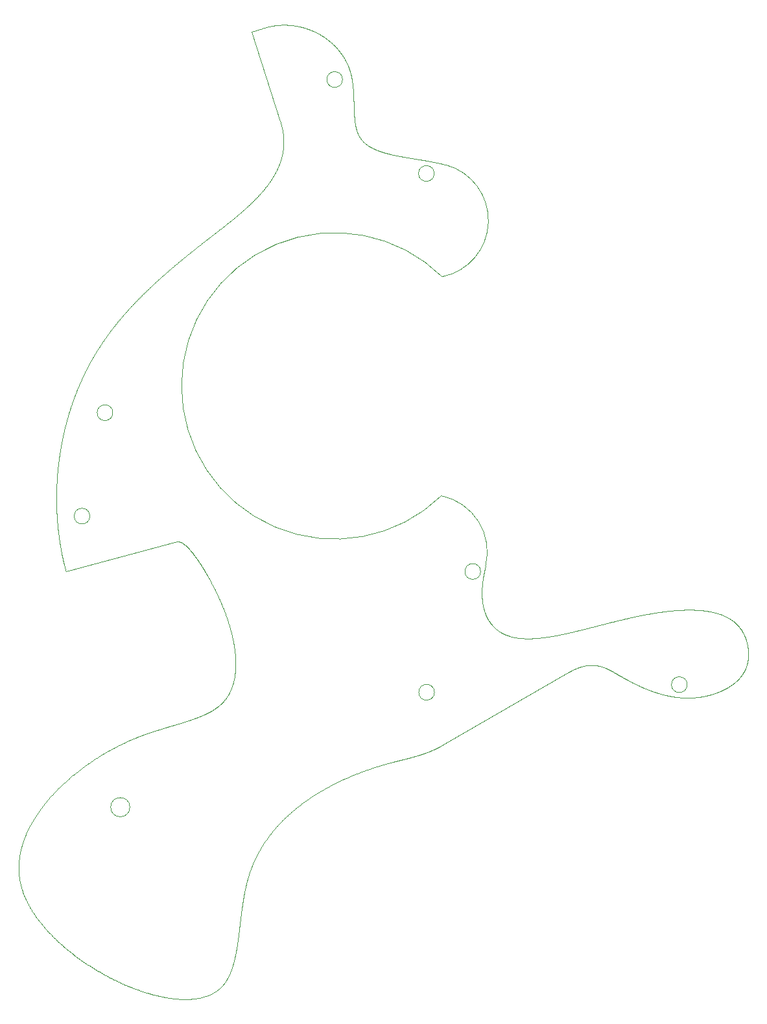
<source format=gm1>
G04 #@! TF.FileFunction,Profile,NP*
%FSLAX46Y46*%
G04 Gerber Fmt 4.6, Leading zero omitted, Abs format (unit mm)*
G04 Created by KiCad (PCBNEW 4.0.7) date Sun Jun 10 20:08:56 2018*
%MOMM*%
%LPD*%
G01*
G04 APERTURE LIST*
%ADD10C,0.100000*%
G04 APERTURE END LIST*
D10*
X193279195Y-118088203D02*
X193272922Y-118071483D01*
X193285421Y-118104955D02*
X193279195Y-118088203D01*
X193291600Y-118121737D02*
X193285421Y-118104955D01*
X168625797Y-117755552D02*
X168535965Y-117772563D01*
X168715889Y-117738258D02*
X168625797Y-117755552D01*
X168806239Y-117720686D02*
X168715889Y-117738258D01*
X104144557Y-137184477D02*
X104064938Y-137259285D01*
X104224547Y-137109920D02*
X104144557Y-137184477D01*
X98607575Y-145975886D02*
X98588544Y-146067054D01*
X98627396Y-145884782D02*
X98607575Y-145975886D01*
X126398392Y-123955336D02*
X126384458Y-124005780D01*
X136850954Y-138698184D02*
X136932445Y-138645806D01*
X136769666Y-138750836D02*
X136850954Y-138698184D01*
X120227575Y-106064967D02*
X120243894Y-106079846D01*
X120211293Y-106050259D02*
X120227575Y-106064967D01*
X175519720Y-122260085D02*
X175541585Y-122271155D01*
X175497837Y-122249075D02*
X175519720Y-122260085D01*
X126513562Y-119180826D02*
X126523897Y-119246847D01*
X126502944Y-119114659D02*
X126513562Y-119180826D01*
X124158890Y-112103544D02*
X124195182Y-112178568D01*
X124122356Y-112028486D02*
X124158890Y-112103544D01*
X124819458Y-163662295D02*
X124881299Y-163598885D01*
X124756433Y-163724387D02*
X124819458Y-163662295D01*
X119438825Y-105551145D02*
X119452702Y-105555773D01*
X119425005Y-105546740D02*
X119438825Y-105551145D01*
X128676197Y-148331251D02*
X128710278Y-148239038D01*
X128642623Y-148423787D02*
X128676197Y-148331251D01*
X122345776Y-128219824D02*
X122303364Y-128238025D01*
X190954139Y-124577969D02*
X190980535Y-124562399D01*
X190927659Y-124593449D02*
X190954139Y-124577969D01*
X190901097Y-124608838D02*
X190927659Y-124593449D01*
X150620498Y-133402799D02*
X150647193Y-133394476D01*
X150593796Y-133411087D02*
X150620498Y-133402799D01*
X108143369Y-134044735D02*
X108050824Y-134106094D01*
X108236099Y-133983710D02*
X108143369Y-134044735D01*
X123464444Y-127669185D02*
X123426892Y-127690390D01*
X123501811Y-127647853D02*
X123464444Y-127669185D01*
X173958178Y-121705571D02*
X173982687Y-121710071D01*
X173933608Y-121701206D02*
X173958178Y-121705571D01*
X116664107Y-164837045D02*
X116788939Y-164865068D01*
X116538932Y-164808116D02*
X116664107Y-164837045D01*
X184635120Y-114465593D02*
X184587238Y-114468520D01*
X184682970Y-114462759D02*
X184635120Y-114465593D01*
X184730788Y-114460018D02*
X184682970Y-114462759D01*
X121862885Y-108074351D02*
X121880764Y-108100871D01*
X121845003Y-108047909D02*
X121862885Y-108074351D01*
X99933015Y-153400385D02*
X99997322Y-153508065D01*
X99869879Y-153292541D02*
X99933015Y-153400385D01*
X193180136Y-117840880D02*
X193173159Y-117824670D01*
X193187068Y-117857127D02*
X193180136Y-117840880D01*
X193193953Y-117873410D02*
X193187068Y-117857127D01*
X172055979Y-121785876D02*
X172086250Y-121778368D01*
X172025602Y-121793595D02*
X172055979Y-121785876D01*
X126625654Y-122787504D02*
X126618582Y-122842910D01*
X126632419Y-122731886D02*
X126625654Y-122787504D01*
X177246407Y-123233904D02*
X177282032Y-123253954D01*
X177210832Y-123213833D02*
X177246407Y-123233904D01*
X191562969Y-124179224D02*
X191587143Y-124161475D01*
X191538693Y-124196883D02*
X191562969Y-124179224D01*
X191514316Y-124214450D02*
X191538693Y-124196883D01*
X127566315Y-153132107D02*
X127575569Y-153067690D01*
X127557143Y-153196538D02*
X127566315Y-153132107D01*
X192144374Y-116303897D02*
X192117862Y-116277818D01*
X192170690Y-116330190D02*
X192144374Y-116303897D01*
X192196810Y-116356700D02*
X192170690Y-116330190D01*
X125275365Y-126200469D02*
X125244751Y-126237315D01*
X120130440Y-105979331D02*
X120146535Y-105993165D01*
X120114384Y-105965674D02*
X120130440Y-105979331D01*
X181685903Y-125239235D02*
X181726652Y-125252131D01*
X181645192Y-125226237D02*
X181685903Y-125239235D01*
X181604520Y-125213138D02*
X181645192Y-125226237D01*
X152473199Y-132713283D02*
X152499424Y-132701530D01*
X152446968Y-132724974D02*
X152473199Y-132713283D01*
X170682279Y-122304338D02*
X170717489Y-122287071D01*
X170646937Y-122321860D02*
X170682279Y-122304338D01*
X186423767Y-125889644D02*
X186468223Y-125886891D01*
X186379339Y-125892217D02*
X186423767Y-125889644D01*
X186334940Y-125894612D02*
X186379339Y-125892217D01*
X128744863Y-148147147D02*
X128779951Y-148055578D01*
X128710278Y-148239038D02*
X128744863Y-148147147D01*
X103365748Y-137943599D02*
X103290065Y-138020827D01*
X103441843Y-137866605D02*
X103365748Y-137943599D01*
X142450442Y-51609737D02*
X142443039Y-51581433D01*
X142457976Y-51637928D02*
X142450442Y-51609737D01*
X142465642Y-51666005D02*
X142457976Y-51637928D01*
X142473442Y-51693968D02*
X142465642Y-51666005D01*
X142481376Y-51721816D02*
X142473442Y-51693968D01*
X109786581Y-78830835D02*
X109738428Y-78898737D01*
X109834897Y-78763041D02*
X109786581Y-78830835D01*
X109883374Y-78695354D02*
X109834897Y-78763041D01*
X109932014Y-78627774D02*
X109883374Y-78695354D01*
X109980816Y-78560299D02*
X109932014Y-78627774D01*
X178859598Y-124086518D02*
X178897317Y-124104961D01*
X178821924Y-124068023D02*
X178859598Y-124086518D01*
X178784296Y-124049477D02*
X178821924Y-124068023D01*
X142531887Y-51886440D02*
X142523116Y-51859300D01*
X142540802Y-51913459D02*
X142531887Y-51886440D01*
X142549862Y-51940357D02*
X142540802Y-51913459D01*
X142559069Y-51967133D02*
X142549862Y-51940357D01*
X142568424Y-51993785D02*
X142559069Y-51967133D01*
X105296393Y-136164420D02*
X105211940Y-136235538D01*
X105381162Y-136093578D02*
X105296393Y-136164420D01*
X173557367Y-121652557D02*
X173582921Y-121654781D01*
X173531742Y-121650485D02*
X173557367Y-121652557D01*
X174484488Y-121833606D02*
X174507823Y-121840780D01*
X174461107Y-121826542D02*
X174484488Y-121833606D01*
X120162668Y-106007177D02*
X120178838Y-106021363D01*
X120146535Y-105993165D02*
X120162668Y-106007177D01*
X141942950Y-45463489D02*
X141937601Y-45427716D01*
X141948193Y-45499291D02*
X141942950Y-45463489D01*
X141953330Y-45535120D02*
X141948193Y-45499291D01*
X141958363Y-45570978D02*
X141953330Y-45535120D01*
X141963293Y-45606862D02*
X141958363Y-45570978D01*
X120326019Y-106156778D02*
X120342547Y-106172664D01*
X120309524Y-106141056D02*
X120326019Y-106156778D01*
X118375847Y-165144548D02*
X118494796Y-165159347D01*
X118256411Y-165128772D02*
X118375847Y-165144548D01*
X107988928Y-81638546D02*
X107947407Y-81711341D01*
X108030617Y-81565888D02*
X107988928Y-81638546D01*
X108072476Y-81493364D02*
X108030617Y-81565888D01*
X108114503Y-81420976D02*
X108072476Y-81493364D01*
X108156698Y-81348721D02*
X108114503Y-81420976D01*
X150567088Y-133419340D02*
X150593796Y-133411087D01*
X150540374Y-133427560D02*
X150567088Y-133419340D01*
X188514439Y-125561909D02*
X188545193Y-125553960D01*
X188483666Y-125569766D02*
X188514439Y-125561909D01*
X188452874Y-125577533D02*
X188483666Y-125569766D01*
X122813566Y-109590476D02*
X122830681Y-109619671D01*
X122796426Y-109561304D02*
X122813566Y-109590476D01*
X179315206Y-124304235D02*
X179353465Y-124322005D01*
X179276992Y-124286405D02*
X179315206Y-124304235D01*
X179238823Y-124268515D02*
X179276992Y-124286405D01*
X98432473Y-147073647D02*
X98423231Y-147165449D01*
X98442552Y-146981888D02*
X98432473Y-147073647D01*
X178809902Y-115324661D02*
X178703583Y-115347490D01*
X178916281Y-115302006D02*
X178809902Y-115324661D01*
X179022720Y-115279528D02*
X178916281Y-115302006D01*
X119035832Y-129360302D02*
X118984255Y-129375787D01*
X119087309Y-129344826D02*
X119035832Y-129360302D01*
X193533789Y-121362269D02*
X193537724Y-121344936D01*
X193529791Y-121379576D02*
X193533789Y-121362269D01*
X193525728Y-121396859D02*
X193529791Y-121379576D01*
X98985734Y-151438873D02*
X99027387Y-151548748D01*
X98945436Y-151328925D02*
X98985734Y-151438873D01*
X98398228Y-148730910D02*
X98404757Y-148823177D01*
X98392610Y-148638653D02*
X98398228Y-148730910D01*
X113551759Y-74305096D02*
X113492625Y-74367163D01*
X113611044Y-74243088D02*
X113551759Y-74305096D01*
X113670480Y-74181136D02*
X113611044Y-74243088D01*
X113730067Y-74119242D02*
X113670480Y-74181136D01*
X113789805Y-74057404D02*
X113730067Y-74119242D01*
X116697738Y-71261206D02*
X116631248Y-71321231D01*
X116764372Y-71201205D02*
X116697738Y-71261206D01*
X116831148Y-71141225D02*
X116764372Y-71201205D01*
X116898067Y-71081266D02*
X116831148Y-71141225D01*
X116965128Y-71021329D02*
X116898067Y-71081266D01*
X124231232Y-112253556D02*
X124267040Y-112328507D01*
X124195182Y-112178568D02*
X124231232Y-112253556D01*
X126645687Y-159667832D02*
X126657566Y-159612300D01*
X126633675Y-159723182D02*
X126645687Y-159667832D01*
X180010560Y-124614254D02*
X180049602Y-124630826D01*
X179971561Y-124597610D02*
X180010560Y-124614254D01*
X179932605Y-124580893D02*
X179971561Y-124597610D01*
X176778976Y-122966469D02*
X176800887Y-122979177D01*
X176757083Y-122953759D02*
X176778976Y-122966469D01*
X102485874Y-138885255D02*
X102415444Y-138965149D01*
X102556763Y-138805573D02*
X102485874Y-138885255D01*
X177532789Y-123393663D02*
X177568809Y-123413522D01*
X177496819Y-123373778D02*
X177532789Y-123393663D01*
X146695159Y-54888241D02*
X146648325Y-54876418D01*
X146742149Y-54899964D02*
X146695159Y-54888241D01*
X146789293Y-54911589D02*
X146742149Y-54899964D01*
X145083419Y-134914551D02*
X145173839Y-134886135D01*
X144992988Y-134943205D02*
X145083419Y-134914551D01*
X186607190Y-114434312D02*
X186561370Y-114432791D01*
X186652942Y-114435953D02*
X186607190Y-114434312D01*
X186698626Y-114437715D02*
X186652942Y-114435953D01*
X126198698Y-117624291D02*
X126215427Y-117693388D01*
X126181696Y-117555073D02*
X126198698Y-117624291D01*
X125797382Y-162261056D02*
X125818857Y-162217450D01*
X125775669Y-162304385D02*
X125797382Y-162261056D01*
X127379749Y-154549293D02*
X127387679Y-154485017D01*
X127371856Y-154613541D02*
X127379749Y-154549293D01*
X187093508Y-125829124D02*
X187138375Y-125823597D01*
X187048668Y-125834462D02*
X187093508Y-125829124D01*
X187003854Y-125839611D02*
X187048668Y-125834462D01*
X98378430Y-147993303D02*
X98377789Y-148085436D01*
X98379949Y-147901196D02*
X98378430Y-147993303D01*
X132156611Y-142633578D02*
X132220544Y-142563007D01*
X132093027Y-142704446D02*
X132156611Y-142633578D01*
X103863533Y-93296730D02*
X103845209Y-93403531D01*
X103882151Y-93190022D02*
X103863533Y-93296730D01*
X103901064Y-93083407D02*
X103882151Y-93190022D01*
X103920270Y-92976887D02*
X103901064Y-93083407D01*
X103939769Y-92870462D02*
X103920270Y-92976887D01*
X104687602Y-89624829D02*
X104659204Y-89727739D01*
X104716280Y-89522051D02*
X104687602Y-89624829D01*
X104745239Y-89419404D02*
X104716280Y-89522051D01*
X104774478Y-89316891D02*
X104745239Y-89419404D01*
X104803997Y-89214512D02*
X104774478Y-89316891D01*
X192302761Y-123545565D02*
X192323171Y-123524819D01*
X192282224Y-123566219D02*
X192302761Y-123545565D01*
X192261562Y-123586783D02*
X192282224Y-123566219D01*
X184058731Y-114506642D02*
X184010543Y-114510630D01*
X184106899Y-114502739D02*
X184058731Y-114506642D01*
X184155044Y-114498921D02*
X184106899Y-114502739D01*
X106157597Y-135468767D02*
X106070173Y-135537034D01*
X106245296Y-135400795D02*
X106157597Y-135468767D01*
X111374513Y-132169447D02*
X111277884Y-132218416D01*
X111471192Y-132120873D02*
X111374513Y-132169447D01*
X126621529Y-159778348D02*
X126633675Y-159723182D01*
X126609245Y-159833328D02*
X126621529Y-159778348D01*
X125642789Y-125695061D02*
X125616530Y-125735651D01*
X125668716Y-125654191D02*
X125642789Y-125695061D01*
X109837157Y-132999244D02*
X109741871Y-133054303D01*
X109932557Y-132944551D02*
X109837157Y-132999244D01*
X139894761Y-136981384D02*
X139982042Y-136938570D01*
X139807602Y-137024457D02*
X139894761Y-136981384D01*
X184347394Y-114484520D02*
X184299343Y-114487989D01*
X184395418Y-114481140D02*
X184347394Y-114484520D01*
X184443416Y-114477849D02*
X184395418Y-114481140D01*
X119113819Y-69169634D02*
X119042421Y-69229283D01*
X119185355Y-69109982D02*
X119113819Y-69169634D01*
X119257027Y-69050329D02*
X119185355Y-69109982D01*
X119328837Y-68990671D02*
X119257027Y-69050329D01*
X119400783Y-68931010D02*
X119328837Y-68990671D01*
X175737675Y-122373319D02*
X175759397Y-122384932D01*
X175715942Y-122361755D02*
X175737675Y-122373319D01*
X179449031Y-115191490D02*
X179342374Y-115213210D01*
X179555738Y-115169970D02*
X179449031Y-115191490D01*
X179662493Y-115148656D02*
X179555738Y-115169970D01*
X101170024Y-140521058D02*
X101109638Y-140604818D01*
X101230951Y-140437474D02*
X101170024Y-140521058D01*
X183769321Y-114531819D02*
X183721026Y-114536303D01*
X183817600Y-114527417D02*
X183769321Y-114531819D01*
X183865862Y-114523096D02*
X183817600Y-114527417D01*
X183334213Y-114575009D02*
X183285817Y-114580192D01*
X183382601Y-114569900D02*
X183334213Y-114575009D01*
X183430980Y-114564868D02*
X183382601Y-114569900D01*
X108890098Y-133566060D02*
X108796174Y-133624691D01*
X108984176Y-133507778D02*
X108890098Y-133566060D01*
X187214194Y-125813830D02*
X187245131Y-125809691D01*
X187183268Y-125817878D02*
X187214194Y-125813830D01*
X187138375Y-125823597D02*
X187183268Y-125817878D01*
X101049796Y-140688753D02*
X100990503Y-140772860D01*
X101109638Y-140604818D02*
X101049796Y-140688753D01*
X186959068Y-125844571D02*
X187003854Y-125839611D01*
X186914309Y-125849343D02*
X186959068Y-125844571D01*
X186869577Y-125853928D02*
X186914309Y-125849343D01*
X151894492Y-132956675D02*
X151920870Y-132946211D01*
X151868108Y-132967085D02*
X151894492Y-132956675D01*
X107958471Y-134167786D02*
X107866312Y-134229810D01*
X108050824Y-134106094D02*
X107958471Y-134167786D01*
X137674613Y-138186603D02*
X137758007Y-138136929D01*
X137591399Y-138236545D02*
X137674613Y-138186603D01*
X103214798Y-138098287D02*
X103139951Y-138175978D01*
X103290065Y-138020827D02*
X103214798Y-138098287D01*
X100479415Y-154256793D02*
X100552725Y-154362975D01*
X100407193Y-154150406D02*
X100479415Y-154256793D01*
X103700839Y-105356355D02*
X103717314Y-105466640D01*
X103684701Y-105246042D02*
X103700839Y-105356355D01*
X103668901Y-105135702D02*
X103684701Y-105246042D01*
X103653437Y-105025336D02*
X103668901Y-105135702D01*
X103638311Y-104914945D02*
X103653437Y-105025336D01*
X152315705Y-132782499D02*
X152341971Y-132771116D01*
X152289431Y-132793821D02*
X152315705Y-132782499D01*
X186053124Y-114423779D02*
X186006558Y-114423645D01*
X186099632Y-114424025D02*
X186053124Y-114423779D01*
X186146082Y-114424384D02*
X186099632Y-114424025D01*
X171096326Y-122113701D02*
X171130012Y-122099418D01*
X171062517Y-122128227D02*
X171096326Y-122113701D01*
X119896505Y-129097347D02*
X119846761Y-129112862D01*
X119946133Y-129081817D02*
X119896505Y-129097347D01*
X131780407Y-143063245D02*
X131842216Y-142990890D01*
X131718959Y-143135899D02*
X131780407Y-143063245D01*
X190126968Y-125002878D02*
X190155531Y-124990030D01*
X190098345Y-125015635D02*
X190126968Y-125002878D01*
X190069661Y-125028301D02*
X190098345Y-125015635D01*
X193632812Y-119629459D02*
X193631018Y-119611156D01*
X193634551Y-119647766D02*
X193632812Y-119629459D01*
X193636234Y-119666078D02*
X193634551Y-119647766D01*
X192856825Y-122883697D02*
X192873101Y-122860227D01*
X192840400Y-122907076D02*
X192856825Y-122883697D01*
X192823827Y-122930365D02*
X192840400Y-122907076D01*
X125140778Y-114334133D02*
X125169635Y-114407595D01*
X125111667Y-114260604D02*
X125140778Y-114334133D01*
X150460193Y-133452019D02*
X150486926Y-133443899D01*
X150433453Y-133460106D02*
X150460193Y-133452019D01*
X193403063Y-121819745D02*
X193408757Y-121803199D01*
X193393534Y-121846940D02*
X193403063Y-121819745D01*
X193383825Y-121874044D02*
X193393534Y-121846940D01*
X188957956Y-114711369D02*
X188917043Y-114702452D01*
X188998754Y-114720441D02*
X188957956Y-114711369D01*
X189039437Y-114729669D02*
X188998754Y-114720441D01*
X138346619Y-137796712D02*
X138431372Y-137749176D01*
X138262027Y-137844514D02*
X138346619Y-137796712D01*
X170569325Y-117339791D02*
X170474443Y-117361809D01*
X170664427Y-117317583D02*
X170569325Y-117339791D01*
X170759745Y-117295190D02*
X170664427Y-117317583D01*
X127226216Y-155826551D02*
X127233791Y-155763178D01*
X127218636Y-155889859D02*
X127226216Y-155826551D01*
X193436236Y-121719977D02*
X193441534Y-121703237D01*
X193430873Y-121736686D02*
X193436236Y-121719977D01*
X193425443Y-121753363D02*
X193430873Y-121736686D01*
X124442433Y-112702670D02*
X124476779Y-112777376D01*
X124407842Y-112627920D02*
X124442433Y-112702670D01*
X148573672Y-133962769D02*
X148600826Y-133955951D01*
X148546513Y-133969583D02*
X148573672Y-133962769D01*
X123300127Y-110446259D02*
X123341633Y-110521784D01*
X123258388Y-110370724D02*
X123300127Y-110446259D01*
X126661144Y-120408955D02*
X126666032Y-120471986D01*
X126655966Y-120345757D02*
X126661144Y-120408955D01*
X125022816Y-114039615D02*
X125052686Y-114113343D01*
X124992693Y-113965823D02*
X125022816Y-114039615D01*
X138330205Y-39699597D02*
X138285779Y-39669222D01*
X138374434Y-39730218D02*
X138330205Y-39699597D01*
X138418466Y-39761083D02*
X138374434Y-39730218D01*
X138462298Y-39792192D02*
X138418466Y-39761083D01*
X138505929Y-39823542D02*
X138462298Y-39792192D01*
X176127524Y-122588860D02*
X176149147Y-122601176D01*
X176105901Y-122576573D02*
X176127524Y-122588860D01*
X182799413Y-125549390D02*
X182841171Y-125559272D01*
X182757690Y-125539387D02*
X182799413Y-125549390D01*
X182716004Y-125529264D02*
X182757690Y-125539387D01*
X124833790Y-126673954D02*
X124804585Y-126701533D01*
X124862773Y-126646191D02*
X124833790Y-126673954D01*
X99572132Y-152751028D02*
X99629256Y-152859620D01*
X99516240Y-152642302D02*
X99572132Y-152751028D01*
X106866550Y-134933405D02*
X106777039Y-134999261D01*
X106956304Y-134867858D02*
X106866550Y-134933405D01*
X184491385Y-114474648D02*
X184443416Y-114477849D01*
X184539327Y-114471538D02*
X184491385Y-114474648D01*
X184587238Y-114468520D02*
X184539327Y-114471538D01*
X123117378Y-110118524D02*
X123133969Y-110147961D01*
X123100755Y-110089093D02*
X123117378Y-110118524D01*
X192905205Y-122813015D02*
X192921030Y-122789272D01*
X192889228Y-122836666D02*
X192905205Y-122813015D01*
X192873101Y-122860227D02*
X192889228Y-122836666D01*
X123676099Y-164500991D02*
X123755636Y-164458070D01*
X123595543Y-164542674D02*
X123676099Y-164500991D01*
X192997867Y-122669197D02*
X193012771Y-122644910D01*
X192982808Y-122693394D02*
X192997867Y-122669197D01*
X192967594Y-122717500D02*
X192982808Y-122693394D01*
X193343210Y-121981550D02*
X193353629Y-121954810D01*
X193332614Y-122008199D02*
X193343210Y-121981550D01*
X193321843Y-122034758D02*
X193332614Y-122008199D01*
X149146394Y-55376558D02*
X149093992Y-55367751D01*
X149198865Y-55385344D02*
X149146394Y-55376558D01*
X149251405Y-55394109D02*
X149198865Y-55385344D01*
X149304010Y-55402855D02*
X149251405Y-55394109D01*
X188422063Y-125585209D02*
X188452874Y-125577533D01*
X188391235Y-125592794D02*
X188422063Y-125585209D01*
X188360390Y-125600289D02*
X188391235Y-125592794D01*
X185632073Y-114426529D02*
X185585030Y-114427375D01*
X185679066Y-114425790D02*
X185632073Y-114426529D01*
X185726009Y-114425158D02*
X185679066Y-114425790D01*
X183429535Y-125684553D02*
X183471825Y-125692540D01*
X183387281Y-125676434D02*
X183429535Y-125684553D01*
X183345061Y-125668185D02*
X183387281Y-125676434D01*
X193084930Y-122522110D02*
X193098885Y-122497277D01*
X193070815Y-122546852D02*
X193084930Y-122522110D01*
X193056541Y-122571502D02*
X193070815Y-122546852D01*
X114038322Y-130983425D02*
X113981204Y-131005614D01*
X114095418Y-130961372D02*
X114038322Y-130983425D01*
X188606637Y-125537792D02*
X188637326Y-125529571D01*
X188575925Y-125545921D02*
X188606637Y-125537792D01*
X188545193Y-125553960D02*
X188575925Y-125545921D01*
X150780574Y-133352326D02*
X150807230Y-133343786D01*
X150753910Y-133360829D02*
X150780574Y-133352326D01*
X171432892Y-117133645D02*
X171336108Y-117157205D01*
X171529878Y-117109935D02*
X171432892Y-117133645D01*
X171627063Y-117086082D02*
X171529878Y-117109935D01*
X103334200Y-101486509D02*
X103339087Y-101597125D01*
X103329638Y-101375903D02*
X103334200Y-101486509D01*
X103325399Y-101265309D02*
X103329638Y-101375903D01*
X103321483Y-101154727D02*
X103325399Y-101265309D01*
X103317890Y-101044159D02*
X103321483Y-101154727D01*
X108702409Y-133683670D02*
X108608806Y-133742994D01*
X108796174Y-133624691D02*
X108702409Y-133683670D01*
X125470187Y-115210833D02*
X125495965Y-115283386D01*
X125444150Y-115138198D02*
X125470187Y-115210833D01*
X105963355Y-159741038D02*
X106081349Y-159827753D01*
X105845877Y-159653837D02*
X105963355Y-159741038D01*
X121826395Y-128432808D02*
X121782109Y-128450057D01*
X121870530Y-128415486D02*
X121826395Y-128432808D01*
X116184745Y-130228640D02*
X116129065Y-130246623D01*
X116240371Y-130210740D02*
X116184745Y-130228640D01*
X126953304Y-157930805D02*
X126962134Y-157870658D01*
X126944401Y-157990825D02*
X126953304Y-157930805D01*
X193485825Y-118761794D02*
X193481476Y-118744075D01*
X193490123Y-118779533D02*
X193485825Y-118761794D01*
X193494370Y-118797291D02*
X193490123Y-118779533D01*
X115231435Y-130546839D02*
X115174956Y-130566455D01*
X115287873Y-130527331D02*
X115231435Y-130546839D01*
X126569678Y-123170819D02*
X126560444Y-123224705D01*
X126578601Y-123116712D02*
X126569678Y-123170819D01*
X193522657Y-118922103D02*
X193518771Y-118904220D01*
X193526491Y-118940003D02*
X193522657Y-118922103D01*
X193530273Y-118957918D02*
X193526491Y-118940003D01*
X122949745Y-109824595D02*
X122966643Y-109853937D01*
X122932818Y-109795267D02*
X122949745Y-109824595D01*
X138972208Y-40184078D02*
X138930880Y-40150134D01*
X139013318Y-40218251D02*
X138972208Y-40184078D01*
X139054209Y-40252653D02*
X139013318Y-40218251D01*
X139094879Y-40287281D02*
X139054209Y-40252653D01*
X139135326Y-40322136D02*
X139094879Y-40287281D01*
X121053647Y-128717451D02*
X121006920Y-128733697D01*
X121100237Y-128701158D02*
X121053647Y-128717451D01*
X143029669Y-52886727D02*
X143007915Y-52856361D01*
X143051758Y-52916830D02*
X143029669Y-52886727D01*
X143074179Y-52946673D02*
X143051758Y-52916830D01*
X116073330Y-130264691D02*
X116017543Y-130282845D01*
X116129065Y-130246623D02*
X116073330Y-130264691D01*
X183176531Y-125633898D02*
X183218611Y-125642662D01*
X183134486Y-125625007D02*
X183176531Y-125633898D01*
X183092477Y-125615989D02*
X183134486Y-125625007D01*
X142382080Y-51321751D02*
X142375912Y-51292362D01*
X142388365Y-51351034D02*
X142382080Y-51321751D01*
X142394769Y-51380213D02*
X142388365Y-51351034D01*
X142401293Y-51409284D02*
X142394769Y-51380213D01*
X142407939Y-51438249D02*
X142401293Y-51409284D01*
X149762930Y-133652935D02*
X149789825Y-133645527D01*
X149736029Y-133660320D02*
X149762930Y-133652935D01*
X132677628Y-142077271D02*
X132744264Y-142009056D01*
X132611322Y-142145778D02*
X132677628Y-142077271D01*
X180245447Y-124712575D02*
X180284743Y-124728697D01*
X180206193Y-124696376D02*
X180245447Y-124712575D01*
X180166982Y-124680101D02*
X180206193Y-124696376D01*
X118828925Y-129422314D02*
X118776952Y-129437851D01*
X118880800Y-129406792D02*
X118828925Y-129422314D01*
X191846166Y-123960243D02*
X191869067Y-123941404D01*
X191823155Y-123978991D02*
X191846166Y-123960243D01*
X191800034Y-123997648D02*
X191823155Y-123978991D01*
X112680705Y-75242608D02*
X112623857Y-75305633D01*
X112737707Y-75179652D02*
X112680705Y-75242608D01*
X112794862Y-75116764D02*
X112737707Y-75179652D01*
X112852170Y-75053943D02*
X112794862Y-75116764D01*
X112909631Y-74991189D02*
X112852170Y-75053943D01*
X125205895Y-163219924D02*
X125233643Y-163183502D01*
X125177860Y-163256024D02*
X125205895Y-163219924D01*
X106049528Y-85627511D02*
X106010208Y-85724328D01*
X106089114Y-85530869D02*
X106049528Y-85627511D01*
X106128964Y-85434403D02*
X106089114Y-85530869D01*
X106169078Y-85338114D02*
X106128964Y-85434403D01*
X106209457Y-85242004D02*
X106169078Y-85338114D01*
X115908264Y-164650044D02*
X116035003Y-164683432D01*
X115781244Y-164615779D02*
X115908264Y-164650044D01*
X116039296Y-71862595D02*
X115974244Y-71922886D01*
X116104492Y-71802333D02*
X116039296Y-71862595D01*
X116169833Y-71742101D02*
X116104492Y-71802333D01*
X116235318Y-71681897D02*
X116169833Y-71742101D01*
X116300947Y-71621721D02*
X116235318Y-71681897D01*
X193655540Y-119959393D02*
X193654758Y-119941055D01*
X193656266Y-119977730D02*
X193655540Y-119959393D01*
X193656934Y-119996066D02*
X193656266Y-119977730D01*
X133358460Y-141408267D02*
X133428270Y-141342966D01*
X133288957Y-141473858D02*
X133358460Y-141408267D01*
X146934463Y-134378234D02*
X146961939Y-134370971D01*
X146906982Y-134385517D02*
X146934463Y-134378234D01*
X189080004Y-114739053D02*
X189039437Y-114729669D01*
X189120452Y-114748593D02*
X189080004Y-114739053D01*
X189160783Y-114758291D02*
X189120452Y-114748593D01*
X159837909Y-115940141D02*
X159824026Y-115919317D01*
X159851873Y-115960853D02*
X159837909Y-115940141D01*
X159865917Y-115981452D02*
X159851873Y-115960853D01*
X139373267Y-40535953D02*
X139334182Y-40499764D01*
X139412119Y-40572360D02*
X139373267Y-40535953D01*
X139450738Y-40608984D02*
X139412119Y-40572360D01*
X139489122Y-40645826D02*
X139450738Y-40608984D01*
X139527270Y-40682882D02*
X139489122Y-40645826D01*
X188834875Y-114685078D02*
X188793623Y-114676621D01*
X188876016Y-114693688D02*
X188834875Y-114685078D01*
X188917043Y-114702452D02*
X188876016Y-114693688D01*
X145491004Y-54528785D02*
X145449034Y-54513666D01*
X145533176Y-54543761D02*
X145491004Y-54528785D01*
X145575550Y-54558595D02*
X145533176Y-54543761D01*
X153048492Y-132439488D02*
X153074559Y-132426252D01*
X153022418Y-132452653D02*
X153048492Y-132439488D01*
X127395648Y-154420716D02*
X127403657Y-154356390D01*
X127387679Y-154485017D02*
X127395648Y-154420716D01*
X191362689Y-115673099D02*
X191331220Y-115652579D01*
X191393985Y-115693816D02*
X191362689Y-115673099D01*
X191425109Y-115714732D02*
X191393985Y-115693816D01*
X171028584Y-122142997D02*
X171062517Y-122128227D01*
X170994525Y-122158011D02*
X171028584Y-122142997D01*
X125840095Y-162173567D02*
X125861100Y-162129410D01*
X125818857Y-162217450D02*
X125840095Y-162173567D01*
X176647880Y-122890204D02*
X176669688Y-122902912D01*
X176626087Y-122877500D02*
X176647880Y-122890204D01*
X127165313Y-156331057D02*
X127172973Y-156268252D01*
X127157632Y-156393784D02*
X127165313Y-156331057D01*
X193310898Y-122061226D02*
X193321843Y-122034758D01*
X193299780Y-122087603D02*
X193310898Y-122061226D01*
X193288488Y-122113889D02*
X193299780Y-122087603D01*
X188332690Y-114593495D02*
X188290159Y-114586821D01*
X188375119Y-114600313D02*
X188332690Y-114593495D01*
X188417445Y-114607278D02*
X188375119Y-114600313D01*
X193047540Y-117554915D02*
X193039744Y-117539408D01*
X193055291Y-117570465D02*
X193047540Y-117554915D01*
X193062997Y-117586055D02*
X193055291Y-117570465D01*
X142172742Y-49401027D02*
X142171217Y-49366784D01*
X142174305Y-49435213D02*
X142172742Y-49401027D01*
X142175907Y-49469340D02*
X142174305Y-49435213D01*
X142177551Y-49503408D02*
X142175907Y-49469340D01*
X142179237Y-49537416D02*
X142177551Y-49503408D01*
X142659493Y-52227989D02*
X142648747Y-52202480D01*
X142670400Y-52253367D02*
X142659493Y-52227989D01*
X142681470Y-52278614D02*
X142670400Y-52253367D01*
X98955093Y-144707131D02*
X98925373Y-144797232D01*
X98985547Y-144617121D02*
X98955093Y-144707131D01*
X105496646Y-159389372D02*
X105612513Y-159477999D01*
X105381336Y-159300279D02*
X105496646Y-159389372D01*
X144179010Y-135211847D02*
X144269433Y-135181037D01*
X144088598Y-135242898D02*
X144179010Y-135211847D01*
X105127806Y-136306933D02*
X105043995Y-136378600D01*
X105211940Y-136235538D02*
X105127806Y-136306933D01*
X147701831Y-134180819D02*
X147729161Y-134173942D01*
X147674496Y-134187703D02*
X147701831Y-134180819D01*
X190297413Y-124924431D02*
X190325597Y-124911039D01*
X190269163Y-124937732D02*
X190297413Y-124924431D01*
X190240850Y-124950943D02*
X190269163Y-124937732D01*
X193166232Y-122371752D02*
X193179210Y-122346375D01*
X193153088Y-122397039D02*
X193166232Y-122371752D01*
X193139781Y-122422235D02*
X193153088Y-122397039D01*
X138516285Y-137701906D02*
X138601356Y-137654900D01*
X138431372Y-137749176D02*
X138516285Y-137701906D01*
X129451131Y-146547742D02*
X129494876Y-146461898D01*
X129407848Y-146633901D02*
X129451131Y-146547742D01*
X102206957Y-139206085D02*
X102138407Y-139286810D01*
X102275982Y-139125566D02*
X102206957Y-139206085D01*
X176430517Y-122763516D02*
X176452204Y-122776137D01*
X176408839Y-122750910D02*
X176430517Y-122763516D01*
X124373007Y-112553128D02*
X124407842Y-112627920D01*
X124337928Y-112478294D02*
X124373007Y-112553128D01*
X99367790Y-143633444D02*
X99329534Y-143722348D01*
X99406730Y-143544651D02*
X99367790Y-143633444D01*
X103364500Y-97629262D02*
X103358280Y-97738865D01*
X103371031Y-97519707D02*
X103364500Y-97629262D01*
X103377871Y-97410202D02*
X103371031Y-97519707D01*
X103385021Y-97300748D02*
X103377871Y-97410202D01*
X103392480Y-97191346D02*
X103385021Y-97300748D01*
X125254678Y-114627557D02*
X125282516Y-114700734D01*
X125226585Y-114554308D02*
X125254678Y-114627557D01*
X175911183Y-122467515D02*
X175932835Y-122479484D01*
X175889523Y-122455587D02*
X175911183Y-122467515D01*
X142325480Y-51023269D02*
X142320416Y-50992874D01*
X142330648Y-51053567D02*
X142325480Y-51023269D01*
X142335922Y-51083767D02*
X142330648Y-51053567D01*
X142341303Y-51113869D02*
X142335922Y-51083767D01*
X142346793Y-51143871D02*
X142341303Y-51113869D01*
X126457654Y-118848552D02*
X126469398Y-118915292D01*
X126445629Y-118781671D02*
X126457654Y-118848552D01*
X127815526Y-151593879D02*
X127827340Y-151530324D01*
X127803841Y-151657492D02*
X127815526Y-151593879D01*
X174807209Y-121943583D02*
X174829956Y-121952186D01*
X174784425Y-121935074D02*
X174807209Y-121943583D01*
X147974885Y-134112369D02*
X148002160Y-134105554D01*
X147947604Y-134119187D02*
X147974885Y-134112369D01*
X101259868Y-155308579D02*
X101343512Y-155412439D01*
X101177211Y-155204465D02*
X101259868Y-155308579D01*
X106891068Y-83729347D02*
X106846522Y-83822459D01*
X106935871Y-83636431D02*
X106891068Y-83729347D01*
X106980930Y-83543714D02*
X106935871Y-83636431D01*
X107026247Y-83451195D02*
X106980930Y-83543714D01*
X107071819Y-83358877D02*
X107026247Y-83451195D01*
X172907749Y-116764881D02*
X172808146Y-116790204D01*
X173007524Y-116739476D02*
X172907749Y-116764881D01*
X173107470Y-116713994D02*
X173007524Y-116739476D01*
X107783018Y-82003896D02*
X107742344Y-82077382D01*
X107823861Y-81930550D02*
X107783018Y-82003896D01*
X107864873Y-81857342D02*
X107823861Y-81930550D01*
X107906056Y-81784273D02*
X107864873Y-81857342D01*
X107947407Y-81711341D02*
X107906056Y-81784273D01*
X105466242Y-136023015D02*
X105381162Y-136093578D01*
X105551628Y-135952733D02*
X105466242Y-136023015D01*
X182924797Y-125578671D02*
X182966663Y-125588186D01*
X182882966Y-125569032D02*
X182924797Y-125578671D01*
X182841171Y-125559272D02*
X182882966Y-125569032D01*
X175997761Y-122515625D02*
X176019395Y-122527746D01*
X175976124Y-122503540D02*
X175997761Y-122515625D01*
X128050026Y-150460399D02*
X128064525Y-150398186D01*
X128035693Y-150522702D02*
X128050026Y-150460399D01*
X105809591Y-135743588D02*
X105723307Y-135813018D01*
X105896166Y-135674447D02*
X105809591Y-135743588D01*
X177538688Y-115608794D02*
X177433258Y-115633358D01*
X177644203Y-115584350D02*
X177538688Y-115608794D01*
X177749801Y-115560030D02*
X177644203Y-115584350D01*
X132794421Y-51614910D02*
X132810141Y-51691557D01*
X132777959Y-51538065D02*
X132794421Y-51614910D01*
X132760753Y-51461021D02*
X132777959Y-51538065D01*
X132742797Y-51383778D02*
X132760753Y-51461021D01*
X132724090Y-51306336D02*
X132742797Y-51383778D01*
X132704627Y-51228693D02*
X132724090Y-51306336D01*
X170891595Y-122204535D02*
X170926031Y-122188779D01*
X170857031Y-122220539D02*
X170891595Y-122204535D01*
X168090772Y-117853209D02*
X168002540Y-117868426D01*
X168179275Y-117837682D02*
X168090772Y-117853209D01*
X168268047Y-117821850D02*
X168179275Y-117837682D01*
X121331109Y-128618922D02*
X121285215Y-128635476D01*
X121376861Y-128602312D02*
X121331109Y-128618922D01*
X106678706Y-160253869D02*
X106799583Y-160337566D01*
X106558284Y-160169657D02*
X106678706Y-160253869D01*
X172295273Y-121731599D02*
X172324730Y-121725732D01*
X172265716Y-121737667D02*
X172295273Y-121731599D01*
X189320905Y-114798668D02*
X189281056Y-114788335D01*
X189360631Y-114809163D02*
X189320905Y-114798668D01*
X189400233Y-114819818D02*
X189360631Y-114809163D01*
X133781853Y-141020792D02*
X133853459Y-140957221D01*
X133710540Y-141084650D02*
X133781853Y-141020792D01*
X151065735Y-55691507D02*
X151011923Y-55682480D01*
X151119552Y-55700571D02*
X151065735Y-55691507D01*
X151173375Y-55709671D02*
X151119552Y-55700571D01*
X151227202Y-55718811D02*
X151173375Y-55709671D01*
X122638084Y-128089859D02*
X122596822Y-128108709D01*
X122679177Y-128070912D02*
X122638084Y-128089859D01*
X148301830Y-134030776D02*
X148329039Y-134023984D01*
X148274615Y-134037568D02*
X148301830Y-134030776D01*
X175344105Y-122173785D02*
X175366131Y-122184342D01*
X175322058Y-122163296D02*
X175344105Y-122173785D01*
X183914108Y-114518857D02*
X183865862Y-114523096D01*
X183962335Y-114514702D02*
X183914108Y-114518857D01*
X184010543Y-114510630D02*
X183962335Y-114514702D01*
X190561899Y-115233638D02*
X190526557Y-115217664D01*
X190597090Y-115249795D02*
X190561899Y-115233638D01*
X190632128Y-115266134D02*
X190597090Y-115249795D01*
X125149536Y-163291800D02*
X125177860Y-163256024D01*
X125120922Y-163327249D02*
X125149536Y-163291800D01*
X193277025Y-122140084D02*
X193288488Y-122113889D01*
X193265390Y-122166188D02*
X193277025Y-122140084D01*
X193253584Y-122192202D02*
X193265390Y-122166188D01*
X125909818Y-125230328D02*
X125887188Y-125273938D01*
X125932120Y-125186451D02*
X125909818Y-125230328D01*
X124912312Y-163566111D02*
X124943018Y-163532995D01*
X124881299Y-163598885D02*
X124912312Y-163566111D01*
X126611203Y-122898102D02*
X126603515Y-122953080D01*
X126618582Y-122842910D02*
X126611203Y-122898102D01*
X170322861Y-122491246D02*
X170359411Y-122471374D01*
X170286174Y-122511385D02*
X170322861Y-122491246D01*
X114151383Y-73687512D02*
X114090746Y-73749029D01*
X114212171Y-73626046D02*
X114151383Y-73687512D01*
X114273107Y-73564631D02*
X114212171Y-73626046D01*
X114334193Y-73503266D02*
X114273107Y-73564631D01*
X114395428Y-73441949D02*
X114334193Y-73503266D01*
X173245026Y-121637998D02*
X173271470Y-121638332D01*
X173218504Y-121637828D02*
X173245026Y-121637998D01*
X192587268Y-116810694D02*
X192564413Y-116780648D01*
X192609911Y-116840967D02*
X192587268Y-116810694D01*
X192632343Y-116871468D02*
X192609911Y-116840967D01*
X127087289Y-156954451D02*
X127095238Y-156892520D01*
X127079301Y-157016284D02*
X127087289Y-156954451D01*
X125092015Y-163362371D02*
X125120922Y-163327249D01*
X125062813Y-163397162D02*
X125092015Y-163362371D01*
X148937224Y-55341184D02*
X148885119Y-55332274D01*
X148989406Y-55350066D02*
X148937224Y-55341184D01*
X149041662Y-55358921D02*
X148989406Y-55350066D01*
X149093992Y-55367751D02*
X149041662Y-55358921D01*
X175867857Y-122443700D02*
X175889523Y-122455587D01*
X175846183Y-122431856D02*
X175867857Y-122443700D01*
X188236857Y-125629361D02*
X188267762Y-125622229D01*
X188205939Y-125636402D02*
X188236857Y-125629361D01*
X188175009Y-125643352D02*
X188205939Y-125636402D01*
X103518345Y-137789846D02*
X103441843Y-137866605D01*
X103595251Y-137713325D02*
X103518345Y-137789846D01*
X116462309Y-130139949D02*
X116406911Y-130157528D01*
X116517648Y-130122445D02*
X116462309Y-130139949D01*
X141968122Y-45642772D02*
X141963293Y-45606862D01*
X141972850Y-45678707D02*
X141968122Y-45642772D01*
X141977480Y-45714667D02*
X141972850Y-45678707D01*
X141982013Y-45750650D02*
X141977480Y-45714667D01*
X141986449Y-45786656D02*
X141982013Y-45750650D01*
X180839255Y-124945967D02*
X180879171Y-124960855D01*
X180799379Y-124930992D02*
X180839255Y-124945967D01*
X180759544Y-124915930D02*
X180799379Y-124930992D01*
X193419947Y-121770008D02*
X193425443Y-121753363D01*
X193414385Y-121786620D02*
X193419947Y-121770008D01*
X193408757Y-121803199D02*
X193414385Y-121786620D01*
X175650666Y-122327372D02*
X175672438Y-122338781D01*
X175628881Y-122316017D02*
X175650666Y-122327372D01*
X176387169Y-122738320D02*
X176408839Y-122750910D01*
X176365506Y-122725746D02*
X176387169Y-122738320D01*
X193200791Y-117889728D02*
X193193953Y-117873410D01*
X193207583Y-117906081D02*
X193200791Y-117889728D01*
X193214328Y-117922470D02*
X193207583Y-117906081D01*
X180127813Y-124663750D02*
X180166982Y-124680101D01*
X180088686Y-124647325D02*
X180127813Y-124663750D01*
X180049602Y-124630826D02*
X180088686Y-124647325D01*
X126550900Y-123278370D02*
X126541046Y-123331812D01*
X126560444Y-123224705D02*
X126550900Y-123278370D01*
X109424990Y-161967191D02*
X109553288Y-162038274D01*
X109296922Y-161895482D02*
X109424990Y-161967191D01*
X187946353Y-114538576D02*
X187902946Y-114533178D01*
X187989667Y-114544112D02*
X187946353Y-114538576D01*
X188032885Y-114549789D02*
X187989667Y-114544112D01*
X108413401Y-80917969D02*
X108370198Y-80989434D01*
X108456771Y-80846632D02*
X108413401Y-80917969D01*
X108500309Y-80775424D02*
X108456771Y-80846632D01*
X108544013Y-80704344D02*
X108500309Y-80775424D01*
X108587885Y-80633391D02*
X108544013Y-80704344D01*
X148317538Y-55231956D02*
X148266492Y-55222584D01*
X148368682Y-55241280D02*
X148317538Y-55231956D01*
X148419922Y-55250558D02*
X148368682Y-55241280D01*
X193126311Y-122447340D02*
X193139781Y-122422235D01*
X193112679Y-122472354D02*
X193126311Y-122447340D01*
X193098885Y-122497277D02*
X193112679Y-122472354D01*
X128235575Y-149720328D02*
X128252229Y-149659342D01*
X128219113Y-149781427D02*
X128235575Y-149720328D01*
X144883754Y-54286120D02*
X144845039Y-54268669D01*
X144922698Y-54303405D02*
X144883754Y-54286120D01*
X144961869Y-54320525D02*
X144922698Y-54303405D01*
X109078404Y-133449846D02*
X108984176Y-133507778D01*
X109172778Y-133392267D02*
X109078404Y-133449846D01*
X125113492Y-126387772D02*
X125086545Y-126417262D01*
X125140209Y-126358084D02*
X125113492Y-126387772D01*
X144543783Y-54122866D02*
X144507210Y-54103843D01*
X144580601Y-54141708D02*
X144543783Y-54122866D01*
X144617662Y-54160371D02*
X144580601Y-54141708D01*
X185628471Y-125909190D02*
X185672405Y-125909560D01*
X185584566Y-125908654D02*
X185628471Y-125909190D01*
X185540692Y-125907951D02*
X185584566Y-125908654D01*
X113118448Y-131357448D02*
X113021539Y-131399015D01*
X113215335Y-131316309D02*
X113118448Y-131357448D01*
X127411710Y-154292043D02*
X127419808Y-154227675D01*
X127403657Y-154356390D02*
X127411710Y-154292043D01*
X149115651Y-133825038D02*
X149142689Y-133818048D01*
X149088607Y-133832015D02*
X149115651Y-133825038D01*
X126492191Y-160319470D02*
X126505799Y-160266247D01*
X126478426Y-160372488D02*
X126492191Y-160319470D01*
X117032331Y-70961411D02*
X116965128Y-71021329D01*
X117099677Y-70901512D02*
X117032331Y-70961411D01*
X117167165Y-70841632D02*
X117099677Y-70901512D01*
X117234795Y-70781770D02*
X117167165Y-70841632D01*
X117302566Y-70721924D02*
X117234795Y-70781770D01*
X176907445Y-115757819D02*
X176802564Y-115783009D01*
X177012423Y-115732723D02*
X176907445Y-115757819D01*
X177117495Y-115707724D02*
X177012423Y-115732723D01*
X174007136Y-121714703D02*
X174031525Y-121719467D01*
X173982687Y-121710071D02*
X174007136Y-121714703D01*
X115118438Y-130586179D02*
X115061882Y-130606012D01*
X115174956Y-130566455D02*
X115118438Y-130586179D01*
X140596207Y-136646101D02*
X140684374Y-136605347D01*
X140508142Y-136687110D02*
X140596207Y-136646101D01*
X121280425Y-165197104D02*
X121383128Y-165184738D01*
X121176969Y-165208362D02*
X121280425Y-165197104D01*
X126433325Y-118714650D02*
X126445629Y-118781671D01*
X126420740Y-118647492D02*
X126433325Y-118714650D01*
X101600266Y-155722439D02*
X101687756Y-155825229D01*
X101513721Y-155619374D02*
X101600266Y-155722439D01*
X187865198Y-125707868D02*
X187896210Y-125701825D01*
X187834183Y-125713821D02*
X187865198Y-125707868D01*
X187803164Y-125719683D02*
X187834183Y-125713821D01*
X171747402Y-121872696D02*
X171778749Y-121863037D01*
X171715944Y-121882575D02*
X171747402Y-121872696D01*
X98787913Y-145249017D02*
X98762677Y-145339618D01*
X98813906Y-145158495D02*
X98787913Y-145249017D01*
X123003980Y-164800216D02*
X123091382Y-164767058D01*
X122915641Y-164832176D02*
X123003980Y-164800216D01*
X126340756Y-124155677D02*
X126325553Y-124205161D01*
X126355641Y-124105952D02*
X126340756Y-124155677D01*
X124745513Y-126756142D02*
X124715648Y-126783174D01*
X124775159Y-126728928D02*
X124745513Y-126756142D01*
X184203168Y-114495190D02*
X184155044Y-114498921D01*
X184251268Y-114491546D02*
X184203168Y-114495190D01*
X184299343Y-114487989D02*
X184251268Y-114491546D01*
X114551298Y-130789698D02*
X114494408Y-130810709D01*
X114608160Y-130768811D02*
X114551298Y-130789698D01*
X142180967Y-49571363D02*
X142179237Y-49537416D01*
X142182742Y-49605249D02*
X142180967Y-49571363D01*
X142184564Y-49639072D02*
X142182742Y-49605249D01*
X142186433Y-49672832D02*
X142184564Y-49639072D01*
X142188351Y-49706528D02*
X142186433Y-49672832D01*
X126231883Y-117762363D02*
X126248065Y-117831216D01*
X126215427Y-117693388D02*
X126231883Y-117762363D01*
X124624745Y-126863203D02*
X124594012Y-126889527D01*
X124655263Y-126836704D02*
X124624745Y-126863203D01*
X185103616Y-125891940D02*
X185147186Y-125894265D01*
X185060078Y-125889455D02*
X185103616Y-125891940D01*
X185016570Y-125886814D02*
X185060078Y-125889455D01*
X127256517Y-155572691D02*
X127264099Y-155509078D01*
X127248940Y-155636246D02*
X127256517Y-155572691D01*
X193544879Y-119029739D02*
X193541306Y-119011761D01*
X193548399Y-119047731D02*
X193544879Y-119029739D01*
X193551867Y-119065739D02*
X193548399Y-119047731D01*
X126464501Y-160425299D02*
X126478426Y-160372488D01*
X126450416Y-160477903D02*
X126464501Y-160425299D01*
X183479350Y-114559912D02*
X183430980Y-114564868D01*
X183527709Y-114555034D02*
X183479350Y-114559912D01*
X183576057Y-114550233D02*
X183527709Y-114555034D01*
X172528190Y-121690211D02*
X172556872Y-121685916D01*
X172499413Y-121694698D02*
X172528190Y-121690211D01*
X113327894Y-163804827D02*
X113458327Y-163854798D01*
X113197384Y-163754080D02*
X113327894Y-163804827D01*
X193373938Y-121901057D02*
X193383825Y-121874044D01*
X193363872Y-121927979D02*
X193373938Y-121901057D01*
X193353629Y-121954810D02*
X193363872Y-121927979D01*
X142577928Y-52020314D02*
X142568424Y-51993785D01*
X142587582Y-52046718D02*
X142577928Y-52020314D01*
X142597389Y-52072996D02*
X142587582Y-52046718D01*
X142607349Y-52099149D02*
X142597389Y-52072996D01*
X142617463Y-52125174D02*
X142607349Y-52099149D01*
X182984922Y-114614051D02*
X182877655Y-114626787D01*
X183092175Y-114601664D02*
X182984922Y-114614051D01*
X183140593Y-114596186D02*
X183092175Y-114601664D01*
X147044336Y-134349295D02*
X147071792Y-134342106D01*
X147016876Y-134356502D02*
X147044336Y-134349295D01*
X131536808Y-143355656D02*
X131597157Y-143282104D01*
X131476830Y-143429508D02*
X131536808Y-143355656D01*
X147711942Y-55115928D02*
X147662207Y-55105866D01*
X147761797Y-55125924D02*
X147711942Y-55115928D01*
X147811768Y-55135855D02*
X147761797Y-55125924D01*
X126469398Y-118915292D02*
X126480862Y-118981891D01*
X127118865Y-156706162D02*
X127126674Y-156643859D01*
X127111024Y-156768374D02*
X127118865Y-156706162D01*
X103361881Y-102039670D02*
X103368394Y-102150321D01*
X103355694Y-101929024D02*
X103361881Y-102039670D01*
X103349833Y-101818383D02*
X103355694Y-101929024D01*
X103344298Y-101707750D02*
X103349833Y-101818383D01*
X103339087Y-101597125D02*
X103344298Y-101707750D01*
X185496847Y-125907083D02*
X185540692Y-125907951D01*
X185453033Y-125906050D02*
X185496847Y-125907083D01*
X185409249Y-125904853D02*
X185453033Y-125906050D01*
X103786603Y-105907477D02*
X103804773Y-106017605D01*
X103768772Y-105797315D02*
X103786603Y-105907477D01*
X103751281Y-105687121D02*
X103768772Y-105797315D01*
X103734128Y-105576896D02*
X103751281Y-105687121D01*
X103717314Y-105466640D02*
X103734128Y-105576896D01*
X126174354Y-124639443D02*
X126155949Y-124686446D01*
X126192436Y-124592187D02*
X126174354Y-124639443D01*
X193652097Y-120507685D02*
X193653064Y-120489511D01*
X193651070Y-120525848D02*
X193652097Y-120507685D01*
X193649983Y-120544001D02*
X193651070Y-120525848D01*
X188076009Y-114555606D02*
X188032885Y-114549789D01*
X188119035Y-114561564D02*
X188076009Y-114555606D01*
X188161964Y-114567664D02*
X188119035Y-114561564D01*
X153646172Y-132116116D02*
X170100655Y-122616116D01*
X143275814Y-135533278D02*
X143366014Y-135500038D01*
X143185648Y-135566763D02*
X143275814Y-135533278D01*
X134070018Y-140768229D02*
X134142776Y-140705804D01*
X133997544Y-140830940D02*
X134070018Y-140768229D01*
X170822339Y-122236794D02*
X170857031Y-122220539D01*
X170787518Y-122253300D02*
X170822339Y-122236794D01*
X176735209Y-122941047D02*
X176757083Y-122953759D01*
X176713352Y-122928334D02*
X176735209Y-122941047D01*
X115456941Y-130469436D02*
X115400628Y-130488631D01*
X121686618Y-165140946D02*
X121786207Y-165124101D01*
X121586234Y-165156665D02*
X121686618Y-165140946D01*
X99879143Y-142575794D02*
X99832931Y-142663243D01*
X99925991Y-142488478D02*
X99879143Y-142575794D01*
X120862187Y-165235541D02*
X120967840Y-165227576D01*
X120755822Y-165242420D02*
X120862187Y-165235541D01*
X123177837Y-164732697D02*
X123263334Y-164697128D01*
X123091382Y-164767058D02*
X123177837Y-164732697D01*
X98574301Y-150022787D02*
X98593996Y-150115012D01*
X98555572Y-149930547D02*
X98574301Y-150022787D01*
X110219401Y-132782696D02*
X110123683Y-132836276D01*
X110315217Y-132729490D02*
X110219401Y-132782696D01*
X153516574Y-132189883D02*
X153542509Y-132175289D01*
X153490632Y-132204399D02*
X153516574Y-132189883D01*
X142101863Y-47272754D02*
X142100232Y-47236494D01*
X142103454Y-47309004D02*
X142101863Y-47272754D01*
X142105005Y-47345242D02*
X142103454Y-47309004D01*
X142106518Y-47381468D02*
X142105005Y-47345242D01*
X142107995Y-47417682D02*
X142106518Y-47381468D01*
X126436167Y-160530296D02*
X126450416Y-160477903D01*
X126421752Y-160582478D02*
X126436167Y-160530296D01*
X149356681Y-55411585D02*
X149304010Y-55402855D01*
X149409414Y-55420299D02*
X149356681Y-55411585D01*
X149462208Y-55429000D02*
X149409414Y-55420299D01*
X149515061Y-55437688D02*
X149462208Y-55429000D01*
X189200994Y-114768147D02*
X189160783Y-114758291D01*
X189241086Y-114778161D02*
X189200994Y-114768147D01*
X189281056Y-114788335D02*
X189241086Y-114778161D01*
X191981890Y-123845850D02*
X192004113Y-123826466D01*
X191959552Y-123865142D02*
X191981890Y-123845850D01*
X191937100Y-123884344D02*
X191959552Y-123865142D01*
X150850548Y-55655594D02*
X150796781Y-55646692D01*
X150904328Y-55664524D02*
X150850548Y-55655594D01*
X150958121Y-55673486D02*
X150904328Y-55664524D01*
X151011923Y-55682480D02*
X150958121Y-55673486D01*
X125864231Y-125317279D02*
X125840945Y-125360350D01*
X125887188Y-125273938D02*
X125864231Y-125317279D01*
X145877652Y-54658620D02*
X145833919Y-54644729D01*
X145921572Y-54672383D02*
X145877652Y-54658620D01*
X145965678Y-54686019D02*
X145921572Y-54672383D01*
X193333504Y-118240064D02*
X193327663Y-118223072D01*
X193339298Y-118257085D02*
X193333504Y-118240064D01*
X193345042Y-118274135D02*
X193339298Y-118257085D01*
X126669314Y-159556587D02*
X126680933Y-159500695D01*
X126657566Y-159612300D02*
X126669314Y-159556587D01*
X126780036Y-158989933D02*
X126790477Y-158932355D01*
X126769487Y-159047350D02*
X126780036Y-158989933D01*
X109267295Y-133335043D02*
X109172778Y-133392267D01*
X109361950Y-133278175D02*
X109267295Y-133335043D01*
X192756070Y-123022610D02*
X192773227Y-122999685D01*
X192738768Y-123045444D02*
X192756070Y-123022610D01*
X192721323Y-123068187D02*
X192738768Y-123045444D01*
X126679553Y-122221938D02*
X126675533Y-122279419D01*
X126683269Y-122164256D02*
X126679553Y-122221938D01*
X170175281Y-122573412D02*
X170212385Y-122552467D01*
X170138038Y-122594628D02*
X170175281Y-122573412D01*
X174728183Y-116299434D02*
X174625776Y-116325542D01*
X174830728Y-116273325D02*
X174728183Y-116299434D01*
X174933407Y-116247219D02*
X174830728Y-116273325D01*
X141730144Y-44406494D02*
X141720981Y-44371960D01*
X141739160Y-44441081D02*
X141730144Y-44406494D01*
X141748032Y-44475720D02*
X141739160Y-44441081D01*
X141756760Y-44510410D02*
X141748032Y-44475720D01*
X141765346Y-44545150D02*
X141756760Y-44510410D01*
X109081438Y-79861079D02*
X109035742Y-79930683D01*
X109127299Y-79791593D02*
X109081438Y-79861079D01*
X109173325Y-79722226D02*
X109127299Y-79791593D01*
X109219516Y-79652975D02*
X109173325Y-79722226D01*
X109265871Y-79583840D02*
X109219516Y-79652975D01*
X126625732Y-120027292D02*
X126632356Y-120091311D01*
X142213063Y-50072738D02*
X142210518Y-50039798D01*
X142215672Y-50105605D02*
X142213063Y-50072738D01*
X142218347Y-50138398D02*
X142215672Y-50105605D01*
X142221090Y-50171116D02*
X142218347Y-50138398D01*
X142223902Y-50203758D02*
X142221090Y-50171116D01*
X127022092Y-157446224D02*
X127030417Y-157385126D01*
X127013711Y-157507209D02*
X127022092Y-157446224D01*
X142555656Y-135808050D02*
X142645514Y-135772840D01*
X142465851Y-135843509D02*
X142555656Y-135808050D01*
X113066807Y-163702561D02*
X113197384Y-163754080D01*
X112936172Y-163650276D02*
X113066807Y-163702561D01*
X149993122Y-55515597D02*
X149939814Y-55506946D01*
X150046472Y-55524251D02*
X149993122Y-55515597D01*
X150099862Y-55532910D02*
X150046472Y-55524251D01*
X150153291Y-55541576D02*
X150099862Y-55532910D01*
X143095520Y-135600493D02*
X143185648Y-135566763D01*
X143005431Y-135634469D02*
X143095520Y-135600493D01*
X127548050Y-153260979D02*
X127557143Y-153196538D01*
X127539034Y-153325430D02*
X127548050Y-153260979D01*
X107675337Y-102186624D02*
G75*
G03X107675337Y-102186624I-1025000J0D01*
G01*
X127103149Y-156830494D02*
X127111024Y-156768374D01*
X127095238Y-156892520D02*
X127103149Y-156830494D01*
X152682797Y-132617463D02*
X152708965Y-132605193D01*
X152656622Y-132629667D02*
X152682797Y-132617463D01*
X152839696Y-132542837D02*
X152865821Y-132530162D01*
X152813564Y-132555443D02*
X152839696Y-132542837D01*
X100271423Y-141881141D02*
X100220229Y-141967476D01*
X100323221Y-141794954D02*
X100271423Y-141881141D01*
X187151494Y-114462099D02*
X187106545Y-114459097D01*
X187196364Y-114465228D02*
X187151494Y-114462099D01*
X187241156Y-114468486D02*
X187196364Y-114465228D01*
X176214021Y-122638295D02*
X176235650Y-122650720D01*
X176192395Y-122625895D02*
X176214021Y-122638295D01*
X125709081Y-162432682D02*
X125731521Y-162390199D01*
X125686395Y-162474879D02*
X125709081Y-162432682D01*
X173608405Y-121657155D02*
X173633819Y-121659678D01*
X173582921Y-121654781D02*
X173608405Y-121657155D01*
X159715931Y-115748637D02*
X159702796Y-115726789D01*
X159729151Y-115770372D02*
X159715931Y-115748637D01*
X159742455Y-115791991D02*
X159729151Y-115770372D01*
X98382342Y-147809115D02*
X98379949Y-147901196D01*
X98385605Y-147717063D02*
X98382342Y-147809115D01*
X126800812Y-158874620D02*
X126811041Y-158816727D01*
X126790477Y-158932355D02*
X126800812Y-158874620D01*
X128303352Y-149477077D02*
X128320788Y-149416558D01*
X128286115Y-149537715D02*
X128303352Y-149477077D01*
X104370323Y-158478324D02*
X104480155Y-158571381D01*
X104261150Y-158384853D02*
X104370323Y-158478324D01*
X99807925Y-153184538D02*
X99869879Y-153292541D01*
X99747163Y-153076379D02*
X99807925Y-153184538D01*
X112148999Y-131792097D02*
X112052084Y-131837848D01*
X112245931Y-131746756D02*
X112148999Y-131792097D01*
X128544967Y-148703331D02*
X128577006Y-148609826D01*
X128513444Y-148797159D02*
X128544967Y-148703331D01*
X130842195Y-144261790D02*
X130897944Y-144184613D01*
X130786843Y-144339272D02*
X130842195Y-144261790D01*
X99527622Y-143278958D02*
X99486650Y-143367406D01*
X99569263Y-143190629D02*
X99527622Y-143278958D01*
X103309972Y-157525743D02*
X103412747Y-157622727D01*
X103207960Y-157428393D02*
X103309972Y-157525743D01*
X99461592Y-152533446D02*
X99516240Y-152642302D01*
X99408197Y-152424466D02*
X99461592Y-152533446D01*
X147268813Y-55022790D02*
X147220226Y-55012059D01*
X147317535Y-55033440D02*
X147268813Y-55022790D01*
X147366389Y-55044011D02*
X147317535Y-55033440D01*
X180481850Y-124808135D02*
X180521397Y-124823782D01*
X180442345Y-124792406D02*
X180481850Y-124808135D01*
X180402882Y-124776598D02*
X180442345Y-124792406D01*
X126278033Y-124352149D02*
X126261555Y-124400654D01*
X126294192Y-124303398D02*
X126278033Y-124352149D01*
X119817260Y-105741258D02*
X119832499Y-105751351D01*
X119802069Y-105731363D02*
X119817260Y-105741258D01*
X146836589Y-54923118D02*
X146789293Y-54911589D01*
X146884036Y-54934551D02*
X146836589Y-54923118D01*
X146931631Y-54945891D02*
X146884036Y-54934551D01*
X121698089Y-67075584D02*
X121621983Y-67135725D01*
X121774328Y-67015415D02*
X121698089Y-67075584D01*
X121850698Y-66955220D02*
X121774328Y-67015415D01*
X121927199Y-66894996D02*
X121850698Y-66955220D01*
X122003831Y-66834743D02*
X121927199Y-66894996D01*
X129539080Y-146376369D02*
X129583742Y-146291153D01*
X129494876Y-146461898D02*
X129539080Y-146376369D01*
X171724446Y-117062088D02*
X171627063Y-117086082D01*
X171822025Y-117037959D02*
X171724446Y-117062088D01*
X171919797Y-117013699D02*
X171822025Y-117037959D01*
X132919354Y-54255189D02*
X132910628Y-54325192D01*
X132927460Y-54185014D02*
X132919354Y-54255189D01*
X132934942Y-54114666D02*
X132927460Y-54185014D01*
X132941799Y-54044145D02*
X132934942Y-54114666D01*
X132948026Y-53973449D02*
X132941799Y-54044145D01*
X132953619Y-53902578D02*
X132948026Y-53973449D01*
X150635581Y-55620148D02*
X150581887Y-55611348D01*
X150689296Y-55628971D02*
X150635581Y-55620148D01*
X150743030Y-55637819D02*
X150689296Y-55628971D01*
X150796781Y-55646692D02*
X150743030Y-55637819D01*
X190212473Y-124964063D02*
X190240850Y-124950943D01*
X190184033Y-124977092D02*
X190212473Y-124964063D01*
X190155531Y-124990030D02*
X190184033Y-124977092D01*
X130954089Y-144107740D02*
X131010627Y-144031171D01*
X130897944Y-144184613D02*
X130954089Y-144107740D01*
X127149930Y-156456429D02*
X127157632Y-156393784D01*
X127142205Y-156518991D02*
X127149930Y-156456429D01*
X148781147Y-55314364D02*
X148729283Y-55305360D01*
X148833093Y-55323335D02*
X148781147Y-55314364D01*
X148885119Y-55332274D02*
X148833093Y-55323335D01*
X124500525Y-126967464D02*
X124468937Y-126993102D01*
X124531900Y-126941656D02*
X124500525Y-126967464D01*
X174104344Y-121734540D02*
X174128502Y-121739821D01*
X174080129Y-121729387D02*
X174104344Y-121734540D01*
X187679072Y-125742224D02*
X187710096Y-125736725D01*
X187648048Y-125747633D02*
X187679072Y-125742224D01*
X187617025Y-125752951D02*
X187648048Y-125747633D01*
X124274999Y-127143451D02*
X124241949Y-127167942D01*
X125261106Y-163146760D02*
X125288287Y-163109698D01*
X125233643Y-163183502D02*
X125261106Y-163146760D01*
X122606343Y-109242213D02*
X122623733Y-109271066D01*
X122588934Y-109213394D02*
X122606343Y-109242213D01*
X98707113Y-150575855D02*
X98732692Y-150667954D01*
X98682524Y-150483730D02*
X98707113Y-150575855D01*
X125520531Y-162762110D02*
X125544997Y-162721963D01*
X125495803Y-162801956D02*
X125520531Y-162762110D01*
X126696882Y-121031537D02*
X126698842Y-121092830D01*
X126694627Y-120970065D02*
X126696882Y-121031537D01*
X106199849Y-159913977D02*
X106318845Y-159999706D01*
X106081349Y-159827753D02*
X106199849Y-159913977D01*
X123150526Y-110177401D02*
X123167050Y-110206844D01*
X123133969Y-110147961D02*
X123150526Y-110177401D01*
X98840652Y-145068053D02*
X98813906Y-145158495D01*
X98868149Y-144977695D02*
X98840652Y-145068053D01*
X189779705Y-125149972D02*
X189808945Y-125138213D01*
X189750414Y-125161640D02*
X189779705Y-125149972D01*
X189721071Y-125173217D02*
X189750414Y-125161640D01*
X126588299Y-119704809D02*
X126596359Y-119769620D01*
X126579953Y-119639842D02*
X126588299Y-119704809D01*
X122460248Y-164974187D02*
X122553119Y-164948141D01*
X122366501Y-164999066D02*
X122460248Y-164974187D01*
X152787425Y-132567982D02*
X152813564Y-132555443D01*
X152761279Y-132580452D02*
X152787425Y-132567982D01*
X127939851Y-150961196D02*
X127953076Y-150898313D01*
X127926776Y-151024155D02*
X127939851Y-150961196D01*
X149277792Y-133782897D02*
X149304794Y-133775824D01*
X149250783Y-133789955D02*
X149277792Y-133782897D01*
X126129055Y-117346712D02*
X126146874Y-117416283D01*
X126110965Y-117277025D02*
X126129055Y-117346712D01*
X98429846Y-149100023D02*
X98440056Y-149192314D01*
X98420562Y-149007735D02*
X98429846Y-149100023D01*
X152420729Y-132736602D02*
X152446968Y-132724974D01*
X152394484Y-132748168D02*
X152420729Y-132736602D01*
X117370479Y-70662096D02*
X117302566Y-70721924D01*
X117438533Y-70602283D02*
X117370479Y-70662096D01*
X117506728Y-70542484D02*
X117438533Y-70602283D01*
X117575065Y-70482701D02*
X117506728Y-70542484D01*
X117643542Y-70422930D02*
X117575065Y-70482701D01*
X171620899Y-121913549D02*
X171652694Y-121903000D01*
X171588991Y-121924323D02*
X171620899Y-121913549D01*
X132811227Y-141941135D02*
X132878516Y-141873506D01*
X132744264Y-142009056D02*
X132811227Y-141941135D01*
X126137222Y-124733195D02*
X126118171Y-124779689D01*
X126155949Y-124686446D02*
X126137222Y-124733195D01*
X142414708Y-51467105D02*
X142407939Y-51438249D01*
X142421601Y-51495852D02*
X142414708Y-51467105D01*
X142428620Y-51524490D02*
X142421601Y-51495852D01*
X142435765Y-51553017D02*
X142428620Y-51524490D01*
X142443039Y-51581433D02*
X142435765Y-51553017D01*
X98614662Y-150207221D02*
X98636303Y-150299411D01*
X98593996Y-150115012D02*
X98614662Y-150207221D01*
X170752568Y-122270059D02*
X170787518Y-122253300D01*
X170717489Y-122287071D02*
X170752568Y-122270059D01*
X135266756Y-139803489D02*
X135343758Y-139745589D01*
X135190001Y-139861670D02*
X135266756Y-139803489D01*
X121422471Y-128585644D02*
X121376861Y-128602312D01*
X121467937Y-128568917D02*
X121422471Y-128585644D01*
X126698842Y-121092830D02*
X126700507Y-121153944D01*
X98400575Y-147441095D02*
X98394726Y-147533051D01*
X98407279Y-147349175D02*
X98400575Y-147441095D01*
X126692425Y-159444626D02*
X126703792Y-159388383D01*
X126680933Y-159500695D02*
X126692425Y-159444626D01*
X126509612Y-123490791D02*
X126498510Y-123543331D01*
X126520402Y-123438024D02*
X126509612Y-123490791D01*
X183683790Y-125730484D02*
X183726286Y-125737670D01*
X183641328Y-125723164D02*
X183683790Y-125730484D01*
X183598901Y-125715708D02*
X183641328Y-125723164D01*
X125694312Y-125613042D02*
X125668716Y-125654191D01*
X125719577Y-125571615D02*
X125694312Y-125613042D01*
X126039942Y-161719948D02*
X126058717Y-161673147D01*
X126020953Y-161766492D02*
X126039942Y-161719948D01*
X189245314Y-125346113D02*
X189275365Y-125335988D01*
X189215225Y-125356148D02*
X189245314Y-125346113D01*
X189185098Y-125366092D02*
X189215225Y-125356148D01*
X118848623Y-165197832D02*
X118965523Y-165208673D01*
X118731195Y-165185995D02*
X118848623Y-165197832D01*
X127461042Y-153905597D02*
X127469453Y-153841146D01*
X127452689Y-153970038D02*
X127461042Y-153905597D01*
X181375464Y-114839166D02*
X181268211Y-114856591D01*
X181482732Y-114822023D02*
X181375464Y-114839166D01*
X181590012Y-114805165D02*
X181482732Y-114822023D01*
X149977918Y-133593025D02*
X150004764Y-133585427D01*
X149951066Y-133600598D02*
X149977918Y-133593025D01*
X126113779Y-161531227D02*
X126131718Y-161483420D01*
X126095633Y-161578785D02*
X126113779Y-161531227D01*
X133925357Y-140893937D02*
X133997544Y-140830940D01*
X133853459Y-140957221D02*
X133925357Y-140893937D01*
X147099242Y-134334935D02*
X147126687Y-134327781D01*
X147071792Y-134342106D02*
X147099242Y-134334935D01*
X145365711Y-54482994D02*
X145324361Y-54467437D01*
X145407270Y-54498403D02*
X145365711Y-54482994D01*
X145449034Y-54513666D02*
X145407270Y-54498403D01*
X146707166Y-134439055D02*
X146797008Y-134414852D01*
X146617273Y-134463488D02*
X146707166Y-134439055D01*
X134362736Y-140520241D02*
X134436610Y-140458956D01*
X134289138Y-140581810D02*
X134362736Y-140520241D01*
X185772900Y-114424633D02*
X185726009Y-114425158D01*
X185819739Y-114424217D02*
X185772900Y-114424633D01*
X185866526Y-114423909D02*
X185819739Y-114424217D01*
X152368231Y-132759673D02*
X152394484Y-132748168D01*
X152341971Y-132771116D02*
X152368231Y-132759673D01*
X122501597Y-109069862D02*
X122519101Y-109098490D01*
X122484075Y-109041274D02*
X122501597Y-109069862D01*
X127863583Y-151340018D02*
X127875937Y-151276709D01*
X127851367Y-151403391D02*
X127863583Y-151340018D01*
X126118171Y-124779689D02*
X126098798Y-124825925D01*
X110456950Y-162517906D02*
X110586718Y-162583801D01*
X110327329Y-162451345D02*
X110456950Y-162517906D01*
X126604133Y-119834275D02*
X126611620Y-119898773D01*
X126596359Y-119769620D02*
X126604133Y-119834275D01*
X172236060Y-121743938D02*
X172265716Y-121737667D01*
X172206302Y-121750413D02*
X172236060Y-121743938D01*
X125571742Y-115500541D02*
X125596480Y-115572754D01*
X125546743Y-115428241D02*
X125571742Y-115500541D01*
X178634243Y-123974800D02*
X178671688Y-123993542D01*
X178596845Y-123956011D02*
X178634243Y-123974800D01*
X178559493Y-123937175D02*
X178596845Y-123956011D01*
X121239179Y-128651975D02*
X121193004Y-128668421D01*
X121285215Y-128635476D02*
X121239179Y-128651975D01*
X127211051Y-155953101D02*
X127218636Y-155889859D01*
X127203459Y-156016275D02*
X127211051Y-155953101D01*
X110783544Y-77494495D02*
X110732173Y-77560375D01*
X110835075Y-77428708D02*
X110783544Y-77494495D01*
X110886765Y-77363014D02*
X110835075Y-77428708D01*
X110938614Y-77297412D02*
X110886765Y-77363014D01*
X110990621Y-77231902D02*
X110938614Y-77297412D01*
X183556508Y-125708118D02*
X183598901Y-125715708D01*
X183514149Y-125700395D02*
X183556508Y-125708118D01*
X183471825Y-125692540D02*
X183514149Y-125700395D01*
X127913849Y-151087188D02*
X127926776Y-151024155D01*
X127901068Y-151150292D02*
X127913849Y-151087188D01*
X123236368Y-127794550D02*
X123197716Y-127815019D01*
X123274838Y-127773962D02*
X123236368Y-127794550D01*
X193350739Y-118291212D02*
X193345042Y-118274135D01*
X193356386Y-118308318D02*
X193350739Y-118291212D01*
X193361985Y-118325451D02*
X193356386Y-118308318D01*
X126149454Y-161435367D02*
X126166989Y-161387069D01*
X126131718Y-161483420D02*
X126149454Y-161435367D01*
X182549623Y-125487587D02*
X182591163Y-125498183D01*
X182508119Y-125476875D02*
X182549623Y-125487587D01*
X182466652Y-125466047D02*
X182508119Y-125476875D01*
X127495046Y-153647757D02*
X127503706Y-153583288D01*
X127486453Y-153712225D02*
X127495046Y-153647757D01*
X116161449Y-164715938D02*
X116287593Y-164747558D01*
X116035003Y-164683432D02*
X116161449Y-164715938D01*
X125004329Y-126504552D02*
X124976469Y-126533261D01*
X125031963Y-126475650D02*
X125004329Y-126504552D01*
X125997066Y-125053223D02*
X125975744Y-125097897D01*
X126018062Y-125008285D02*
X125997066Y-125053223D01*
X127195857Y-156079379D02*
X127203459Y-156016275D01*
X127188244Y-156142411D02*
X127195857Y-156079379D01*
X106457244Y-84669140D02*
X106415292Y-84764159D01*
X106499458Y-84574307D02*
X106457244Y-84669140D01*
X106541933Y-84479660D02*
X106499458Y-84574307D01*
X106584668Y-84385202D02*
X106541933Y-84479660D01*
X106627663Y-84290932D02*
X106584668Y-84385202D01*
X105728926Y-159566156D02*
X105845877Y-159653837D01*
X105612513Y-159477999D02*
X105728926Y-159566156D01*
X174852665Y-121960883D02*
X174875338Y-121969673D01*
X174829956Y-121952186D02*
X174852665Y-121960883D01*
X127683311Y-152360474D02*
X127693700Y-152296355D01*
X127673029Y-152424628D02*
X127683311Y-152360474D01*
X99160381Y-151877875D02*
X99207355Y-151987402D01*
X99114721Y-151768253D02*
X99160381Y-151877875D01*
X132545349Y-142214580D02*
X132611322Y-142145778D01*
X132479710Y-142283676D02*
X132545349Y-142214580D01*
X119411244Y-105542560D02*
X119425005Y-105546740D01*
X119397542Y-105538606D02*
X119411244Y-105542560D01*
X187492964Y-125773315D02*
X187523974Y-125768360D01*
X187461959Y-125778180D02*
X187492964Y-125773315D01*
X187430960Y-125782953D02*
X187461959Y-125778180D01*
X140870224Y-42374293D02*
X140842993Y-42329335D01*
X140897158Y-42419420D02*
X140870224Y-42374293D01*
X140923795Y-42464717D02*
X140897158Y-42419420D01*
X140950133Y-42510181D02*
X140923795Y-42464717D01*
X140976170Y-42555812D02*
X140950133Y-42510181D01*
X126695115Y-121931535D02*
X126692606Y-121990012D01*
X126697324Y-121872863D02*
X126695115Y-121931535D01*
X107774351Y-134292163D02*
X107682593Y-134354843D01*
X107866312Y-134229810D02*
X107774351Y-134292163D01*
X127623130Y-152745860D02*
X127632914Y-152681558D01*
X127613438Y-152810185D02*
X127623130Y-152745860D01*
X124644823Y-113150213D02*
X124677692Y-113224634D01*
X124611707Y-113075742D02*
X124644823Y-113150213D01*
X128170848Y-149965378D02*
X128186751Y-149903953D01*
X128155128Y-150026907D02*
X128170848Y-149965378D01*
X127180616Y-156205369D02*
X127188244Y-156142411D01*
X127172973Y-156268252D02*
X127180616Y-156205369D01*
X185490800Y-114429382D02*
X185443614Y-114430542D01*
X185537939Y-114428326D02*
X185490800Y-114429382D01*
X185585030Y-114427375D02*
X185537939Y-114428326D01*
X127642794Y-152617282D02*
X127652772Y-152553034D01*
X127632914Y-152681558D02*
X127642794Y-152617282D01*
X126016458Y-116926894D02*
X126035899Y-116997143D01*
X125996749Y-116856537D02*
X126016458Y-116926894D01*
X125082303Y-114187007D02*
X125111667Y-114260604D01*
X125052686Y-114113343D02*
X125082303Y-114187007D01*
X192518073Y-116721232D02*
X192494589Y-116691861D01*
X192541348Y-116750827D02*
X192518073Y-116721232D01*
X192564413Y-116780648D02*
X192541348Y-116750827D01*
X193115681Y-117696322D02*
X193108290Y-117680450D01*
X193123026Y-117712233D02*
X193115681Y-117696322D01*
X193130325Y-117728182D02*
X193123026Y-117712233D01*
X117652287Y-165035409D02*
X117774003Y-165055996D01*
X117530145Y-165013875D02*
X117652287Y-165035409D01*
X103106720Y-157330684D02*
X103207960Y-157428393D01*
X103006262Y-157232619D02*
X103106720Y-157330684D01*
X116406911Y-130157528D02*
X116351455Y-130175186D01*
X170285343Y-117405261D02*
X170191129Y-117426686D01*
X170379781Y-117383634D02*
X170285343Y-117405261D01*
X170474443Y-117361809D02*
X170379781Y-117383634D01*
X176257281Y-122663170D02*
X176278916Y-122675643D01*
X176235650Y-122650720D02*
X176257281Y-122663170D01*
X193642409Y-119739361D02*
X193640949Y-119721036D01*
X193643813Y-119757690D02*
X193642409Y-119739361D01*
X193645161Y-119776020D02*
X193643813Y-119757690D01*
X130005889Y-145538292D02*
X130054997Y-145456198D01*
X129957216Y-145620696D02*
X130005889Y-145538292D01*
X180089949Y-115065538D02*
X179983023Y-115085988D01*
X180196913Y-115045316D02*
X180089949Y-115065538D01*
X180303913Y-115025326D02*
X180196913Y-115045316D01*
X128269075Y-149598470D02*
X128286115Y-149537715D01*
X128252229Y-149659342D02*
X128269075Y-149598470D01*
X126412009Y-123904654D02*
X126398392Y-123955336D01*
X126425311Y-123853736D02*
X126412009Y-123904654D01*
X151153178Y-133229199D02*
X151179743Y-133220096D01*
X151126606Y-133238259D02*
X151153178Y-133229199D01*
X125368155Y-162996621D02*
X125394225Y-162958303D01*
X125341809Y-163034627D02*
X125368155Y-162996621D01*
X103516273Y-157719341D02*
X103620541Y-157815580D01*
X103412747Y-157622727D02*
X103516273Y-157719341D01*
X172017761Y-116989312D02*
X171919797Y-117013699D01*
X172115915Y-116964804D02*
X172017761Y-116989312D01*
X172214257Y-116940178D02*
X172115915Y-116964804D01*
X187399968Y-125787636D02*
X187430960Y-125782953D01*
X187368983Y-125792229D02*
X187399968Y-125787636D01*
X187338006Y-125796730D02*
X187368983Y-125792229D01*
X125420023Y-162919676D02*
X125445551Y-162880741D01*
X125394225Y-162958303D02*
X125420023Y-162919676D01*
X98896390Y-144887420D02*
X98868149Y-144977695D01*
X98925373Y-144797232D02*
X98896390Y-144887420D01*
X191898824Y-116076850D02*
X191870589Y-116052676D01*
X191926870Y-116101232D02*
X191898824Y-116076850D01*
X191954728Y-116125824D02*
X191926870Y-116101232D01*
X98381175Y-148361965D02*
X98384087Y-148454179D01*
X98379158Y-148269768D02*
X98381175Y-148361965D01*
X176041024Y-122539903D02*
X176062652Y-122552093D01*
X176019395Y-122527746D02*
X176041024Y-122539903D01*
X103554597Y-104252141D02*
X103567712Y-104362658D01*
X103541816Y-104141607D02*
X103554597Y-104252141D01*
X103529368Y-104031058D02*
X103541816Y-104141607D01*
X103517253Y-103920493D02*
X103529368Y-104031058D01*
X103505471Y-103809914D02*
X103517253Y-103920493D01*
X123347864Y-164660346D02*
X123431415Y-164622347D01*
X123263334Y-164697128D02*
X123347864Y-164660346D01*
X100482204Y-141537295D02*
X100428615Y-141623029D01*
X100536381Y-141451715D02*
X100482204Y-141537295D01*
X193159065Y-117792358D02*
X193151948Y-117776258D01*
X193166135Y-117808496D02*
X193159065Y-117792358D01*
X193173159Y-117824670D02*
X193166135Y-117808496D01*
X114152491Y-130939454D02*
X114095418Y-130961372D01*
X114209541Y-130917671D02*
X114152491Y-130939454D01*
X142965416Y-52794837D02*
X142944675Y-52763675D01*
X142986496Y-52825732D02*
X142965416Y-52794837D01*
X143007915Y-52856361D02*
X142986496Y-52825732D01*
X175033072Y-122033711D02*
X175055474Y-122043205D01*
X175010638Y-122024302D02*
X175033072Y-122033711D01*
X146279463Y-54778052D02*
X146234108Y-54765259D01*
X146324989Y-54790730D02*
X146279463Y-54778052D01*
X146370685Y-54803296D02*
X146324989Y-54790730D01*
X188204795Y-114573906D02*
X188161964Y-114567664D01*
X188247527Y-114580292D02*
X188204795Y-114573906D01*
X188290159Y-114586821D02*
X188247527Y-114580292D01*
X192048212Y-123787427D02*
X192070086Y-123767771D01*
X192026221Y-123806992D02*
X192048212Y-123787427D01*
X192004113Y-123826466D02*
X192026221Y-123806992D01*
X148953300Y-133866732D02*
X148980373Y-133859810D01*
X148926221Y-133873644D02*
X148953300Y-133866732D01*
X113588673Y-163903987D02*
X113718921Y-163952390D01*
X113458327Y-163854798D02*
X113588673Y-163903987D01*
X105637318Y-135882733D02*
X105551628Y-135952733D01*
X105723307Y-135813018D02*
X105637318Y-135882733D01*
X139373700Y-137243722D02*
X139460220Y-137199348D01*
X139287315Y-137288358D02*
X139373700Y-137243722D01*
X142352392Y-51173773D02*
X142346793Y-51143871D01*
X142358102Y-51203573D02*
X142352392Y-51173773D01*
X142363925Y-51233272D02*
X142358102Y-51203573D01*
X142369861Y-51262869D02*
X142363925Y-51233272D01*
X142375912Y-51292362D02*
X142369861Y-51262869D01*
X129117982Y-147245863D02*
X129157970Y-147157489D01*
X129078473Y-147334555D02*
X129117982Y-147245863D01*
X111305991Y-76840723D02*
X111253035Y-76905699D01*
X111359105Y-76775834D02*
X111305991Y-76840723D01*
X111412377Y-76711030D02*
X111359105Y-76775834D01*
X111465806Y-76646312D02*
X111412377Y-76711030D01*
X111519392Y-76581677D02*
X111465806Y-76646312D01*
X193042108Y-122596062D02*
X193056541Y-122571502D01*
X193027518Y-122620532D02*
X193042108Y-122596062D01*
X193012771Y-122644910D02*
X193027518Y-122620532D01*
X150993647Y-133282931D02*
X151020251Y-133274079D01*
X150967035Y-133291743D02*
X150993647Y-133282931D01*
X170611464Y-122339639D02*
X170646937Y-122321860D01*
X170575859Y-122357676D02*
X170611464Y-122339639D01*
X192481825Y-123355587D02*
X192501066Y-123334024D01*
X192462450Y-123377059D02*
X192481825Y-123355587D01*
X192442944Y-123398440D02*
X192462450Y-123377059D01*
X129720446Y-146037389D02*
X129766913Y-145953426D01*
X129674427Y-146121664D02*
X129720446Y-146037389D01*
X151736084Y-133018338D02*
X151762502Y-133008193D01*
X151709658Y-133028433D02*
X151736084Y-133018338D01*
X147415374Y-55054504D02*
X147366389Y-55044011D01*
X147464489Y-55064922D02*
X147415374Y-55054504D01*
X147513731Y-55075265D02*
X147464489Y-55064922D01*
X100070316Y-142227346D02*
X100021582Y-142314252D01*
X100119672Y-142140580D02*
X100070316Y-142227346D01*
X191188623Y-124434567D02*
X191214237Y-124418180D01*
X191162919Y-124450864D02*
X191188623Y-124434567D01*
X191137125Y-124467070D02*
X191162919Y-124450864D01*
X182054029Y-125351549D02*
X182095123Y-125363497D01*
X182012974Y-125339493D02*
X182054029Y-125351549D01*
X181971956Y-125327329D02*
X182012974Y-125339493D01*
X139720566Y-137067789D02*
X139807602Y-137024457D01*
X139633655Y-137111382D02*
X139720566Y-137067789D01*
X193630371Y-120778889D02*
X193632244Y-120760902D01*
X193628438Y-120796862D02*
X193630371Y-120778889D01*
X193626443Y-120814819D02*
X193628438Y-120796862D01*
X122915863Y-109765956D02*
X122932818Y-109795267D01*
X122898880Y-109736661D02*
X122915863Y-109765956D01*
X113257603Y-74616027D02*
X113199227Y-74678395D01*
X113316131Y-74553720D02*
X113257603Y-74616027D01*
X113374811Y-74491474D02*
X113316131Y-74553720D01*
X113433642Y-74429289D02*
X113374811Y-74491474D01*
X113492625Y-74367163D02*
X113433642Y-74429289D01*
X142116156Y-47634654D02*
X142114872Y-47598533D01*
X142117412Y-47670756D02*
X142116156Y-47634654D01*
X142118642Y-47706840D02*
X142117412Y-47670756D01*
X142119847Y-47742904D02*
X142118642Y-47706840D01*
X142121029Y-47778947D02*
X142119847Y-47742904D01*
X191776804Y-124016214D02*
X191800034Y-123997648D01*
X191753467Y-124034689D02*
X191776804Y-124016214D01*
X191730022Y-124053074D02*
X191753467Y-124034689D01*
X185365495Y-125903492D02*
X185409249Y-125904853D01*
X185321772Y-125901969D02*
X185365495Y-125903492D01*
X185278080Y-125900285D02*
X185321772Y-125901969D01*
X99218919Y-143989711D02*
X99183445Y-144079043D01*
X99255095Y-143900484D02*
X99218919Y-143989711D01*
X150138900Y-133547045D02*
X150165709Y-133539288D01*
X150112085Y-133554775D02*
X150138900Y-133547045D01*
X193614681Y-119464936D02*
X193612392Y-119446689D01*
X193616915Y-119483191D02*
X193614681Y-119464936D01*
X193619095Y-119501453D02*
X193616915Y-119483191D01*
X152891938Y-132517418D02*
X152918049Y-132504605D01*
X152865821Y-132530162D02*
X152891938Y-132517418D01*
X183939274Y-125771542D02*
X183981973Y-125777901D01*
X183896609Y-125765044D02*
X183939274Y-125771542D01*
X183853977Y-125758407D02*
X183896609Y-125765044D01*
X182674354Y-125519022D02*
X182716004Y-125529264D01*
X182632740Y-125508662D02*
X182674354Y-125519022D01*
X182591163Y-125498183D02*
X182632740Y-125508662D01*
X193592126Y-119301010D02*
X193589349Y-119282843D01*
X193594848Y-119319188D02*
X193592126Y-119301010D01*
X193597517Y-119337375D02*
X193594848Y-119319188D01*
X126737165Y-159218621D02*
X126748053Y-159161695D01*
X126726160Y-159275378D02*
X126737165Y-159218621D01*
X126210197Y-124544679D02*
X126192436Y-124592187D01*
X126227637Y-124496920D02*
X126210197Y-124544679D01*
X107350604Y-82809227D02*
X107303505Y-82900322D01*
X107397957Y-82718339D02*
X107350604Y-82809227D01*
X107445562Y-82627660D02*
X107397957Y-82718339D01*
X107493420Y-82537191D02*
X107445562Y-82627660D01*
X107541530Y-82446934D02*
X107493420Y-82537191D01*
X123513978Y-164583124D02*
X123595543Y-164542674D01*
X123431415Y-164622347D02*
X123513978Y-164583124D01*
X125470810Y-162841501D02*
X125495803Y-162801956D01*
X125445551Y-162880741D02*
X125470810Y-162841501D01*
X120960057Y-128749896D02*
X120913060Y-128766050D01*
X121006920Y-128733697D02*
X120960057Y-128749896D01*
X177855479Y-115535839D02*
X177749801Y-115560030D01*
X177961237Y-115511782D02*
X177855479Y-115535839D01*
X178067071Y-115487862D02*
X177961237Y-115511782D01*
X175967219Y-115987335D02*
X175863293Y-116013160D01*
X176071259Y-115961563D02*
X175967219Y-115987335D01*
X176175411Y-115935848D02*
X176071259Y-115961563D01*
X174200643Y-121756419D02*
X174224580Y-121762199D01*
X174176651Y-121750761D02*
X174200643Y-121756419D01*
X173454438Y-121645188D02*
X173480278Y-121646799D01*
X173428524Y-121643733D02*
X173454438Y-121645188D01*
X173709653Y-121668133D02*
X173734796Y-121671242D01*
X173684443Y-121665168D02*
X173709653Y-121668133D01*
X107408575Y-134544830D02*
X107317667Y-134608802D01*
X107499701Y-134481178D02*
X107408575Y-134544830D01*
X142735423Y-135737876D02*
X142825380Y-135703161D01*
X142645514Y-135772840D02*
X142735423Y-135737876D01*
X120213678Y-165260675D02*
X120323449Y-165259159D01*
X120103257Y-165261134D02*
X120213678Y-165260675D01*
X191635186Y-124125705D02*
X191659052Y-124107683D01*
X191611216Y-124143635D02*
X191635186Y-124125705D01*
X191587143Y-124161475D02*
X191611216Y-124143635D01*
X150085264Y-133562478D02*
X150112085Y-133554775D01*
X150058437Y-133570154D02*
X150085264Y-133562478D01*
X192240775Y-123607256D02*
X192261562Y-123586783D01*
X192219865Y-123627638D02*
X192240775Y-123607256D01*
X192198831Y-123647930D02*
X192219865Y-123627638D01*
X131299143Y-143652868D02*
X131357995Y-143578114D01*
X131240671Y-143727924D02*
X131299143Y-143652868D01*
X121914513Y-128398092D02*
X121870530Y-128415486D01*
X121958343Y-128380623D02*
X121914513Y-128398092D01*
X191813559Y-116004955D02*
X191784766Y-115981405D01*
X191842167Y-116028712D02*
X191813559Y-116004955D01*
X191870589Y-116052676D02*
X191842167Y-116028712D01*
X125753716Y-162347433D02*
X125775669Y-162304385D01*
X125731521Y-162390199D02*
X125753716Y-162347433D01*
X152735125Y-132592856D02*
X152761279Y-132580452D01*
X152708965Y-132605193D02*
X152735125Y-132592856D01*
X193637861Y-119684394D02*
X193636234Y-119666078D01*
X193639433Y-119702713D02*
X193637861Y-119684394D01*
X193640949Y-119721036D02*
X193639433Y-119702713D01*
X148899136Y-133880546D02*
X148926221Y-133873644D01*
X148872046Y-133887439D02*
X148899136Y-133880546D01*
X152157958Y-132849539D02*
X152184266Y-132838513D01*
X152131642Y-132860507D02*
X152157958Y-132849539D01*
X98476286Y-149469190D02*
X98490242Y-149561476D01*
X98463272Y-149376899D02*
X98476286Y-149469190D01*
X107591042Y-134417849D02*
X107499701Y-134481178D01*
X107682593Y-134354843D02*
X107591042Y-134417849D01*
X172412508Y-121709328D02*
X172441573Y-121704256D01*
X172383347Y-121714598D02*
X172412508Y-121709328D01*
X149007440Y-133852878D02*
X149034501Y-133845935D01*
X148980373Y-133859810D02*
X149007440Y-133852878D01*
X147920317Y-134126011D02*
X147947604Y-134119187D01*
X147893025Y-134132839D02*
X147920317Y-134126011D01*
X186824872Y-125858327D02*
X186869577Y-125853928D01*
X186780194Y-125862540D02*
X186824872Y-125858327D01*
X186735544Y-125866568D02*
X186780194Y-125862540D01*
X104152647Y-158290970D02*
X104261150Y-158384853D01*
X104044825Y-158196683D02*
X104152647Y-158290970D01*
X127725519Y-152104225D02*
X127736351Y-152040264D01*
X127714802Y-152168228D02*
X127725519Y-152104225D01*
X126703867Y-121576607D02*
X126703156Y-121636240D01*
X126704278Y-121516784D02*
X126703867Y-121576607D01*
X130204903Y-145211775D02*
X130255726Y-145130919D01*
X130154506Y-145292940D02*
X130204903Y-145211775D01*
X192299304Y-116464905D02*
X192273980Y-116437527D01*
X192324427Y-116492502D02*
X192299304Y-116464905D01*
X192349348Y-116520318D02*
X192324427Y-116492502D01*
X123988031Y-164321829D02*
X124063390Y-164273906D01*
X123911612Y-164368494D02*
X123988031Y-164321829D01*
X193521601Y-121414115D02*
X193525728Y-121396859D01*
X193517409Y-121431345D02*
X193521601Y-121414115D01*
X193513154Y-121448549D02*
X193517409Y-121431345D01*
X127363998Y-154677759D02*
X127371856Y-154613541D01*
X127356173Y-154741946D02*
X127363998Y-154677759D01*
X127055075Y-157201178D02*
X127063195Y-157139649D01*
X127046906Y-157262601D02*
X127055075Y-157201178D01*
X176822817Y-122991881D02*
X176857839Y-123012134D01*
X176800887Y-122979177D02*
X176822817Y-122991881D01*
X98738203Y-145430297D02*
X98714494Y-145521050D01*
X98762677Y-145339618D02*
X98738203Y-145430297D01*
X98378030Y-148177591D02*
X98379158Y-148269768D01*
X98377789Y-148085436D02*
X98378030Y-148177591D01*
X112398004Y-75558435D02*
X112341926Y-75621815D01*
X112454236Y-75495128D02*
X112398004Y-75558435D01*
X112510623Y-75431892D02*
X112454236Y-75495128D01*
X112567163Y-75368727D02*
X112510623Y-75431892D01*
X112623857Y-75305633D02*
X112567163Y-75368727D01*
X149816713Y-133638097D02*
X149843596Y-133630645D01*
X149789825Y-133645527D02*
X149816713Y-133638097D01*
X110988336Y-132367682D02*
X110891947Y-132418217D01*
X111084792Y-132317536D02*
X110988336Y-132367682D01*
X193481554Y-121568213D02*
X193486263Y-121551202D01*
X193476781Y-121585195D02*
X193481554Y-121568213D01*
X193471942Y-121602148D02*
X193476781Y-121585195D01*
X191171324Y-115552920D02*
X191138840Y-115533571D01*
X191203641Y-115572462D02*
X191171324Y-115552920D01*
X191235790Y-115592198D02*
X191203641Y-115572462D01*
X158864062Y-112243673D02*
X158864103Y-112206445D01*
X158864156Y-112280759D02*
X158864062Y-112243673D01*
X158864383Y-112317705D02*
X158864156Y-112280759D01*
X187772143Y-125725454D02*
X187803164Y-125719683D01*
X187741120Y-125731135D02*
X187772143Y-125725454D01*
X187710096Y-125736725D02*
X187741120Y-125731135D01*
X126689796Y-122048291D02*
X126686684Y-122106373D01*
X126692606Y-121990012D02*
X126689796Y-122048291D01*
X127704196Y-152232272D02*
X127714802Y-152168228D01*
X127693700Y-152296355D02*
X127704196Y-152232272D01*
X106687775Y-135065424D02*
X106598761Y-135131894D01*
X106777039Y-134999261D02*
X106687775Y-135065424D01*
X100169644Y-142053956D02*
X100119672Y-142140580D01*
X100220229Y-141967476D02*
X100169644Y-142053956D01*
X128609559Y-148516645D02*
X128642623Y-148423787D01*
X128577006Y-148609826D02*
X128609559Y-148516645D01*
X177317706Y-123273982D02*
X177353430Y-123293989D01*
X177282032Y-123253954D02*
X177317706Y-123273982D01*
X125417855Y-115065483D02*
X125444150Y-115138198D01*
X125391301Y-114992688D02*
X125417855Y-115065483D01*
X127241365Y-155699742D02*
X127248940Y-155636246D01*
X127233791Y-155763178D02*
X127241365Y-155699742D01*
X99787361Y-142750823D02*
X99742435Y-142838533D01*
X99832931Y-142663243D02*
X99787361Y-142750823D01*
X125716250Y-115932487D02*
X125739417Y-116004158D01*
X125692820Y-115860722D02*
X125716250Y-115932487D01*
X128338425Y-149356162D02*
X128356265Y-149295888D01*
X128320788Y-149416558D02*
X128338425Y-149356162D01*
X142017700Y-136024537D02*
X142107206Y-135987832D01*
X141928260Y-136061492D02*
X142017700Y-136024537D01*
X109169094Y-161823152D02*
X109296922Y-161895482D01*
X109041516Y-161750206D02*
X109169094Y-161823152D01*
X148247394Y-134044360D02*
X148274615Y-134037568D01*
X148220168Y-134051152D02*
X148247394Y-134044360D01*
X193367534Y-118342611D02*
X193361985Y-118325451D01*
X193373035Y-118359797D02*
X193367534Y-118342611D01*
X193378487Y-118377011D02*
X193373035Y-118359797D01*
X181697303Y-114788598D02*
X181590012Y-114805165D01*
X181804603Y-114772325D02*
X181697303Y-114788598D01*
X181911910Y-114756351D02*
X181804603Y-114772325D01*
X124948382Y-126561777D02*
X124920070Y-126590104D01*
X124976469Y-126533261D02*
X124948382Y-126561777D01*
X193624387Y-120832761D02*
X193626443Y-120814819D01*
X193622270Y-120850687D02*
X193624387Y-120832761D01*
X193620091Y-120868597D02*
X193622270Y-120850687D01*
X126310032Y-124254402D02*
X126294192Y-124303398D01*
X126325553Y-124205161D02*
X126310032Y-124254402D01*
X125922730Y-161995310D02*
X125942818Y-161950073D01*
X125902415Y-162040280D02*
X125922730Y-161995310D01*
X111567917Y-132072698D02*
X111471192Y-132120873D01*
X111664683Y-132024922D02*
X111567917Y-132072698D01*
X151046850Y-133265186D02*
X151073442Y-133256252D01*
X151020251Y-133274079D02*
X151046850Y-133265186D01*
X107226982Y-134673093D02*
X107136524Y-134737700D01*
X107317667Y-134608802D02*
X107226982Y-134673093D01*
X123313126Y-127753253D02*
X123274838Y-127773962D01*
X123351232Y-127732423D02*
X123313126Y-127753253D01*
X171809985Y-121853599D02*
X171841111Y-121844379D01*
X171778749Y-121863037D02*
X171809985Y-121853599D01*
X189425026Y-125283999D02*
X189454834Y-125273329D01*
X189395176Y-125294578D02*
X189425026Y-125283999D01*
X189365284Y-125305067D02*
X189395176Y-125294578D01*
X193297730Y-118138551D02*
X193291600Y-118121737D01*
X193303813Y-118155395D02*
X193297730Y-118138551D01*
X193309848Y-118172270D02*
X193303813Y-118155395D01*
X127332875Y-154934301D02*
X127340613Y-154870219D01*
X127325161Y-154998345D02*
X127332875Y-154934301D01*
X171684375Y-121892676D02*
X171715944Y-121882575D01*
X171652694Y-121903000D02*
X171684375Y-121892676D01*
X144654965Y-54178856D02*
X144617662Y-54160371D01*
X144692507Y-54197164D02*
X144654965Y-54178856D01*
X144730287Y-54215298D02*
X144692507Y-54197164D01*
X192177675Y-123668130D02*
X192198831Y-123647930D01*
X192156398Y-123688240D02*
X192177675Y-123668130D01*
X192134999Y-123708259D02*
X192156398Y-123688240D01*
X146879496Y-134392820D02*
X146906982Y-134385517D01*
X146852005Y-134400143D02*
X146879496Y-134392820D01*
X126702147Y-121695684D02*
X126700839Y-121754936D01*
X126703156Y-121636240D02*
X126702147Y-121695684D01*
X126935424Y-158050716D02*
X126944401Y-157990825D01*
X126926371Y-158110477D02*
X126935424Y-158050716D01*
X142915383Y-135668692D02*
X143005431Y-135634469D01*
X142825380Y-135703161D02*
X142915383Y-135668692D01*
X129365029Y-146720376D02*
X129407848Y-146633901D01*
X129322675Y-146807166D02*
X129365029Y-146720376D01*
X114891992Y-130666188D02*
X114835292Y-130686476D01*
X114948658Y-130646016D02*
X114891992Y-130666188D01*
X98536230Y-146340927D02*
X98520398Y-146432335D01*
X98552868Y-146249576D02*
X98536230Y-146340927D01*
X153360812Y-132275807D02*
X153386791Y-132261680D01*
X153334825Y-132289858D02*
X153360812Y-132275807D01*
X115961703Y-130301086D02*
X115905812Y-130319417D01*
X116017543Y-130282845D02*
X115961703Y-130301086D01*
X158869693Y-112572388D02*
X158868539Y-112536425D01*
X158870978Y-112608213D02*
X158869693Y-112572388D01*
X158872393Y-112643898D02*
X158870978Y-112608213D01*
X99255634Y-152096829D02*
X99305208Y-152206153D01*
X99207355Y-151987402D02*
X99255634Y-152096829D01*
X114664991Y-130748047D02*
X114608160Y-130768811D01*
X114721790Y-130727404D02*
X114664991Y-130748047D01*
X127993672Y-150710135D02*
X128007518Y-150647572D01*
X127979985Y-150772780D02*
X127993672Y-150710135D01*
X126553204Y-119444022D02*
X126562405Y-119509448D01*
X126543719Y-119378447D02*
X126553204Y-119444022D01*
X125817331Y-125403150D02*
X125793387Y-125445677D01*
X125840945Y-125360350D02*
X125817331Y-125403150D01*
X170960341Y-122173272D02*
X170994525Y-122158011D01*
X170926031Y-122188779D02*
X170960341Y-122173272D01*
X149169721Y-133811045D02*
X149196748Y-133804029D01*
X149142689Y-133818048D02*
X149169721Y-133811045D01*
X129198436Y-147069433D02*
X129239377Y-146981694D01*
X129157970Y-147157489D02*
X129198436Y-147069433D01*
X192374067Y-116548355D02*
X192349348Y-116520318D01*
X192398582Y-116576612D02*
X192374067Y-116548355D01*
X192422893Y-116605090D02*
X192398582Y-116576612D01*
X125936011Y-116644822D02*
X125956525Y-116715499D01*
X125915231Y-116574040D02*
X125936011Y-116644822D01*
X132967166Y-52965008D02*
X132970113Y-53038219D01*
X132963538Y-52891613D02*
X132967166Y-52965008D01*
X132959226Y-52818032D02*
X132963538Y-52891613D01*
X132954226Y-52744264D02*
X132959226Y-52818032D01*
X132948536Y-52670310D02*
X132954226Y-52744264D01*
X132942151Y-52596167D02*
X132948536Y-52670310D01*
X120432559Y-165256580D02*
X120540998Y-165252934D01*
X120323449Y-165259159D02*
X120432559Y-165256580D01*
X145120795Y-54387385D02*
X145080731Y-54370909D01*
X145161078Y-54403703D02*
X145120795Y-54387385D01*
X145201578Y-54419866D02*
X145161078Y-54403703D01*
X149567972Y-55446365D02*
X149515061Y-55437688D01*
X149620939Y-55455034D02*
X149567972Y-55446365D01*
X149673960Y-55463695D02*
X149620939Y-55455034D01*
X149727033Y-55472351D02*
X149673960Y-55463695D01*
X182177423Y-125387066D02*
X182218629Y-125398685D01*
X182136254Y-125375336D02*
X182177423Y-125387066D01*
X182095123Y-125363497D02*
X182136254Y-125375336D01*
X143167156Y-53063469D02*
X143143422Y-53034653D01*
X143191214Y-53092032D02*
X143167156Y-53063469D01*
X143215594Y-53120345D02*
X143191214Y-53092032D01*
X109939459Y-162247717D02*
X110068574Y-162316246D01*
X109810533Y-162178542D02*
X109939459Y-162247717D01*
X146555130Y-54852467D02*
X146508773Y-54840335D01*
X146601647Y-54864494D02*
X146555130Y-54852467D01*
X146648325Y-54876418D02*
X146601647Y-54864494D01*
X102139048Y-156334881D02*
X102232002Y-156435917D01*
X102046979Y-156233541D02*
X102139048Y-156334881D01*
X121485068Y-165171260D02*
X121586234Y-165156665D01*
X121383128Y-165184738D02*
X121485068Y-165171260D01*
X124560365Y-163902802D02*
X124626877Y-163844635D01*
X124492712Y-163959671D02*
X124560365Y-163902802D01*
X125365184Y-126088168D02*
X125335581Y-126125895D01*
X125394451Y-126050151D02*
X125365184Y-126088168D01*
X188329529Y-125607693D02*
X188360390Y-125600289D01*
X188298653Y-125615006D02*
X188329529Y-125607693D01*
X188267762Y-125622229D02*
X188298653Y-125615006D01*
X113466312Y-131211692D02*
X113409025Y-131235324D01*
X113523586Y-131188211D02*
X113466312Y-131211692D01*
X172976183Y-121643879D02*
X173003437Y-121642520D01*
X172948844Y-121645413D02*
X172976183Y-121643879D01*
X126381313Y-118445198D02*
X126394734Y-118512764D01*
X126367614Y-118377498D02*
X126381313Y-118445198D01*
X127038688Y-157323918D02*
X127046906Y-157262601D01*
X127030417Y-157385126D02*
X127038688Y-157323918D01*
X128021525Y-150585094D02*
X128035693Y-150522702D01*
X128007518Y-150647572D02*
X128021525Y-150585094D01*
X126492043Y-119048347D02*
X126502944Y-119114659D01*
X126480862Y-118981891D02*
X126492043Y-119048347D01*
X123722049Y-127517103D02*
X123685818Y-127539229D01*
X123758088Y-127494838D02*
X123722049Y-127517103D01*
X180959126Y-124990367D02*
X180999164Y-125004990D01*
X180919128Y-124975656D02*
X180959126Y-124990367D01*
X180879171Y-124960855D02*
X180919128Y-124975656D01*
X119580139Y-105607331D02*
X119594573Y-105614141D01*
X119565758Y-105600734D02*
X119580139Y-105607331D01*
X193000097Y-117462507D02*
X192992035Y-117447256D01*
X193008115Y-117477801D02*
X193000097Y-117462507D01*
X193016089Y-117493139D02*
X193008115Y-117477801D01*
X126701877Y-121214877D02*
X126702950Y-121275627D01*
X126700507Y-121153944D02*
X126701877Y-121214877D01*
X120942970Y-67675908D02*
X120868189Y-67735820D01*
X121017886Y-67615976D02*
X120942970Y-67675908D01*
X121092934Y-67556023D02*
X121017886Y-67615976D01*
X121168115Y-67496050D02*
X121092934Y-67556023D01*
X121243428Y-67436055D02*
X121168115Y-67496050D01*
X176892911Y-123032375D02*
X176928034Y-123052601D01*
X176857839Y-123012134D02*
X176892911Y-123032375D01*
X99148675Y-144168477D02*
X99114615Y-144258012D01*
X99183445Y-144079043D02*
X99148675Y-144168477D01*
X127348379Y-154806100D02*
X127356173Y-154741946D01*
X127340613Y-154870219D02*
X127348379Y-154806100D01*
X159966449Y-116122514D02*
X159951852Y-116102696D01*
X159981123Y-116142221D02*
X159966449Y-116122514D01*
X159995874Y-116161817D02*
X159981123Y-116142221D01*
X127317470Y-155062348D02*
X127325161Y-154998345D01*
X127309799Y-155126308D02*
X127317470Y-155062348D01*
X125305642Y-126163329D02*
X125275365Y-126200469D01*
X125335581Y-126125895D02*
X125305642Y-126163329D01*
X127584906Y-153003287D02*
X127594329Y-152938901D01*
X127575569Y-153067690D02*
X127584906Y-153003287D01*
X169723503Y-117530611D02*
X169630680Y-117550725D01*
X169816563Y-117510267D02*
X169723503Y-117530611D01*
X169909857Y-117489698D02*
X169816563Y-117510267D01*
X142627734Y-52151071D02*
X142617463Y-52125174D01*
X142638161Y-52176840D02*
X142627734Y-52151071D01*
X142648747Y-52202480D02*
X142638161Y-52176840D01*
X191267770Y-115612130D02*
X191235790Y-115592198D01*
X191299580Y-115632257D02*
X191267770Y-115612130D01*
X191331220Y-115652579D02*
X191299580Y-115632257D01*
X193556440Y-121257908D02*
X193559993Y-121240431D01*
X193552824Y-121275361D02*
X193556440Y-121257908D01*
X193549145Y-121292791D02*
X193552824Y-121275361D01*
X122041488Y-108342853D02*
X122059318Y-108370089D01*
X122023652Y-108315684D02*
X122041488Y-108342853D01*
X183811380Y-125751632D02*
X183853977Y-125758407D01*
X183768816Y-125744719D02*
X183811380Y-125751632D01*
X183726286Y-125737670D02*
X183768816Y-125744719D01*
X142190319Y-49740160D02*
X142188351Y-49706528D01*
X142192340Y-49773725D02*
X142190319Y-49740160D01*
X142194413Y-49807225D02*
X142192340Y-49773725D01*
X142196540Y-49840657D02*
X142194413Y-49807225D01*
X142198723Y-49874022D02*
X142196540Y-49840657D01*
X160290197Y-116513446D02*
X160274064Y-116495907D01*
X160306398Y-116530879D02*
X160290197Y-116513446D01*
X160322668Y-116548206D02*
X160306398Y-116530879D01*
X119466637Y-105560624D02*
X119480629Y-105565697D01*
X119452702Y-105555773D02*
X119466637Y-105560624D01*
X193137579Y-117744169D02*
X193130325Y-117728182D01*
X193144786Y-117760195D02*
X193137579Y-117744169D01*
X193151948Y-117776258D02*
X193144786Y-117760195D01*
X148465003Y-133990002D02*
X148492179Y-133983199D01*
X148437821Y-133996802D02*
X148465003Y-133990002D01*
X122826375Y-164862944D02*
X122915641Y-164832176D01*
X122736193Y-164892524D02*
X122826375Y-164862944D01*
X98453465Y-146890173D02*
X98442552Y-146981888D01*
X98465208Y-146798505D02*
X98453465Y-146890173D01*
X177968225Y-123630024D02*
X178004825Y-123649511D01*
X177931673Y-123610502D02*
X177968225Y-123630024D01*
X177895170Y-123590946D02*
X177931673Y-123610502D01*
X184842854Y-125874683D02*
X184886236Y-125877948D01*
X184799503Y-125871262D02*
X184842854Y-125874683D01*
X184756185Y-125867689D02*
X184799503Y-125871262D01*
X118932577Y-129391283D02*
X118880800Y-129406792D01*
X118984255Y-129375787D02*
X118932577Y-129391283D01*
X98387897Y-148546409D02*
X98392610Y-148638653D01*
X98384087Y-148454179D02*
X98387897Y-148546409D01*
X126650876Y-122563766D02*
X126645030Y-122620015D01*
X126656416Y-122507308D02*
X126650876Y-122563766D01*
X178078167Y-123688379D02*
X178114909Y-123707758D01*
X178041472Y-123668963D02*
X178078167Y-123688379D01*
X178004825Y-123649511D02*
X178041472Y-123668963D01*
X184712898Y-125863962D02*
X184756185Y-125867689D01*
X184669643Y-125860084D02*
X184712898Y-125863962D01*
X184626419Y-125856053D02*
X184669643Y-125860084D01*
X149924207Y-133608146D02*
X149951066Y-133600598D01*
X149897343Y-133615669D02*
X149924207Y-133608146D01*
X160685364Y-116893130D02*
X160636493Y-116850848D01*
X160734712Y-116934633D02*
X160685364Y-116893130D01*
X160784533Y-116975359D02*
X160734712Y-116934633D01*
X175167030Y-122091897D02*
X175189256Y-122101873D01*
X175144777Y-122081999D02*
X175167030Y-122091897D01*
X101428133Y-155516039D02*
X101513721Y-155619374D01*
X101343512Y-155412439D02*
X101428133Y-155516039D01*
X127966453Y-150835507D02*
X127979985Y-150772780D01*
X127953076Y-150898313D02*
X127966453Y-150835507D01*
X144359867Y-135150469D02*
X144450308Y-135120141D01*
X144269433Y-135181037D02*
X144359867Y-135150469D01*
X117161272Y-164943643D02*
X117284628Y-164967987D01*
X117037532Y-164918371D02*
X117161272Y-164943643D01*
X114380541Y-130853108D02*
X114323567Y-130874499D01*
X114437488Y-130831845D02*
X114380541Y-130853108D01*
X148471257Y-55259793D02*
X148419922Y-55250558D01*
X148522684Y-55268985D02*
X148471257Y-55259793D01*
X148574202Y-55278136D02*
X148522684Y-55268985D01*
X98389735Y-147625041D02*
X98385605Y-147717063D01*
X98394726Y-147533051D02*
X98389735Y-147625041D01*
X192113481Y-123728187D02*
X192134999Y-123708259D01*
X192091843Y-123748025D02*
X192113481Y-123728187D01*
X192070086Y-123767771D02*
X192091843Y-123748025D01*
X99356065Y-152315367D02*
X99408197Y-152424466D01*
X99305208Y-152206153D02*
X99356065Y-152315367D01*
X190040919Y-125040876D02*
X190069661Y-125028301D01*
X190012118Y-125053361D02*
X190040919Y-125040876D01*
X189983260Y-125065755D02*
X190012118Y-125053361D01*
X121791344Y-107969054D02*
X121809232Y-107995259D01*
X121773455Y-107942931D02*
X121791344Y-107969054D01*
X114494408Y-130810709D02*
X114437488Y-130831845D01*
X129280791Y-146894272D02*
X129322675Y-146807166D01*
X129239377Y-146981694D02*
X129280791Y-146894272D01*
X108407739Y-161376412D02*
X108533912Y-161452363D01*
X108281878Y-161299876D02*
X108407739Y-161376412D01*
X126218401Y-161240722D02*
X126235149Y-161191462D01*
X126201460Y-161289744D02*
X126218401Y-161240722D01*
X178188536Y-123746402D02*
X178225421Y-123765667D01*
X178151699Y-123727099D02*
X178188536Y-123746402D01*
X178114909Y-123707758D02*
X178151699Y-123727099D01*
X126353638Y-118309665D02*
X126367614Y-118377498D01*
X126339384Y-118241701D02*
X126353638Y-118309665D01*
X128482440Y-148891312D02*
X128513444Y-148797159D01*
X128451956Y-148985790D02*
X128482440Y-148891312D01*
X134510757Y-140397955D02*
X134585175Y-140337238D01*
X134436610Y-140458956D02*
X134510757Y-140397955D01*
X113695321Y-131118657D02*
X113638091Y-131141695D01*
X113752534Y-131095764D02*
X113695321Y-131118657D01*
X126079101Y-124871905D02*
X126059079Y-124917625D01*
X126098798Y-124825925D02*
X126079101Y-124871905D01*
X115513211Y-130450343D02*
X115456941Y-130469436D01*
X115569437Y-130431349D02*
X115513211Y-130450343D01*
X172312785Y-116915439D02*
X172214257Y-116940178D01*
X172411497Y-116890591D02*
X172312785Y-116915439D01*
X172510391Y-116865639D02*
X172411497Y-116890591D01*
X120034703Y-105900086D02*
X120050559Y-105912841D01*
X120018890Y-105887516D02*
X120034703Y-105900086D01*
X184453848Y-125838432D02*
X184496943Y-125843061D01*
X184410787Y-125833655D02*
X184453848Y-125838432D01*
X184367757Y-125828731D02*
X184410787Y-125833655D01*
X187958218Y-125689466D02*
X187989213Y-125683150D01*
X187927217Y-125695691D02*
X187958218Y-125689466D01*
X187896210Y-125701825D02*
X187927217Y-125695691D01*
X142226784Y-50236323D02*
X142223902Y-50203758D01*
X142229737Y-50268812D02*
X142226784Y-50236323D01*
X142232763Y-50301222D02*
X142229737Y-50268812D01*
X142235863Y-50333553D02*
X142232763Y-50301222D01*
X142239039Y-50365804D02*
X142235863Y-50333553D01*
X109312390Y-79514822D02*
X109265871Y-79583840D01*
X109359073Y-79445918D02*
X109312390Y-79514822D01*
X109405921Y-79377128D02*
X109359073Y-79445918D01*
X109452932Y-79308452D02*
X109405921Y-79377128D01*
X109500106Y-79239888D02*
X109452932Y-79308452D01*
X126587215Y-123062386D02*
X126578601Y-123116712D01*
X148012790Y-55174964D02*
X147962368Y-55165276D01*
X148063321Y-55184595D02*
X148012790Y-55174964D01*
X148113958Y-55194171D02*
X148063321Y-55184595D01*
X189557391Y-114864065D02*
X189518291Y-114852758D01*
X189596363Y-114875536D02*
X189557391Y-114864065D01*
X189635206Y-114887173D02*
X189596363Y-114875536D01*
X183302876Y-125659806D02*
X183345061Y-125668185D01*
X183260726Y-125651298D02*
X183302876Y-125659806D01*
X183218611Y-125642662D02*
X183260726Y-125651298D01*
X130731893Y-144417059D02*
X130786843Y-144339272D01*
X130677344Y-144495150D02*
X130731893Y-144417059D01*
X171872129Y-121835377D02*
X171903038Y-121826592D01*
X171841111Y-121844379D02*
X171872129Y-121835377D01*
X140772643Y-136564849D02*
X140861010Y-136524607D01*
X140684374Y-136605347D02*
X140772643Y-136564849D01*
X127427953Y-154163289D02*
X127436146Y-154098886D01*
X127419808Y-154227675D02*
X127427953Y-154163289D01*
X139565179Y-40720153D02*
X139527270Y-40682882D01*
X139602850Y-40757636D02*
X139565179Y-40720153D01*
X139640280Y-40795332D02*
X139602850Y-40757636D01*
X139677467Y-40833239D02*
X139640280Y-40795332D01*
X139714411Y-40871356D02*
X139677467Y-40833239D01*
X120818664Y-128798229D02*
X120771267Y-128814256D01*
X193545402Y-121310197D02*
X193549145Y-121292791D01*
X193541595Y-121327579D02*
X193545402Y-121310197D01*
X193537724Y-121344936D02*
X193541595Y-121327579D01*
X119992196Y-165260541D02*
X120103257Y-165261134D01*
X119880505Y-165258900D02*
X119992196Y-165260541D01*
X141242350Y-43068462D02*
X141219711Y-43021066D01*
X141264672Y-43116011D02*
X141242350Y-43068462D01*
X141286675Y-43163714D02*
X141264672Y-43116011D01*
X141308358Y-43211568D02*
X141286675Y-43163714D01*
X141329719Y-43259573D02*
X141308358Y-43211568D01*
X126571322Y-119574721D02*
X126579953Y-119639842D01*
X126562405Y-119509448D02*
X126571322Y-119574721D01*
X120526472Y-106358056D02*
X120543374Y-106375851D01*
X120509599Y-106340415D02*
X120526472Y-106358056D01*
X100815953Y-141026199D02*
X100758894Y-141110979D01*
X100873577Y-140941585D02*
X100815953Y-141026199D01*
X125310097Y-114773836D02*
X125337422Y-114846863D01*
X125282516Y-114700734D02*
X125310097Y-114773836D01*
X126263973Y-117899946D02*
X126279606Y-117968551D01*
X126248065Y-117831216D02*
X126263973Y-117899946D01*
X111761487Y-131977547D02*
X111664683Y-132024922D01*
X111858324Y-131930575D02*
X111761487Y-131977547D01*
X172116418Y-121771068D02*
X172146482Y-121763976D01*
X172086250Y-121778368D02*
X172116418Y-121771068D01*
X104343821Y-108647748D02*
X104370614Y-108756680D01*
X104317378Y-108538755D02*
X104343821Y-108647748D01*
X104291284Y-108429702D02*
X104317378Y-108538755D01*
X104265539Y-108320591D02*
X104291284Y-108429702D01*
X104240142Y-108211421D02*
X104265539Y-108320591D01*
X126001748Y-161812779D02*
X126020953Y-161766492D01*
X125982325Y-161858806D02*
X126001748Y-161812779D01*
X192064254Y-116226303D02*
X192037160Y-116200866D01*
X192091155Y-116251954D02*
X192064254Y-116226303D01*
X192117862Y-116277818D02*
X192091155Y-116251954D01*
X100375620Y-141708916D02*
X100323221Y-141794954D01*
X100428615Y-141623029D02*
X100375620Y-141708916D01*
X119786925Y-105721666D02*
X119802069Y-105731363D01*
X119771829Y-105712169D02*
X119786925Y-105721666D01*
X191415821Y-124283813D02*
X191440592Y-124266608D01*
X191390954Y-124300926D02*
X191415821Y-124283813D01*
X191365990Y-124317949D02*
X191390954Y-124300926D01*
X122005809Y-108288583D02*
X122023652Y-108315684D01*
X121987961Y-108261552D02*
X122005809Y-108288583D01*
X120066455Y-105925778D02*
X120082391Y-105938896D01*
X120050559Y-105912841D02*
X120066455Y-105925778D01*
X152525641Y-132689713D02*
X152551852Y-132677833D01*
X152499424Y-132701530D02*
X152525641Y-132689713D01*
X99291968Y-143811362D02*
X99255095Y-143900484D01*
X99329534Y-143722348D02*
X99291968Y-143811362D01*
X119522944Y-105582236D02*
X119537160Y-105588185D01*
X119508783Y-105576504D02*
X119522944Y-105582236D01*
X143456247Y-135467043D02*
X143546510Y-135434292D01*
X143366014Y-135500038D02*
X143456247Y-135467043D01*
X191547853Y-115800387D02*
X191517431Y-115778673D01*
X191578097Y-115822303D02*
X191547853Y-115800387D01*
X191608163Y-115844421D02*
X191578097Y-115822303D01*
X153308832Y-132303833D02*
X153334825Y-132289858D01*
X153282831Y-132317732D02*
X153308832Y-132303833D01*
X105983028Y-135605595D02*
X105896166Y-135674447D01*
X106070173Y-135537034D02*
X105983028Y-135605595D01*
X120045039Y-129050708D02*
X119995645Y-129066271D01*
X120094315Y-129035126D02*
X120045039Y-129050708D01*
X119551432Y-105594352D02*
X119565758Y-105600734D01*
X119537160Y-105588185D02*
X119551432Y-105594352D01*
X141626580Y-44047275D02*
X141610560Y-43997004D01*
X141642254Y-44097677D02*
X141626580Y-44047275D01*
X141652634Y-44131761D02*
X141642254Y-44097677D01*
X141662858Y-44165905D02*
X141652634Y-44131761D01*
X141672926Y-44200106D02*
X141662858Y-44165905D01*
X184921721Y-114450001D02*
X184874040Y-114452362D01*
X184969366Y-114447737D02*
X184921721Y-114450001D01*
X185016973Y-114445569D02*
X184969366Y-114447737D01*
X127302148Y-155190225D02*
X127309799Y-155126308D01*
X127294513Y-155254095D02*
X127302148Y-155190225D01*
X122641102Y-109299953D02*
X122658450Y-109328874D01*
X122623733Y-109271066D02*
X122641102Y-109299953D01*
X127477922Y-153776688D02*
X127486453Y-153712225D01*
X127469453Y-153841146D02*
X127477922Y-153776688D01*
X192952225Y-122741515D02*
X192967594Y-122717500D01*
X192936704Y-122765439D02*
X192952225Y-122741515D01*
X192921030Y-122789272D02*
X192936704Y-122765439D01*
X139201067Y-137333256D02*
X139287315Y-137288358D01*
X139114958Y-137378415D02*
X139201067Y-137333256D01*
X125765797Y-63902795D02*
X125701437Y-63954187D01*
X125830091Y-63851347D02*
X125765797Y-63902795D01*
X125894315Y-63799841D02*
X125830091Y-63851347D01*
X125958465Y-63748277D02*
X125894315Y-63799841D01*
X126022540Y-63696654D02*
X125958465Y-63748277D01*
X99070387Y-151658543D02*
X99114721Y-151768253D01*
X99027387Y-151548748D02*
X99070387Y-151658543D01*
X127603839Y-152874533D02*
X127613438Y-152810185D01*
X127594329Y-152938901D02*
X127603839Y-152874533D01*
X120435860Y-128925419D02*
X120387437Y-128941170D01*
X120484158Y-128909639D02*
X120435860Y-128925419D01*
X159638407Y-115615815D02*
X159625789Y-115593273D01*
X159651112Y-115638241D02*
X159638407Y-115615815D01*
X159663904Y-115660551D02*
X159651112Y-115638241D01*
X116295941Y-130192923D02*
X116240371Y-130210740D01*
X116351455Y-130175186D02*
X116295941Y-130192923D01*
X125033315Y-163431623D02*
X125062813Y-163397162D01*
X125003517Y-163465749D02*
X125033315Y-163431623D01*
X125119769Y-64414267D02*
X125054932Y-64465129D01*
X125184574Y-64363356D02*
X125119769Y-64414267D01*
X125249343Y-64312394D02*
X125184574Y-64363356D01*
X125314073Y-64261381D02*
X125249343Y-64312394D01*
X125378760Y-64210316D02*
X125314073Y-64261381D01*
X98414832Y-147257292D02*
X98407279Y-147349175D01*
X98423231Y-147165449D02*
X98414832Y-147257292D01*
X132284822Y-142492731D02*
X132349444Y-142422751D01*
X132220544Y-142563007D02*
X132284822Y-142492731D01*
X98412201Y-148915453D02*
X98420562Y-149007735D01*
X98404757Y-148823177D02*
X98412201Y-148915453D01*
X151947240Y-132935693D02*
X151973604Y-132925120D01*
X151920870Y-132946211D02*
X151947240Y-132935693D01*
X188881956Y-125460543D02*
X188912412Y-125451506D01*
X188851470Y-125469489D02*
X188881956Y-125460543D01*
X188820956Y-125478344D02*
X188851470Y-125469489D01*
X100197170Y-153830066D02*
X100266061Y-153937037D01*
X100129410Y-153722910D02*
X100197170Y-153830066D01*
X172921420Y-121647124D02*
X172948844Y-121645413D01*
X172893910Y-121649013D02*
X172921420Y-121647124D01*
X105487765Y-87097500D02*
X105452467Y-87196807D01*
X105523334Y-86998351D02*
X105487765Y-87097500D01*
X105559174Y-86899362D02*
X105523334Y-86998351D01*
X105595284Y-86800533D02*
X105559174Y-86899362D01*
X105631663Y-86701866D02*
X105595284Y-86800533D01*
X150513653Y-133435746D02*
X150540374Y-133427560D01*
X150486926Y-133443899D02*
X150513653Y-133435746D01*
X179893692Y-124564106D02*
X179932605Y-124580893D01*
X179854822Y-124547248D02*
X179893692Y-124564106D01*
X179815995Y-124530320D02*
X179854822Y-124547248D01*
X98451197Y-149284607D02*
X98463272Y-149376899D01*
X98440056Y-149192314D02*
X98451197Y-149284607D01*
X176300556Y-122688138D02*
X176322200Y-122700654D01*
X176278916Y-122675643D02*
X176300556Y-122688138D01*
X191265192Y-124385133D02*
X191290532Y-124368473D01*
X191239760Y-124401702D02*
X191265192Y-124385133D01*
X191214237Y-124418180D02*
X191239760Y-124401702D01*
X182019221Y-114740681D02*
X181911910Y-114756351D01*
X182126536Y-114725319D02*
X182019221Y-114740681D01*
X182233851Y-114710270D02*
X182126536Y-114725319D01*
X138549358Y-39855134D02*
X138505929Y-39823542D01*
X138592583Y-39886966D02*
X138549358Y-39855134D01*
X138635603Y-39919037D02*
X138592583Y-39886966D01*
X138678417Y-39951345D02*
X138635603Y-39919037D01*
X138721022Y-39983891D02*
X138678417Y-39951345D01*
X178299331Y-123804075D02*
X178336357Y-123823218D01*
X178262353Y-123784891D02*
X178299331Y-123804075D01*
X178225421Y-123765667D02*
X178262353Y-123784891D01*
X102070338Y-139367738D02*
X102002753Y-139448867D01*
X102138407Y-139286810D02*
X102070338Y-139367738D01*
X185234418Y-125898438D02*
X185278080Y-125900285D01*
X185190786Y-125896432D02*
X185234418Y-125898438D01*
X185147186Y-125894265D02*
X185190786Y-125896432D01*
X152052654Y-132893067D02*
X152078991Y-132882271D01*
X152026311Y-132903807D02*
X152052654Y-132893067D01*
X100336072Y-154043819D02*
X100407193Y-154150406D01*
X100266061Y-153937037D02*
X100336072Y-154043819D01*
X175345440Y-116142920D02*
X175242239Y-116168967D01*
X175448767Y-116116898D02*
X175345440Y-116142920D01*
X175552218Y-116090907D02*
X175448767Y-116116898D01*
X131904386Y-142918833D02*
X131966912Y-142847073D01*
X131842216Y-142990890D02*
X131904386Y-142918833D01*
X105855583Y-86113320D02*
X105817593Y-86210994D01*
X105893840Y-86015815D02*
X105855583Y-86113320D01*
X105932363Y-85918481D02*
X105893840Y-86015815D01*
X105971152Y-85821318D02*
X105932363Y-85918481D01*
X106010208Y-85724328D02*
X105971152Y-85821318D01*
X149780157Y-55481002D02*
X149727033Y-55472351D01*
X149833329Y-55489651D02*
X149780157Y-55481002D01*
X149886549Y-55498298D02*
X149833329Y-55489651D01*
X149939814Y-55506946D02*
X149886549Y-55498298D01*
X122080110Y-165066748D02*
X122176422Y-165045342D01*
X121982964Y-165087006D02*
X122080110Y-165066748D01*
X193093373Y-117648825D02*
X193085847Y-117633072D01*
X193100854Y-117664618D02*
X193093373Y-117648825D01*
X193108290Y-117680450D02*
X193100854Y-117664618D01*
X193472624Y-118708697D02*
X193468122Y-118691038D01*
X193477075Y-118726376D02*
X193472624Y-118708697D01*
X193481476Y-118744075D02*
X193477075Y-118726376D01*
X185913258Y-114423711D02*
X185866526Y-114423909D01*
X185959936Y-114423623D02*
X185913258Y-114423711D01*
X186006558Y-114423645D02*
X185959936Y-114423623D01*
X151100027Y-133247276D02*
X151126606Y-133238259D01*
X151073442Y-133256252D02*
X151100027Y-133247276D01*
X190381766Y-124883982D02*
X190409751Y-124870317D01*
X190353715Y-124897556D02*
X190381766Y-124883982D01*
X190325597Y-124911039D02*
X190353715Y-124897556D01*
X150833881Y-133335209D02*
X150860525Y-133326593D01*
X150807230Y-133343786D02*
X150833881Y-133335209D01*
X104960511Y-136450539D02*
X104877359Y-136522748D01*
X105043995Y-136378600D02*
X104960511Y-136450539D01*
X99016730Y-144527202D02*
X98985547Y-144617121D01*
X99048638Y-144437376D02*
X99016730Y-144527202D01*
X192807107Y-122953562D02*
X192823827Y-122930365D01*
X192790240Y-122976669D02*
X192807107Y-122953562D01*
X192773227Y-122999685D02*
X192790240Y-122976669D01*
X123538990Y-127626392D02*
X123501811Y-127647853D01*
X123575981Y-127604800D02*
X123538990Y-127626392D01*
X188585708Y-114636606D02*
X188543801Y-114629052D01*
X188627508Y-114644308D02*
X188585708Y-114636606D01*
X188669201Y-114652161D02*
X188627508Y-114644308D01*
X149331791Y-133768736D02*
X149358782Y-133761633D01*
X149304794Y-133775824D02*
X149331791Y-133768736D01*
X193070659Y-117601687D02*
X193062997Y-117586055D01*
X193078275Y-117617359D02*
X193070659Y-117601687D01*
X193085847Y-117633072D02*
X193078275Y-117617359D01*
X124423928Y-164015247D02*
X124492712Y-163959671D01*
X124354022Y-164069535D02*
X124423928Y-164015247D01*
X102325830Y-156536642D02*
X102420523Y-156637053D01*
X102232002Y-156435917D02*
X102325830Y-156536642D01*
X193430284Y-118550536D02*
X193425328Y-118533075D01*
X193435190Y-118568021D02*
X193430284Y-118550536D01*
X193440046Y-118585529D02*
X193435190Y-118568021D01*
X126438297Y-123802583D02*
X126425311Y-123853736D01*
X126450968Y-123751196D02*
X126438297Y-123802583D01*
X119847784Y-105761640D02*
X119863116Y-105772126D01*
X119832499Y-105751351D02*
X119847784Y-105761640D01*
X113849061Y-164000002D02*
X113979082Y-164046816D01*
X113718921Y-163952390D02*
X113849061Y-164000002D01*
X125423381Y-126011842D02*
X125394451Y-126050151D01*
X125451977Y-125973245D02*
X125423381Y-126011842D01*
X152644248Y-57455862D02*
G75*
G03X152644248Y-57455862I-1025000J0D01*
G01*
X193204671Y-122295347D02*
X193217151Y-122269697D01*
X193192024Y-122320906D02*
X193204671Y-122295347D01*
X193179210Y-122346375D02*
X193192024Y-122320906D01*
X124900818Y-113744074D02*
X124931694Y-113818051D01*
X124869691Y-113670038D02*
X124900818Y-113744074D01*
X124795326Y-64668092D02*
X124730378Y-64718715D01*
X124860259Y-64617422D02*
X124795326Y-64668092D01*
X124925174Y-64566705D02*
X124860259Y-64617422D01*
X124990065Y-64515941D02*
X124925174Y-64566705D01*
X125054932Y-64465129D02*
X124990065Y-64515941D01*
X193653021Y-119904377D02*
X193652068Y-119886038D01*
X193653918Y-119922716D02*
X193653021Y-119904377D01*
X193654758Y-119941055D02*
X193653918Y-119922716D01*
X147563100Y-55085536D02*
X147513731Y-55075265D01*
X147612592Y-55095736D02*
X147563100Y-55085536D01*
X147662207Y-55105866D02*
X147612592Y-55095736D01*
X112967245Y-74928501D02*
X112909631Y-74991189D01*
X113025012Y-74865879D02*
X112967245Y-74928501D01*
X113082931Y-74803321D02*
X113025012Y-74865879D01*
X113141003Y-74740826D02*
X113082931Y-74803321D01*
X113199227Y-74678395D02*
X113141003Y-74740826D01*
X124137679Y-164224720D02*
X124210887Y-164174267D01*
X124063390Y-164273906D02*
X124137679Y-164224720D01*
X132877731Y-52071855D02*
X132889071Y-52147331D01*
X132865670Y-51996185D02*
X132877731Y-52071855D01*
X132852883Y-51920321D02*
X132865670Y-51996185D01*
X132839368Y-51844262D02*
X132852883Y-51920321D01*
X132825122Y-51768008D02*
X132839368Y-51844262D01*
X132810141Y-51691557D02*
X132825122Y-51768008D01*
X125535755Y-125855729D02*
X125508163Y-125895187D01*
X125563013Y-125815986D02*
X125535755Y-125855729D01*
X102917967Y-138410412D02*
X102844838Y-138489006D01*
X102991531Y-138332042D02*
X102917967Y-138410412D01*
X117610665Y-129786286D02*
X117556692Y-129802554D01*
X117664561Y-129770066D02*
X117610665Y-129786286D01*
X174761602Y-121926662D02*
X174784425Y-121935074D01*
X174738740Y-121918347D02*
X174761602Y-121926662D01*
X127034543Y-62862082D02*
X126972155Y-62914746D01*
X127096796Y-62809348D02*
X127034543Y-62862082D01*
X127158911Y-62756542D02*
X127096796Y-62809348D01*
X127220886Y-62703664D02*
X127158911Y-62756542D01*
X127282716Y-62650712D02*
X127220886Y-62703664D01*
X192904230Y-117288947D02*
X192884639Y-117255433D01*
X192923598Y-117322696D02*
X192904230Y-117288947D01*
X192942740Y-117356683D02*
X192923598Y-117322696D01*
X143924656Y-53751215D02*
X143892793Y-53728662D01*
X143956796Y-53773559D02*
X143924656Y-53751215D01*
X143989210Y-53795695D02*
X143956796Y-53773559D01*
X112900337Y-140186624D02*
G75*
G03X112900337Y-140186624I-1250000J0D01*
G01*
X193607651Y-119410217D02*
X193605199Y-119391993D01*
X193610049Y-119428449D02*
X193607651Y-119410217D01*
X193612392Y-119446689D02*
X193610049Y-119428449D01*
X112342877Y-131701827D02*
X112245931Y-131746756D01*
X112439832Y-131657311D02*
X112342877Y-131701827D01*
X138763418Y-40016672D02*
X138721022Y-39983891D01*
X138805604Y-40049688D02*
X138763418Y-40016672D01*
X138847577Y-40082938D02*
X138805604Y-40049688D01*
X138889336Y-40116420D02*
X138847577Y-40082938D01*
X138930880Y-40150134D02*
X138889336Y-40116420D01*
X158864744Y-112354509D02*
X158864383Y-112317705D01*
X158865238Y-112391173D02*
X158864744Y-112354509D01*
X158865865Y-112427696D02*
X158865238Y-112391173D01*
X151999961Y-132914491D02*
X152026311Y-132903807D01*
X151973604Y-132925120D02*
X151999961Y-132914491D01*
X118758205Y-69467873D02*
X118687496Y-69527522D01*
X118829052Y-69408225D02*
X118758205Y-69467873D01*
X118900038Y-69348578D02*
X118829052Y-69408225D01*
X118971161Y-69288930D02*
X118900038Y-69348578D01*
X119042421Y-69229283D02*
X118971161Y-69288930D01*
X173084699Y-121639483D02*
X173111622Y-121638814D01*
X173057695Y-121640323D02*
X173084699Y-121639483D01*
X180719750Y-124900782D02*
X180759544Y-124915930D01*
X180679997Y-124885550D02*
X180719750Y-124900782D01*
X180640285Y-124870233D02*
X180679997Y-124885550D01*
X99446352Y-143455971D02*
X99406730Y-143544651D01*
X99486650Y-143367406D02*
X99446352Y-143455971D01*
X177222659Y-115682827D02*
X177117495Y-115707724D01*
X177327914Y-115658037D02*
X177222659Y-115682827D01*
X177433258Y-115633358D02*
X177327914Y-115658037D01*
X141543049Y-43797269D02*
X141525321Y-43747677D01*
X141560438Y-43846999D02*
X141543049Y-43797269D01*
X141577488Y-43896865D02*
X141560438Y-43846999D01*
X141594195Y-43946868D02*
X141577488Y-43896865D01*
X141610560Y-43997004D02*
X141594195Y-43946868D01*
X112924611Y-131441008D02*
X112827668Y-131483427D01*
X113021539Y-131399015D02*
X112924611Y-131441008D01*
X120338889Y-128956892D02*
X120290218Y-128972587D01*
X120387437Y-128941170D02*
X120338889Y-128956892D01*
X128541765Y-61520578D02*
X128483753Y-61575229D01*
X128599558Y-61465838D02*
X128541765Y-61520578D01*
X128657129Y-61411009D02*
X128599558Y-61465838D01*
X128714474Y-61356090D02*
X128657129Y-61411009D01*
X128771589Y-61301080D02*
X128714474Y-61356090D01*
X187419514Y-114482812D02*
X187375048Y-114479035D01*
X187463897Y-114486720D02*
X187419514Y-114482812D01*
X187508196Y-114490761D02*
X187463897Y-114486720D01*
X123389154Y-127711469D02*
X123351232Y-127732423D01*
X123426892Y-127690390D02*
X123389154Y-127711469D01*
X193444851Y-118603059D02*
X193440046Y-118585529D01*
X193449606Y-118620612D02*
X193444851Y-118603059D01*
X193454311Y-118638186D02*
X193449606Y-118620612D01*
X108854609Y-80210297D02*
X108809740Y-80280503D01*
X108899644Y-80140212D02*
X108854609Y-80210297D01*
X108944845Y-80070248D02*
X108899644Y-80140212D01*
X108990211Y-80000406D02*
X108944845Y-80070248D01*
X109035742Y-79930683D02*
X108990211Y-80000406D01*
X129813826Y-145869776D02*
X129861182Y-145786438D01*
X129766913Y-145953426D02*
X129813826Y-145869776D01*
X175781109Y-122396593D02*
X175802809Y-122408302D01*
X175759397Y-122384932D02*
X175781109Y-122396593D01*
X122720102Y-128051864D02*
X122679177Y-128070912D01*
X122760857Y-128032716D02*
X122720102Y-128051864D01*
X184973094Y-125884015D02*
X185016570Y-125886814D01*
X184929649Y-125881059D02*
X184973094Y-125884015D01*
X184886236Y-125877948D02*
X184929649Y-125881059D01*
X100627116Y-154468948D02*
X100702575Y-154574706D01*
X100552725Y-154362975D02*
X100627116Y-154468948D01*
X118304957Y-129578590D02*
X118252058Y-129594353D01*
X118357768Y-129562855D02*
X118304957Y-129578590D01*
X99081268Y-144347646D02*
X99048638Y-144437376D01*
X99114615Y-144258012D02*
X99081268Y-144347646D01*
X124004900Y-127335028D02*
X123970232Y-127358292D01*
X124039369Y-127311615D02*
X124004900Y-127335028D01*
X126970894Y-157810386D02*
X126979586Y-157749990D01*
X126962134Y-157870658D02*
X126970894Y-157810386D01*
X186690921Y-125870412D02*
X186735544Y-125866568D01*
X186646326Y-125874072D02*
X186690921Y-125870412D01*
X186601758Y-125877550D02*
X186646326Y-125874072D01*
X126184323Y-161338527D02*
X126201460Y-161289744D01*
X126166989Y-161387069D02*
X126184323Y-161338527D01*
X103623520Y-104804531D02*
X103638311Y-104914945D01*
X103609065Y-104694094D02*
X103623520Y-104804531D01*
X103594946Y-104583635D02*
X103609065Y-104694094D01*
X103581162Y-104473156D02*
X103594946Y-104583635D01*
X103567712Y-104362658D02*
X103581162Y-104473156D01*
X142109436Y-47453882D02*
X142107995Y-47417682D01*
X142110843Y-47490068D02*
X142109436Y-47453882D01*
X142112217Y-47526239D02*
X142110843Y-47490068D01*
X142113560Y-47562394D02*
X142112217Y-47526239D01*
X142114872Y-47598533D02*
X142113560Y-47562394D01*
X115344271Y-130507929D02*
X115287873Y-130527331D01*
X115400628Y-130488631D02*
X115344271Y-130507929D01*
X124973419Y-163499541D02*
X125003517Y-163465749D01*
X124943018Y-163532995D02*
X124973419Y-163499541D01*
X172354087Y-121720065D02*
X172383347Y-121714598D01*
X172324730Y-121725732D02*
X172354087Y-121720065D01*
X183050504Y-125606846D02*
X183092477Y-125615989D01*
X183008566Y-125597578D02*
X183050504Y-125606846D01*
X182966663Y-125588186D02*
X183008566Y-125597578D01*
X167826900Y-117897911D02*
X167739495Y-117912170D01*
X167914582Y-117883328D02*
X167826900Y-117897911D01*
X168002540Y-117868426D02*
X167914582Y-117883328D01*
X110795627Y-132469139D02*
X110699381Y-132520446D01*
X110891947Y-132418217D02*
X110795627Y-132469139D01*
X153620267Y-132131029D02*
X153646172Y-132116116D01*
X153594355Y-132145863D02*
X153620267Y-132131029D01*
X103299565Y-99829118D02*
X103299632Y-99939465D01*
X103299816Y-99718799D02*
X103299565Y-99829118D01*
X103300384Y-99608507D02*
X103299816Y-99718799D01*
X103301270Y-99498244D02*
X103300384Y-99608507D01*
X103302473Y-99388011D02*
X103301270Y-99498244D01*
X115005288Y-130625958D02*
X114948658Y-130646016D01*
X115061882Y-130606012D02*
X115005288Y-130625958D01*
X190770741Y-115333329D02*
X190736320Y-115316253D01*
X190805005Y-115350591D02*
X190770741Y-115333329D01*
X190839111Y-115368039D02*
X190805005Y-115350591D01*
X108156339Y-161222758D02*
X108281878Y-161299876D01*
X108031132Y-161145065D02*
X108156339Y-161222758D01*
X98477777Y-146706886D02*
X98465208Y-146798505D01*
X98491167Y-146615316D02*
X98477777Y-146706886D01*
X175475936Y-122238127D02*
X175497837Y-122249075D01*
X175454015Y-122227241D02*
X175475936Y-122238127D01*
X112119162Y-75876072D02*
X112063858Y-75939824D01*
X112174621Y-75812395D02*
X112119162Y-75876072D01*
X112230234Y-75748794D02*
X112174621Y-75812395D01*
X112286003Y-75685267D02*
X112230234Y-75748794D01*
X112341926Y-75621815D02*
X112286003Y-75685267D01*
X193534003Y-118975850D02*
X193530273Y-118957918D01*
X193537681Y-118993798D02*
X193534003Y-118975850D01*
X193541306Y-119011761D02*
X193537681Y-118993798D01*
X121737672Y-128467237D02*
X121693085Y-128484348D01*
X121782109Y-128450057D02*
X121737672Y-128467237D01*
X183624393Y-114545510D02*
X183576057Y-114550233D01*
X183672717Y-114540867D02*
X183624393Y-114545510D01*
X183721026Y-114536303D02*
X183672717Y-114540867D01*
X146009967Y-54699529D02*
X145965678Y-54686019D01*
X146054438Y-54712916D02*
X146009967Y-54699529D01*
X146099090Y-54726181D02*
X146054438Y-54712916D01*
X126055070Y-117067281D02*
X126073972Y-117137308D01*
X126035899Y-116997143D02*
X126055070Y-117067281D01*
X142147805Y-48706256D02*
X142146773Y-48671025D01*
X142148850Y-48741445D02*
X142147805Y-48706256D01*
X142149908Y-48776591D02*
X142148850Y-48741445D01*
X142150980Y-48811694D02*
X142149908Y-48776591D01*
X142152069Y-48846752D02*
X142150980Y-48811694D01*
X178172980Y-115464085D02*
X178067071Y-115487862D01*
X178278963Y-115440455D02*
X178172980Y-115464085D01*
X178385016Y-115416975D02*
X178278963Y-115440455D01*
X193627264Y-119574566D02*
X193625304Y-119556279D01*
X193629169Y-119592858D02*
X193627264Y-119574566D01*
X193631018Y-119611156D02*
X193629169Y-119592858D01*
X124838314Y-113595943D02*
X124869691Y-113670038D01*
X124806688Y-113521791D02*
X124838314Y-113595943D01*
X129628858Y-146206252D02*
X129674427Y-146121664D01*
X129583742Y-146291153D02*
X129628858Y-146206252D01*
X142072379Y-46728209D02*
X142069979Y-46691889D01*
X142074719Y-46764532D02*
X142072379Y-46728209D01*
X142077000Y-46800854D02*
X142074719Y-46764532D01*
X142079222Y-46837177D02*
X142077000Y-46800854D01*
X142081389Y-46873499D02*
X142079222Y-46837177D01*
X146979373Y-54957139D02*
X146931631Y-54945891D01*
X147027261Y-54968297D02*
X146979373Y-54957139D01*
X147075291Y-54979367D02*
X147027261Y-54968297D01*
X173191904Y-121637823D02*
X173218504Y-121637828D01*
X173165223Y-121637986D02*
X173191904Y-121637823D01*
X192654560Y-116902196D02*
X192632343Y-116871468D01*
X192676564Y-116933153D02*
X192654560Y-116902196D01*
X192698353Y-116964339D02*
X192676564Y-116933153D01*
X119472866Y-68871344D02*
X119400783Y-68931010D01*
X119545085Y-68811672D02*
X119472866Y-68871344D01*
X119617441Y-68751994D02*
X119545085Y-68811672D01*
X119689933Y-68692309D02*
X119617441Y-68751994D01*
X119762561Y-68632616D02*
X119689933Y-68692309D01*
X184583228Y-125851872D02*
X184626419Y-125856053D01*
X184540069Y-125847541D02*
X184583228Y-125851872D01*
X184496943Y-125843061D02*
X184540069Y-125847541D01*
X126670628Y-120534848D02*
X126674934Y-120597540D01*
X126666032Y-120471986D02*
X126670628Y-120534848D01*
X124302606Y-112403420D02*
X124337928Y-112478294D01*
X124267040Y-112328507D02*
X124302606Y-112403420D01*
X113580846Y-131164879D02*
X113523586Y-131188211D01*
X113638091Y-131141695D02*
X113580846Y-131164879D01*
X193024018Y-117508519D02*
X193016089Y-117493139D01*
X193031903Y-117523943D02*
X193024018Y-117508519D01*
X193039744Y-117539408D02*
X193031903Y-117523943D01*
X151788914Y-132997995D02*
X151815319Y-132987744D01*
X151762502Y-133008193D02*
X151788914Y-132997995D01*
X103959562Y-92764135D02*
X103939769Y-92870462D01*
X103979647Y-92657906D02*
X103959562Y-92764135D01*
X104000024Y-92551776D02*
X103979647Y-92657906D01*
X104020693Y-92445746D02*
X104000024Y-92551776D01*
X104041653Y-92339817D02*
X104020693Y-92445746D01*
X100931762Y-140857138D02*
X100873577Y-140941585D01*
X100990503Y-140772860D02*
X100931762Y-140857138D01*
X115625618Y-130412455D02*
X115569437Y-130431349D01*
X115681752Y-130393658D02*
X115625618Y-130412455D01*
X142763617Y-52451585D02*
X142751373Y-52427282D01*
X142776034Y-52475749D02*
X142763617Y-52451585D01*
X142788626Y-52499774D02*
X142776034Y-52475749D01*
X143476727Y-53390010D02*
X143449222Y-53364121D01*
X143504534Y-53415666D02*
X143476727Y-53390010D01*
X143532643Y-53441090D02*
X143504534Y-53415666D01*
X122271890Y-165022783D02*
X122366501Y-164999066D01*
X122176422Y-165045342D02*
X122271890Y-165022783D01*
X126519252Y-160212822D02*
X126532551Y-160159196D01*
X126505799Y-160266247D02*
X126519252Y-160212822D01*
X158873938Y-112679444D02*
X158872393Y-112643898D01*
X158875612Y-112714851D02*
X158873938Y-112679444D01*
X158877416Y-112750120D02*
X158875612Y-112714851D01*
X126294965Y-118037030D02*
X126310047Y-118105382D01*
X126279606Y-117968551D02*
X126294965Y-118037030D01*
X124208694Y-127192275D02*
X124175234Y-127216451D01*
X124241949Y-127167942D02*
X124208694Y-127192275D01*
X142904219Y-52700545D02*
X142884507Y-52668572D01*
X142924275Y-52732245D02*
X142904219Y-52700545D01*
X142944675Y-52763675D02*
X142924275Y-52732245D01*
X193498566Y-118815067D02*
X193494370Y-118797291D01*
X193502710Y-118832862D02*
X193498566Y-118815067D01*
X193506803Y-118850675D02*
X193502710Y-118832862D01*
X172470541Y-121699380D02*
X172499413Y-121694698D01*
X172441573Y-121704256D02*
X172470541Y-121699380D01*
X176343850Y-122713191D02*
X176365506Y-122725746D01*
X176322200Y-122700654D02*
X176343850Y-122713191D01*
X123935365Y-127381410D02*
X123900301Y-127404381D01*
X123970232Y-127358292D02*
X123935365Y-127381410D01*
X138857489Y-137515471D02*
X138943167Y-137469523D01*
X138771960Y-137561684D02*
X138857489Y-137515471D01*
X142165478Y-49229250D02*
X142164126Y-49194730D01*
X142166862Y-49263716D02*
X142165478Y-49229250D01*
X142168279Y-49298128D02*
X142166862Y-49263716D01*
X142169730Y-49332484D02*
X142168279Y-49298128D01*
X142171217Y-49366784D02*
X142169730Y-49332484D01*
X102628108Y-138726106D02*
X102556763Y-138805573D01*
X102699905Y-138646854D02*
X102628108Y-138726106D01*
X122645104Y-164920921D02*
X122736193Y-164892524D01*
X122553119Y-164948141D02*
X122645104Y-164920921D01*
X124692236Y-163785165D02*
X124756433Y-163724387D01*
X124626877Y-163844635D02*
X124692236Y-163785165D01*
X121612475Y-107711635D02*
X121630355Y-107736983D01*
X121594598Y-107686379D02*
X121612475Y-107711635D01*
X111759599Y-163146048D02*
X111890284Y-163205005D01*
X111628960Y-163086374D02*
X111759599Y-163146048D01*
X103397712Y-102592950D02*
X103405861Y-102703609D01*
X103389892Y-102482291D02*
X103397712Y-102592950D01*
X103382399Y-102371632D02*
X103389892Y-102482291D01*
X103375233Y-102260975D02*
X103382399Y-102371632D01*
X103368394Y-102150321D02*
X103375233Y-102260975D01*
X141682840Y-44234365D02*
X141672926Y-44200106D01*
X141692601Y-44268681D02*
X141682840Y-44234365D01*
X141702211Y-44303052D02*
X141692601Y-44268681D01*
X141711670Y-44337479D02*
X141702211Y-44303052D01*
X141720981Y-44371960D02*
X141711670Y-44337479D01*
X144223658Y-53944951D02*
X144189369Y-53924228D01*
X144258208Y-53965480D02*
X144223658Y-53944951D01*
X144293017Y-53985814D02*
X144258208Y-53965480D01*
X132857825Y-54672648D02*
X132845453Y-54741632D01*
X132869597Y-54603495D02*
X132857825Y-54672648D01*
X132880768Y-54534174D02*
X132869597Y-54603495D01*
X132891332Y-54464684D02*
X132880768Y-54534174D01*
X132901286Y-54395023D02*
X132891332Y-54464684D01*
X132910628Y-54325192D02*
X132901286Y-54395023D01*
X147861855Y-55145723D02*
X147811768Y-55135855D01*
X147912055Y-55155529D02*
X147861855Y-55145723D01*
X147962368Y-55165276D02*
X147912055Y-55155529D01*
X125059368Y-126446554D02*
X125031963Y-126475650D01*
X125086545Y-126417262D02*
X125059368Y-126446554D01*
X151683226Y-133038476D02*
X151709658Y-133028433D01*
X151656788Y-133048468D02*
X151683226Y-133038476D01*
X193649992Y-119849361D02*
X193648869Y-119831024D01*
X193651058Y-119867700D02*
X193649992Y-119849361D01*
X193652068Y-119886038D02*
X193651058Y-119867700D01*
X173506046Y-121648565D02*
X173531742Y-121650485D01*
X173480278Y-121646799D02*
X173506046Y-121648565D01*
X193659035Y-120069389D02*
X193658596Y-120051062D01*
X193659417Y-120087714D02*
X193659035Y-120069389D01*
X193659741Y-120106035D02*
X193659417Y-120087714D01*
X193654820Y-120453133D02*
X193655609Y-120434930D01*
X193653972Y-120471327D02*
X193654820Y-120453133D01*
X193653064Y-120489511D02*
X193653972Y-120471327D01*
X125480237Y-125934360D02*
X125451977Y-125973245D01*
X125508163Y-125895187D02*
X125480237Y-125934360D01*
X110028067Y-132890228D02*
X109932557Y-132944551D01*
X110123683Y-132836276D02*
X110028067Y-132890228D01*
X186331283Y-114426959D02*
X186285075Y-114426143D01*
X186377429Y-114427891D02*
X186331283Y-114426959D01*
X186423512Y-114428939D02*
X186377429Y-114427891D01*
X127071270Y-157078017D02*
X127079301Y-157016284D01*
X127063195Y-157139649D02*
X127071270Y-157078017D01*
X142153175Y-48881766D02*
X142152069Y-48846752D01*
X142154299Y-48916733D02*
X142153175Y-48881766D01*
X142155444Y-48951655D02*
X142154299Y-48916733D01*
X142156609Y-48986528D02*
X142155444Y-48951655D01*
X142157798Y-49021354D02*
X142156609Y-48986528D01*
X113849693Y-73995621D02*
X113789805Y-74057404D01*
X113909731Y-73933893D02*
X113849693Y-73995621D01*
X113969919Y-73872218D02*
X113909731Y-73933893D01*
X114030258Y-73810597D02*
X113969919Y-73872218D01*
X114090746Y-73749029D02*
X114030258Y-73810597D01*
X193241609Y-122218124D02*
X193253584Y-122192202D01*
X193229464Y-122243956D02*
X193241609Y-122218124D01*
X193217151Y-122269697D02*
X193229464Y-122243956D01*
X125616841Y-162599739D02*
X125640277Y-162558410D01*
X125593150Y-162640776D02*
X125616841Y-162599739D01*
X98648002Y-145793745D02*
X98627396Y-145884782D01*
X98669390Y-145702776D02*
X98648002Y-145793745D01*
X125976771Y-116786071D02*
X125996749Y-116856537D01*
X125956525Y-116715499D02*
X125976771Y-116786071D01*
X126487095Y-123595643D02*
X126475366Y-123647725D01*
X126498510Y-123543331D02*
X126487095Y-123595643D01*
X144768304Y-54233259D02*
X144730287Y-54215298D01*
X144806555Y-54251049D02*
X144768304Y-54233259D01*
X144845039Y-54268669D02*
X144806555Y-54251049D01*
X174943142Y-121996589D02*
X174965674Y-122005740D01*
X174920575Y-121987527D02*
X174943142Y-121996589D01*
X129908980Y-145703412D02*
X129957216Y-145620696D01*
X129861182Y-145786438D02*
X129908980Y-145703412D01*
X128202839Y-149842636D02*
X128219113Y-149781427D01*
X128186751Y-149903953D02*
X128202839Y-149842636D01*
X125443401Y-64159198D02*
X125378760Y-64210316D01*
X125507992Y-64108027D02*
X125443401Y-64159198D01*
X125572531Y-64056802D02*
X125507992Y-64108027D01*
X125637014Y-64005522D02*
X125572531Y-64056802D01*
X125701437Y-63954187D02*
X125637014Y-64005522D01*
X159012570Y-113868456D02*
X159006624Y-113837764D01*
X159018629Y-113899019D02*
X159012570Y-113868456D01*
X159024803Y-113929450D02*
X159018629Y-113899019D01*
X114765956Y-73075039D02*
X114703831Y-73136077D01*
X114828229Y-73014046D02*
X114765956Y-73075039D01*
X114890650Y-72953096D02*
X114828229Y-73014046D01*
X114953219Y-72892188D02*
X114890650Y-72953096D01*
X115015934Y-72831323D02*
X114953219Y-72892188D01*
X145242293Y-54435875D02*
X145201578Y-54419866D01*
X145283221Y-54451731D02*
X145242293Y-54435875D01*
X145324361Y-54467437D02*
X145283221Y-54451731D01*
X176473900Y-122788771D02*
X176495607Y-122801418D01*
X176452204Y-122776137D02*
X176473900Y-122788771D01*
X184324760Y-125823660D02*
X184367757Y-125828731D01*
X184281796Y-125818443D02*
X184324760Y-125823660D01*
X184238865Y-125813081D02*
X184281796Y-125818443D01*
X106510003Y-135198668D02*
X106421503Y-135265744D01*
X106598761Y-135131894D02*
X106510003Y-135198668D01*
X104291334Y-91181603D02*
X104267195Y-91286345D01*
X104315760Y-91076976D02*
X104291334Y-91181603D01*
X104340472Y-90972464D02*
X104315760Y-91076976D01*
X104365470Y-90868069D02*
X104340472Y-90972464D01*
X104390754Y-90763792D02*
X104365470Y-90868069D01*
X185207011Y-114437884D02*
X185159562Y-114439656D01*
X185254418Y-114436212D02*
X185207011Y-114437884D01*
X185301783Y-114434641D02*
X185254418Y-114436212D01*
X132414407Y-142353066D02*
X132479710Y-142283676D01*
X132349444Y-142422751D02*
X132414407Y-142353066D01*
X189064236Y-125404961D02*
X189094503Y-125395380D01*
X189033935Y-125414451D02*
X189064236Y-125404961D01*
X189003601Y-125423851D02*
X189033935Y-125414451D01*
X123865041Y-127427208D02*
X123829584Y-127449893D01*
X123900301Y-127404381D02*
X123865041Y-127427208D01*
X115395314Y-72466970D02*
X115331718Y-72527599D01*
X115459057Y-72406378D02*
X115395314Y-72466970D01*
X115522946Y-72345822D02*
X115459057Y-72406378D01*
X115586981Y-72285302D02*
X115522946Y-72345822D01*
X115651161Y-72224816D02*
X115586981Y-72285302D01*
X160101249Y-116295916D02*
X160085971Y-116277087D01*
X160116600Y-116314637D02*
X160101249Y-116295916D01*
X160132024Y-116333248D02*
X160116600Y-116314637D01*
X192423306Y-123419730D02*
X192442944Y-123398440D01*
X192403537Y-123440930D02*
X192423306Y-123419730D01*
X192383639Y-123462038D02*
X192403537Y-123440930D01*
X111498377Y-163025989D02*
X111628960Y-163086374D01*
X111367860Y-162964898D02*
X111498377Y-163025989D01*
X110528282Y-77824847D02*
X110477709Y-77891207D01*
X110579015Y-77758585D02*
X110528282Y-77824847D01*
X110629908Y-77692420D02*
X110579015Y-77758585D01*
X110680960Y-77626350D02*
X110629908Y-77692420D01*
X110732173Y-77560375D02*
X110680960Y-77626350D01*
X148356243Y-134017190D02*
X148383441Y-134010396D01*
X148329039Y-134023984D02*
X148356243Y-134017190D01*
X107581352Y-82372738D02*
X107541530Y-82446934D01*
X107621345Y-82298686D02*
X107581352Y-82372738D01*
X107661508Y-82224777D02*
X107621345Y-82298686D01*
X107701841Y-82151009D02*
X107661508Y-82224777D01*
X107742344Y-82077382D02*
X107701841Y-82151009D01*
X148627973Y-133949128D02*
X148655115Y-133942299D01*
X148600826Y-133955951D02*
X148627973Y-133949128D01*
X126347130Y-160840143D02*
X126362401Y-160789049D01*
X126331681Y-160891015D02*
X126347130Y-160840143D01*
X192363611Y-123483056D02*
X192383639Y-123462038D01*
X192343455Y-123503983D02*
X192363611Y-123483056D01*
X192323171Y-123524819D02*
X192343455Y-123503983D01*
X103985695Y-137334344D02*
X103906831Y-137409651D01*
X104064938Y-137259285D02*
X103985695Y-137334344D01*
X104833794Y-89112268D02*
X104803997Y-89214512D01*
X104863870Y-89010161D02*
X104833794Y-89112268D01*
X104894225Y-88908191D02*
X104863870Y-89010161D01*
X104924858Y-88806360D02*
X104894225Y-88908191D01*
X104955768Y-88704669D02*
X104924858Y-88806360D01*
X143096932Y-52976256D02*
X143074179Y-52946673D01*
X143120013Y-53005582D02*
X143096932Y-52976256D01*
X143143422Y-53034653D02*
X143120013Y-53005582D01*
X124372907Y-127069014D02*
X124340479Y-127093988D01*
X124405127Y-127043875D02*
X124372907Y-127069014D01*
X178522187Y-123918293D02*
X178559493Y-123937175D01*
X178484928Y-123899365D02*
X178522187Y-123918293D01*
X178447715Y-123880394D02*
X178484928Y-123899365D01*
X127530094Y-153389888D02*
X127539034Y-153325430D01*
X127521227Y-153454352D02*
X127530094Y-153389888D01*
X126618820Y-119963113D02*
X126625732Y-120027292D01*
X126611620Y-119898773D02*
X126618820Y-119963113D01*
X186469530Y-114430105D02*
X186423512Y-114428939D01*
X186515483Y-114431389D02*
X186469530Y-114430105D01*
X186561370Y-114432791D02*
X186515483Y-114431389D01*
X188051181Y-125670247D02*
X188082153Y-125663659D01*
X188020201Y-125676744D02*
X188051181Y-125670247D01*
X187989213Y-125683150D02*
X188020201Y-125676744D01*
X177460898Y-123353868D02*
X177496819Y-123373778D01*
X177425026Y-123333932D02*
X177460898Y-123353868D01*
X177104407Y-123153503D02*
X177139832Y-123173632D01*
X177069031Y-123133356D02*
X177104407Y-123153503D01*
X127512432Y-153518819D02*
X127521227Y-153454352D01*
X127503706Y-153583288D02*
X127512432Y-153518819D01*
X176604308Y-122864802D02*
X176626087Y-122877500D01*
X176582543Y-122852109D02*
X176604308Y-122864802D01*
X141350757Y-43307728D02*
X141329719Y-43259573D01*
X141371470Y-43356031D02*
X141350757Y-43307728D01*
X141391857Y-43404482D02*
X141371470Y-43356031D01*
X141411917Y-43453079D02*
X141391857Y-43404482D01*
X141431648Y-43501822D02*
X141411917Y-43453079D01*
X128815540Y-147964329D02*
X128851626Y-147873402D01*
X128779951Y-148055578D02*
X128815540Y-147964329D01*
X193458965Y-118655782D02*
X193454311Y-118638186D01*
X193463569Y-118673400D02*
X193458965Y-118655782D01*
X193468122Y-118691038D02*
X193463569Y-118673400D01*
X147123464Y-54990349D02*
X147075291Y-54979367D01*
X147171776Y-55001246D02*
X147123464Y-54990349D01*
X147220226Y-55012059D02*
X147171776Y-55001246D01*
X126715037Y-159331966D02*
X126726160Y-159275378D01*
X126703792Y-159388383D02*
X126715037Y-159331966D01*
X126638692Y-120155168D02*
X126644739Y-120218862D01*
X126632356Y-120091311D02*
X126638692Y-120155168D01*
X176084277Y-122564317D02*
X176105901Y-122576573D01*
X176062652Y-122552093D02*
X176084277Y-122564317D01*
X126650497Y-120282392D02*
X126655966Y-120345757D01*
X126644739Y-120218862D02*
X126650497Y-120282392D01*
X174623818Y-121878268D02*
X174646886Y-121886081D01*
X174600708Y-121870558D02*
X174623818Y-121878268D01*
X119596336Y-129190274D02*
X119545916Y-129205733D01*
X119646645Y-129174809D02*
X119596336Y-129190274D01*
X122002019Y-128363078D02*
X121958343Y-128380623D01*
X122045540Y-128345456D02*
X122002019Y-128363078D01*
X141990791Y-45822683D02*
X141986449Y-45786656D01*
X141995039Y-45858732D02*
X141990791Y-45822683D01*
X141999195Y-45894801D02*
X141995039Y-45858732D01*
X142003260Y-45930890D02*
X141999195Y-45894801D01*
X142007236Y-45966998D02*
X142003260Y-45930890D01*
X108199062Y-81276600D02*
X108156698Y-81348721D01*
X108241594Y-81204611D02*
X108199062Y-81276600D01*
X108284294Y-81132755D02*
X108241594Y-81204611D01*
X108327162Y-81061029D02*
X108284294Y-81132755D01*
X108370198Y-80989434D02*
X108327162Y-81061029D01*
X118724883Y-129453404D02*
X118672718Y-129468976D01*
X118776952Y-129437851D02*
X118724883Y-129453404D01*
X193600132Y-119355572D02*
X193597517Y-119337375D01*
X193602692Y-119373778D02*
X193600132Y-119355572D01*
X193605199Y-119391993D02*
X193602692Y-119373778D01*
X192446998Y-116633791D02*
X192422893Y-116605090D01*
X192470897Y-116662714D02*
X192446998Y-116633791D01*
X192494589Y-116691861D02*
X192470897Y-116662714D01*
X149709122Y-133667684D02*
X149736029Y-133660320D01*
X149682209Y-133675027D02*
X149709122Y-133667684D01*
X179086592Y-124196380D02*
X179124583Y-124214499D01*
X179048647Y-124178204D02*
X179086592Y-124196380D01*
X179010747Y-124159974D02*
X179048647Y-124178204D01*
X150420946Y-55585068D02*
X150367353Y-55576343D01*
X150474568Y-55593809D02*
X150420946Y-55585068D01*
X150528215Y-55602568D02*
X150474568Y-55593809D01*
X150581887Y-55611348D02*
X150528215Y-55602568D01*
X126463324Y-123699576D02*
X126450968Y-123751196D01*
X126475366Y-123647725D02*
X126463324Y-123699576D01*
X107657606Y-160908581D02*
X107781755Y-160987971D01*
X107533830Y-160828635D02*
X107657606Y-160908581D01*
X186192473Y-114424856D02*
X186146082Y-114424384D01*
X186238805Y-114425442D02*
X186192473Y-114424856D01*
X186285075Y-114426143D02*
X186238805Y-114425442D01*
X130409915Y-59546851D02*
X130361591Y-59605028D01*
X130457900Y-59488561D02*
X130409915Y-59546851D01*
X130505544Y-59430156D02*
X130457900Y-59488561D01*
X130552844Y-59371637D02*
X130505544Y-59430156D01*
X130599795Y-59313002D02*
X130552844Y-59371637D01*
X147483002Y-134236166D02*
X147510374Y-134229211D01*
X147455625Y-134243132D02*
X147483002Y-134236166D01*
X159922892Y-116062728D02*
X159908529Y-116042576D01*
X159937333Y-116082768D02*
X159922892Y-116062728D01*
X159951852Y-116102696D02*
X159937333Y-116082768D01*
X110197867Y-162384124D02*
X110327329Y-162451345D01*
X110068574Y-162316246D02*
X110197867Y-162384124D01*
X99698159Y-142926370D02*
X99654535Y-143014333D01*
X99742435Y-142838533D02*
X99698159Y-142926370D01*
X104986956Y-88603118D02*
X104955768Y-88704669D01*
X105018420Y-88501709D02*
X104986956Y-88603118D01*
X105050161Y-88400443D02*
X105018420Y-88501709D01*
X105082177Y-88299322D02*
X105050161Y-88400443D01*
X105114470Y-88198345D02*
X105082177Y-88299322D01*
X148682252Y-133935465D02*
X148709382Y-133928626D01*
X148655115Y-133942299D02*
X148682252Y-133935465D01*
X192719926Y-116995755D02*
X192698353Y-116964339D01*
X192741283Y-117027401D02*
X192719926Y-116995755D01*
X192762422Y-117059279D02*
X192741283Y-117027401D01*
X124685564Y-126810028D02*
X124655263Y-126836704D01*
X124715648Y-126783174D02*
X124685564Y-126810028D01*
X119189957Y-129313896D02*
X119138684Y-129329358D01*
X119241125Y-129298440D02*
X119189957Y-129313896D01*
X123834144Y-164413906D02*
X123911612Y-164368494D01*
X123755636Y-164458070D02*
X123834144Y-164413906D01*
X188710785Y-114660163D02*
X188669201Y-114652161D01*
X188752259Y-114668317D02*
X188710785Y-114660163D01*
X188793623Y-114676621D02*
X188752259Y-114668317D01*
X142301179Y-50870339D02*
X142296617Y-50839471D01*
X142305838Y-50901115D02*
X142301179Y-50870339D01*
X142310596Y-50931796D02*
X142305838Y-50901115D01*
X142315455Y-50962383D02*
X142310596Y-50931796D01*
X142320416Y-50992874D02*
X142315455Y-50962383D01*
X121884992Y-165106122D02*
X121982964Y-165087006D01*
X121786207Y-165124101D02*
X121884992Y-165106122D01*
X189954345Y-125078058D02*
X189983260Y-125065755D01*
X189925374Y-125090271D02*
X189954345Y-125078058D01*
X189896348Y-125102392D02*
X189925374Y-125090271D01*
X102772149Y-138567820D02*
X102699905Y-138646854D01*
X102844838Y-138489006D02*
X102772149Y-138567820D01*
X120201175Y-68274258D02*
X120127735Y-68334012D01*
X120274751Y-68214492D02*
X120201175Y-68274258D01*
X120348461Y-68154712D02*
X120274751Y-68214492D01*
X120422305Y-68094918D02*
X120348461Y-68154712D01*
X120496284Y-68035109D02*
X120422305Y-68094918D01*
X124891533Y-126618241D02*
X124862773Y-126646191D01*
X124920070Y-126590104D02*
X124891533Y-126618241D01*
X142083500Y-46909819D02*
X142081389Y-46873499D01*
X142085557Y-46946137D02*
X142083500Y-46909819D01*
X142087561Y-46982451D02*
X142085557Y-46946137D01*
X142089515Y-47018761D02*
X142087561Y-46982451D01*
X142091418Y-47055067D02*
X142089515Y-47018761D01*
X127271688Y-155445411D02*
X127279285Y-155381690D01*
X127264099Y-155509078D02*
X127271688Y-155445411D01*
X100062790Y-153615575D02*
X100129410Y-153722910D01*
X99997322Y-153508065D02*
X100062790Y-153615575D01*
X173759873Y-121674496D02*
X173784884Y-121677892D01*
X173734796Y-121671242D02*
X173759873Y-121674496D01*
X137342861Y-138387988D02*
X137425521Y-138337237D01*
X137260390Y-138439010D02*
X137342861Y-138387988D01*
X184778573Y-114457371D02*
X184730788Y-114460018D01*
X184826324Y-114454819D02*
X184778573Y-114457371D01*
X184874040Y-114452362D02*
X184826324Y-114454819D01*
X113924066Y-131027941D02*
X113866907Y-131050408D01*
X113981204Y-131005614D02*
X113924066Y-131027941D01*
X139751111Y-40909682D02*
X139714411Y-40871356D01*
X139787564Y-40948215D02*
X139751111Y-40909682D01*
X139823769Y-40986955D02*
X139787564Y-40948215D01*
X139859725Y-41025901D02*
X139823769Y-40986955D01*
X139895430Y-41065051D02*
X139859725Y-41025901D01*
X193399801Y-118446124D02*
X193394546Y-118428807D01*
X193405005Y-118463465D02*
X193399801Y-118446124D01*
X193410161Y-118480831D02*
X193405005Y-118463465D01*
X111042788Y-77166483D02*
X110990621Y-77231902D01*
X111095112Y-77101154D02*
X111042788Y-77166483D01*
X111147595Y-77035914D02*
X111095112Y-77101154D01*
X111200236Y-76970762D02*
X111147595Y-77035914D01*
X111253035Y-76905699D02*
X111200236Y-76970762D01*
X188459668Y-114614389D02*
X188417445Y-114607278D01*
X188501787Y-114621647D02*
X188459668Y-114614389D01*
X188543801Y-114629052D02*
X188501787Y-114621647D01*
X119383899Y-105534878D02*
X119397542Y-105538606D01*
X119370315Y-105531379D02*
X119383899Y-105534878D01*
X143648053Y-53540497D02*
X143618758Y-53515985D01*
X143677641Y-53564785D02*
X143648053Y-53540497D01*
X143707519Y-53588850D02*
X143677641Y-53564785D01*
X175824501Y-122420056D02*
X175846183Y-122431856D01*
X175802809Y-122408302D02*
X175824501Y-122420056D01*
X192783342Y-117091388D02*
X192762422Y-117059279D01*
X192804044Y-117123730D02*
X192783342Y-117091388D01*
X192824525Y-117156304D02*
X192804044Y-117123730D01*
X168357088Y-117805716D02*
X168268047Y-117821850D01*
X168446394Y-117789285D02*
X168357088Y-117805716D01*
X168535965Y-117772563D02*
X168446394Y-117789285D01*
X98832779Y-150998684D02*
X98868948Y-151108825D01*
X98798006Y-150888488D02*
X98832779Y-150998684D01*
X193657546Y-120014400D02*
X193656934Y-119996066D01*
X193658100Y-120032732D02*
X193657546Y-120014400D01*
X193658596Y-120051062D02*
X193658100Y-120032732D01*
X126758826Y-159104604D02*
X126769487Y-159047350D01*
X126748053Y-159161695D02*
X126758826Y-159104604D01*
X113312196Y-131275600D02*
X113215335Y-131316309D01*
X113409025Y-131235324D02*
X113312196Y-131275600D01*
X103316323Y-98727305D02*
X103313227Y-98837335D01*
X103319733Y-98617313D02*
X103316323Y-98727305D01*
X103323457Y-98507360D02*
X103319733Y-98617313D01*
X103327495Y-98397446D02*
X103323457Y-98507360D01*
X103331845Y-98287574D02*
X103327495Y-98397446D01*
X148519349Y-133976393D02*
X148546513Y-133969583D01*
X148492179Y-133983199D02*
X148519349Y-133976393D01*
X127792285Y-151721160D02*
X127803841Y-151657492D01*
X127780854Y-151784881D02*
X127792285Y-151721160D01*
X126086534Y-63644971D02*
X126022540Y-63696654D01*
X126150445Y-63593228D02*
X126086534Y-63644971D01*
X126214269Y-63541423D02*
X126150445Y-63593228D01*
X126278003Y-63489557D02*
X126214269Y-63541423D01*
X126341643Y-63437628D02*
X126278003Y-63489557D01*
X103725541Y-157911439D02*
X103831261Y-158006912D01*
X103620541Y-157815580D02*
X103725541Y-157911439D01*
X142142738Y-48529699D02*
X142141746Y-48494270D01*
X142143735Y-48565089D02*
X142142738Y-48529699D01*
X142144739Y-48600441D02*
X142143735Y-48565089D01*
X142145752Y-48635753D02*
X142144739Y-48600441D01*
X142146773Y-48671025D02*
X142145752Y-48635753D01*
X143829903Y-53682920D02*
X143798880Y-53659728D01*
X143861208Y-53705898D02*
X143829903Y-53682920D01*
X143892793Y-53728662D02*
X143861208Y-53705898D01*
X191914534Y-123903455D02*
X191937100Y-123884344D01*
X191891856Y-123922475D02*
X191914534Y-123903455D01*
X191869067Y-123941404D02*
X191891856Y-123922475D01*
X124283005Y-164122540D02*
X124354022Y-164069535D01*
X124210887Y-164174267D02*
X124283005Y-164122540D01*
X112282508Y-163377529D02*
X112413273Y-163433571D01*
X112151749Y-163320751D02*
X112282508Y-163377529D01*
X119312957Y-165235162D02*
X119427644Y-165241964D01*
X119197701Y-165227343D02*
X119312957Y-165235162D01*
X137508368Y-138286756D02*
X137591399Y-138236545D01*
X137425521Y-138337237D02*
X137508368Y-138286756D01*
X99973472Y-142401297D02*
X99925991Y-142488478D01*
X100021582Y-142314252D02*
X99973472Y-142401297D01*
X119667536Y-105651364D02*
X119682285Y-105659435D01*
X119652839Y-105643500D02*
X119667536Y-105651364D01*
X184067471Y-125790196D02*
X184110270Y-125796132D01*
X184024705Y-125784119D02*
X184067471Y-125790196D01*
X183981973Y-125777901D02*
X184024705Y-125784119D01*
X125663461Y-162516789D02*
X125686395Y-162474879D01*
X125640277Y-162558410D02*
X125663461Y-162516789D01*
X125744510Y-125529911D02*
X125719577Y-125571615D01*
X159676782Y-115682746D02*
X159663904Y-115660551D01*
X159689746Y-115704825D02*
X159676782Y-115682746D01*
X159702796Y-115726789D02*
X159689746Y-115704825D01*
X109456739Y-133221666D02*
X109361950Y-133278175D01*
X109551658Y-133165516D02*
X109456739Y-133221666D01*
X118515658Y-129515810D02*
X118463119Y-129531466D01*
X118568104Y-129500177D02*
X118515658Y-129515810D01*
X111181309Y-132267780D02*
X111084792Y-132317536D01*
X111277884Y-132218416D02*
X111181309Y-132267780D01*
X193315834Y-118189174D02*
X193309848Y-118172270D01*
X193321773Y-118206108D02*
X193315834Y-118189174D01*
X193327663Y-118223072D02*
X193321773Y-118206108D01*
X127134453Y-156581469D02*
X127142205Y-156518991D01*
X127126674Y-156643859D02*
X127134453Y-156581469D01*
X171296610Y-122031603D02*
X171329567Y-122018753D01*
X171263532Y-122044690D02*
X171296610Y-122031603D01*
X139546873Y-137155234D02*
X139633655Y-137111382D01*
X139460220Y-137199348D02*
X139546873Y-137155234D01*
X126678948Y-120660061D02*
X126682670Y-120722410D01*
X126674934Y-120597540D02*
X126678948Y-120660061D01*
X104794542Y-136595225D02*
X104712064Y-136667969D01*
X104877359Y-136522748D02*
X104794542Y-136595225D01*
X186557218Y-125880845D02*
X186601758Y-125877550D01*
X186512706Y-125883958D02*
X186557218Y-125880845D01*
X186468223Y-125886891D02*
X186512706Y-125883958D01*
X141126678Y-136405409D02*
X141215415Y-136366185D01*
X141038029Y-136444887D02*
X141126678Y-136405409D01*
X124307842Y-127118800D02*
X124274999Y-127143451D01*
X124340479Y-127093988D02*
X124307842Y-127118800D01*
X174248464Y-121768101D02*
X174272295Y-121774125D01*
X174224580Y-121762199D02*
X174248464Y-121768101D01*
X178410549Y-123861378D02*
X178447715Y-123880394D01*
X178373430Y-123842319D02*
X178410549Y-123861378D01*
X178336357Y-123823218D02*
X178373430Y-123842319D01*
X115078797Y-72770498D02*
X115015934Y-72831323D01*
X115141807Y-72709714D02*
X115078797Y-72770498D01*
X115204964Y-72648970D02*
X115141807Y-72709714D01*
X115268268Y-72588265D02*
X115204964Y-72648970D01*
X115331718Y-72527599D02*
X115268268Y-72588265D01*
X150192512Y-133531502D02*
X150219308Y-133523688D01*
X150165709Y-133539288D02*
X150192512Y-133531502D01*
X101935656Y-139530196D02*
X101869051Y-139611723D01*
X102002753Y-139448867D02*
X101935656Y-139530196D01*
X176691512Y-122915622D02*
X176713352Y-122928334D01*
X176669688Y-122902912D02*
X176691512Y-122915622D01*
X132029793Y-142775611D02*
X132093027Y-142704446D01*
X131966912Y-142847073D02*
X132029793Y-142775611D01*
X158935653Y-113394215D02*
X158931476Y-113361535D01*
X158939951Y-113426761D02*
X158935653Y-113394215D01*
X158944369Y-113459174D02*
X158939951Y-113426761D01*
X114778558Y-130706881D02*
X114721790Y-130727404D01*
X114835292Y-130686476D02*
X114778558Y-130706881D01*
X191726627Y-115934924D02*
X191697283Y-115911992D01*
X191755788Y-115958062D02*
X191726627Y-115934924D01*
X191784766Y-115981405D02*
X191755788Y-115958062D01*
X142692703Y-52303728D02*
X142681470Y-52278614D01*
X142704102Y-52328709D02*
X142692703Y-52303728D01*
X142715667Y-52353555D02*
X142704102Y-52328709D01*
X105147037Y-88097515D02*
X105114470Y-88198345D01*
X105179880Y-87996832D02*
X105147037Y-88097515D01*
X105212997Y-87896298D02*
X105179880Y-87996832D01*
X105246388Y-87795913D02*
X105212997Y-87896298D01*
X105280052Y-87695679D02*
X105246388Y-87795913D01*
X127662850Y-152488815D02*
X127673029Y-152424628D01*
X127652772Y-152553034D02*
X127662850Y-152488815D01*
X126661652Y-122450643D02*
X126656416Y-122507308D01*
X126666583Y-122393773D02*
X126661652Y-122450643D01*
X121072770Y-165218518D02*
X121176969Y-165208362D01*
X120967840Y-165227576D02*
X121072770Y-165218518D01*
X132935068Y-52521837D02*
X132942151Y-52596167D01*
X132927285Y-52447317D02*
X132935068Y-52521837D01*
X132918797Y-52372607D02*
X132927285Y-52447317D01*
X132909601Y-52297707D02*
X132918797Y-52372607D01*
X132899693Y-52222615D02*
X132909601Y-52297707D01*
X132889071Y-52147331D02*
X132899693Y-52222615D01*
X123017164Y-109942044D02*
X123033944Y-109971436D01*
X123000353Y-109912663D02*
X123017164Y-109942044D01*
X176560791Y-122839423D02*
X176582543Y-122852109D01*
X176539051Y-122826745D02*
X176560791Y-122839423D01*
X152578055Y-132665888D02*
X152604251Y-132653880D01*
X152551852Y-132677833D02*
X152578055Y-132665888D01*
X191111244Y-124483185D02*
X191137125Y-124467070D01*
X191085274Y-124499209D02*
X191111244Y-124483185D01*
X191059218Y-124515143D02*
X191085274Y-124499209D01*
X126533950Y-119312721D02*
X126543719Y-119378447D01*
X126523897Y-119246847D02*
X126533950Y-119312721D01*
X131417225Y-143503661D02*
X131476830Y-143429508D01*
X131357995Y-143578114D02*
X131417225Y-143503661D01*
X123782760Y-111351589D02*
X123821448Y-111426908D01*
X123743836Y-111276247D02*
X123782760Y-111351589D01*
X158903108Y-111310680D02*
X158906501Y-111269993D01*
X158899861Y-111351220D02*
X158903108Y-111310680D01*
X158896757Y-111391614D02*
X158899861Y-111351220D01*
X141884442Y-45107200D02*
X141877954Y-45071762D01*
X141890810Y-45142676D02*
X141884442Y-45107200D01*
X141897060Y-45178188D02*
X141890810Y-45142676D01*
X141903193Y-45213735D02*
X141897060Y-45178188D01*
X141909210Y-45249317D02*
X141903193Y-45213735D01*
X118406044Y-69766150D02*
X118336028Y-69825818D01*
X118476199Y-69706487D02*
X118406044Y-69766150D01*
X118546493Y-69646829D02*
X118476199Y-69706487D01*
X118616925Y-69587174D02*
X118546493Y-69646829D01*
X118687496Y-69527522D02*
X118616925Y-69587174D01*
X106333266Y-135333120D02*
X106245296Y-135400795D01*
X106421503Y-135265744D02*
X106333266Y-135333120D01*
X193415266Y-118498222D02*
X193410161Y-118480831D01*
X193420322Y-118515636D02*
X193415266Y-118498222D01*
X193425328Y-118533075D02*
X193420322Y-118515636D01*
X102345479Y-139045253D02*
X102275982Y-139125566D01*
X102415444Y-138965149D02*
X102345479Y-139045253D01*
X117895284Y-165075630D02*
X118016119Y-165094308D01*
X117774003Y-165055996D02*
X117895284Y-165075630D01*
X125315188Y-163072320D02*
X125341809Y-163034627D01*
X125288287Y-163109698D02*
X125315188Y-163072320D01*
X126704392Y-121456774D02*
X126704278Y-121516784D01*
X126704209Y-121396576D02*
X126704392Y-121456774D01*
X171163575Y-122085376D02*
X171197016Y-122071575D01*
X171130012Y-122099418D02*
X171163575Y-122085376D01*
X172810860Y-121655754D02*
X172838631Y-121653327D01*
X172783001Y-121658364D02*
X172810860Y-121655754D01*
X123793933Y-127472436D02*
X123758088Y-127494838D01*
X123829584Y-127449893D02*
X123793933Y-127472436D01*
X193646453Y-119794353D02*
X193645161Y-119776020D01*
X193647689Y-119812688D02*
X193646453Y-119794353D01*
X193648869Y-119831024D02*
X193647689Y-119812688D01*
X181079361Y-125033964D02*
X181119520Y-125048314D01*
X181039242Y-125019522D02*
X181079361Y-125033964D01*
X180999164Y-125004990D02*
X181039242Y-125019522D01*
X106920906Y-160420741D02*
X107042662Y-160503392D01*
X106799583Y-160337566D02*
X106920906Y-160420741D01*
X150031603Y-133577803D02*
X150058437Y-133570154D01*
X150004764Y-133585427D02*
X150031603Y-133577803D01*
X126686684Y-122106373D02*
X126683269Y-122164256D01*
X110716624Y-162649024D02*
X110846657Y-162713571D01*
X110586718Y-162583801D02*
X110716624Y-162649024D01*
X126407876Y-118580196D02*
X126420740Y-118647492D01*
X126394734Y-118512764D02*
X126407876Y-118580196D01*
X98764640Y-150778243D02*
X98798006Y-150888488D01*
X98732692Y-150667954D02*
X98764640Y-150778243D01*
X107164844Y-160585511D02*
X107287439Y-160667094D01*
X107042662Y-160503392D02*
X107164844Y-160585511D01*
X126638878Y-122676055D02*
X126632419Y-122731886D01*
X126645030Y-122620015D02*
X126638878Y-122676055D01*
X126686099Y-120784587D02*
X126689235Y-120846588D01*
X126682670Y-120722410D02*
X126686099Y-120784587D01*
X146416548Y-54815751D02*
X146370685Y-54803296D01*
X146462578Y-54828097D02*
X146416548Y-54815751D01*
X146508773Y-54840335D02*
X146462578Y-54828097D01*
X119609060Y-105621164D02*
X119623601Y-105628399D01*
X119594573Y-105614141D02*
X119609060Y-105621164D01*
X160540187Y-116763922D02*
X160523069Y-116747951D01*
X160588100Y-116807780D02*
X160540187Y-116763922D01*
X160636493Y-116850848D02*
X160588100Y-116807780D01*
X125569203Y-162681518D02*
X125593150Y-162640776D01*
X125544997Y-162721963D02*
X125569203Y-162681518D01*
X126703728Y-121336194D02*
X126704209Y-121396576D01*
X126702950Y-121275627D02*
X126703728Y-121336194D01*
X126530880Y-123385031D02*
X126520402Y-123438024D01*
X126541046Y-123331812D02*
X126530880Y-123385031D01*
X98505145Y-149653757D02*
X98520998Y-149746030D01*
X98490242Y-149561476D02*
X98505145Y-149653757D01*
X159796506Y-115877329D02*
X159782868Y-115856166D01*
X159810225Y-115898380D02*
X159796506Y-115877329D01*
X159824026Y-115919317D02*
X159810225Y-115898380D01*
X191706471Y-124071368D02*
X191730022Y-124053074D01*
X191682814Y-124089571D02*
X191706471Y-124071368D01*
X191659052Y-124107683D02*
X191682814Y-124089571D01*
X116366720Y-71561572D02*
X116300947Y-71621721D01*
X116432636Y-71501449D02*
X116366720Y-71561572D01*
X116498697Y-71441352D02*
X116432636Y-71501449D01*
X116564901Y-71381279D02*
X116498697Y-71441352D01*
X116631248Y-71321231D02*
X116564901Y-71381279D01*
X142093273Y-47091367D02*
X142091418Y-47055067D01*
X142095080Y-47127660D02*
X142093273Y-47091367D01*
X142096842Y-47163946D02*
X142095080Y-47127660D01*
X142098558Y-47200225D02*
X142096842Y-47163946D01*
X142100232Y-47236494D02*
X142098558Y-47200225D01*
X129039447Y-147423565D02*
X129078473Y-147334555D01*
X129000905Y-147512894D02*
X129039447Y-147423565D01*
X173297836Y-121638830D02*
X173324125Y-121639490D01*
X173271470Y-121638332D02*
X173297836Y-121638830D01*
X126692078Y-120908415D02*
X126694627Y-120970065D01*
X126689235Y-120846588D02*
X126692078Y-120908415D01*
X126244756Y-124448911D02*
X126227637Y-124496920D01*
X126261555Y-124400654D02*
X126244756Y-124448911D01*
X193240841Y-117988365D02*
X193234283Y-117971841D01*
X193247352Y-118004923D02*
X193240841Y-117988365D01*
X193253815Y-118021514D02*
X193247352Y-118004923D01*
X131657875Y-143208852D02*
X131718959Y-143135899D01*
X131597157Y-143282104D02*
X131657875Y-143208852D01*
X147537741Y-134222267D02*
X147565103Y-134215334D01*
X147510374Y-134229211D02*
X147537741Y-134222267D01*
X142159010Y-49056130D02*
X142157798Y-49021354D01*
X142160248Y-49090857D02*
X142159010Y-49056130D01*
X142161512Y-49125533D02*
X142160248Y-49090857D01*
X142162804Y-49160158D02*
X142161512Y-49125533D01*
X142164126Y-49194730D02*
X142162804Y-49160158D01*
X145001267Y-54337481D02*
X144961869Y-54320525D01*
X145040888Y-54354275D02*
X145001267Y-54337481D01*
X145080731Y-54370909D02*
X145040888Y-54354275D01*
X146143920Y-54739325D02*
X146099090Y-54726181D01*
X146188926Y-54752351D02*
X146143920Y-54739325D01*
X146234108Y-54765259D02*
X146188926Y-54752351D01*
X135889537Y-139348094D02*
X135968443Y-139292420D01*
X135810860Y-139404045D02*
X135889537Y-139348094D01*
X176963208Y-123072813D02*
X176998432Y-123093010D01*
X176928034Y-123052601D02*
X176963208Y-123072813D01*
X135113497Y-139920130D02*
X135190001Y-139861670D01*
X135037246Y-139978872D02*
X135113497Y-139920130D01*
X103065527Y-138253897D02*
X102991531Y-138332042D01*
X103139951Y-138175978D02*
X103065527Y-138253897D01*
X148164700Y-55203694D02*
X148113958Y-55194171D01*
X148215545Y-55213164D02*
X148164700Y-55203694D01*
X148266492Y-55222584D02*
X148215545Y-55213164D01*
X119768194Y-165256217D02*
X119880505Y-165258900D01*
X119655273Y-165252497D02*
X119768194Y-165256217D01*
X173350338Y-121640312D02*
X173376475Y-121641293D01*
X173324125Y-121639490D02*
X173350338Y-121640312D01*
X149223768Y-133796999D02*
X149250783Y-133789955D01*
X149196748Y-133804029D02*
X149223768Y-133796999D01*
X159755842Y-115813497D02*
X159742455Y-115791991D01*
X159769314Y-115834888D02*
X159755842Y-115813497D01*
X159782868Y-115856166D02*
X159769314Y-115834888D01*
X142846126Y-52603806D02*
X142827459Y-52571009D01*
X142865142Y-52636327D02*
X142846126Y-52603806D01*
X142884507Y-52668572D02*
X142865142Y-52636327D01*
X128374309Y-149235740D02*
X128392560Y-149175719D01*
X128356265Y-149295888D02*
X128374309Y-149235740D01*
X125954095Y-125142307D02*
X125932120Y-125186451D01*
X125975744Y-125097897D02*
X125954095Y-125142307D01*
X119638194Y-105635845D02*
X119652839Y-105643500D01*
X119623601Y-105628399D02*
X119638194Y-105635845D01*
X150727241Y-133369295D02*
X150753910Y-133360829D01*
X150700565Y-133377725D02*
X150727241Y-133369295D01*
X149439720Y-133740224D02*
X149466687Y-133733054D01*
X149412747Y-133747377D02*
X149439720Y-133740224D01*
X126860691Y-158524982D02*
X126870335Y-158466188D01*
X126850954Y-158583629D02*
X126860691Y-158524982D01*
X124073637Y-127288052D02*
X124039369Y-127311615D01*
X124107705Y-127264339D02*
X124073637Y-127288052D01*
X123080685Y-127875726D02*
X123041319Y-127895732D01*
X123119874Y-127855606D02*
X123080685Y-127875726D01*
X173402537Y-121642434D02*
X173428524Y-121643733D01*
X173376475Y-121641293D02*
X173402537Y-121642434D01*
X130306971Y-145050372D02*
X130358638Y-144970133D01*
X130255726Y-145130919D02*
X130306971Y-145050372D01*
X149547553Y-133711437D02*
X149574496Y-133704194D01*
X149520603Y-133718661D02*
X149547553Y-133711437D01*
X125521484Y-115355855D02*
X125546743Y-115428241D01*
X125495965Y-115283386D02*
X125521484Y-115355855D01*
X98505376Y-146523799D02*
X98491167Y-146615316D01*
X98520398Y-146432335D02*
X98505376Y-146523799D01*
X126595519Y-123007841D02*
X126587215Y-123062386D01*
X126603515Y-122953080D02*
X126595519Y-123007841D01*
X124563063Y-126915678D02*
X124531900Y-126941656D01*
X124594012Y-126889527D02*
X124563063Y-126915678D01*
X118613249Y-165173165D02*
X118731195Y-165185995D01*
X118494796Y-165159347D02*
X118613249Y-165173165D01*
X127444391Y-154034469D02*
X127452689Y-153970038D01*
X127436146Y-154098886D02*
X127444391Y-154034469D01*
X172755053Y-121661156D02*
X172783001Y-121658364D01*
X172727015Y-121664132D02*
X172755053Y-121661156D01*
X122962057Y-127935410D02*
X122922163Y-127955084D01*
X123001776Y-127915627D02*
X122962057Y-127935410D01*
X191982396Y-116150627D02*
X191954728Y-116125824D01*
X192009874Y-116175640D02*
X191982396Y-116150627D01*
X192037160Y-116200866D02*
X192009874Y-116175640D01*
X148029431Y-134098744D02*
X148056695Y-134091938D01*
X148002160Y-134105554D02*
X148029431Y-134098744D01*
X185349104Y-114433172D02*
X185301783Y-114434641D01*
X185396382Y-114431805D02*
X185349104Y-114433172D01*
X185443614Y-114430542D02*
X185396382Y-114431805D01*
X188144067Y-125650212D02*
X188175009Y-125643352D01*
X188113115Y-125656981D02*
X188144067Y-125650212D01*
X188082153Y-125663659D02*
X188113115Y-125656981D01*
X123084099Y-110059667D02*
X123100755Y-110089093D01*
X123067412Y-110030249D02*
X123084099Y-110059667D01*
X122881870Y-109707384D02*
X122898880Y-109736661D01*
X122864834Y-109678126D02*
X122881870Y-109707384D01*
X180363460Y-124760709D02*
X180402882Y-124776598D01*
X180324081Y-124744742D02*
X180363460Y-124760709D01*
X180284743Y-124728697D02*
X180324081Y-124744742D01*
X190874454Y-124624136D02*
X190901097Y-124608838D01*
X190847729Y-124639343D02*
X190874454Y-124624136D01*
X190820924Y-124654460D02*
X190847729Y-124639343D01*
X193467037Y-121619072D02*
X193471942Y-121602148D01*
X193462068Y-121635966D02*
X193467037Y-121619072D01*
X193457033Y-121652829D02*
X193462068Y-121635966D01*
X120570397Y-67975285D02*
X120496284Y-68035109D01*
X120644644Y-67915445D02*
X120570397Y-67975285D01*
X120719026Y-67855588D02*
X120644644Y-67915445D01*
X120793540Y-67795713D02*
X120719026Y-67855588D01*
X120868189Y-67735820D02*
X120793540Y-67795713D01*
X181930976Y-125315059D02*
X181971956Y-125327329D01*
X181890035Y-125302683D02*
X181930976Y-125315059D01*
X181849131Y-125290201D02*
X181890035Y-125302683D01*
X126917239Y-158170104D02*
X126926371Y-158110477D01*
X126908027Y-158229597D02*
X126917239Y-158170104D01*
X182663083Y-114653287D02*
X182555783Y-114667041D01*
X182770374Y-114639868D02*
X182663083Y-114653287D01*
X182877655Y-114626787D02*
X182770374Y-114639868D01*
X193635806Y-120724883D02*
X193637496Y-120706853D01*
X193634055Y-120742899D02*
X193635806Y-120724883D01*
X193632244Y-120760902D02*
X193634055Y-120742899D01*
X100702403Y-141195922D02*
X100646484Y-141281027D01*
X100758894Y-141110979D02*
X100702403Y-141195922D01*
X118136498Y-165112023D02*
X118256411Y-165128772D01*
X118016119Y-165094308D02*
X118136498Y-165112023D01*
X181563887Y-125199939D02*
X181604520Y-125213138D01*
X181523293Y-125186640D02*
X181563887Y-125199939D01*
X181482738Y-125173241D02*
X181523293Y-125186640D01*
X124085581Y-111953394D02*
X124122356Y-112028486D01*
X124048566Y-111878270D02*
X124085581Y-111953394D01*
X116413424Y-164778285D02*
X116538932Y-164808116D01*
X116287593Y-164747558D02*
X116413424Y-164778285D01*
X191638050Y-115866741D02*
X191608163Y-115844421D01*
X191667757Y-115889265D02*
X191638050Y-115866741D01*
X191697283Y-115911992D02*
X191667757Y-115889265D01*
X119835325Y-68572915D02*
X119762561Y-68632616D01*
X119908224Y-68513205D02*
X119835325Y-68572915D01*
X119981259Y-68453484D02*
X119908224Y-68513205D01*
X120054429Y-68393754D02*
X119981259Y-68453484D01*
X120127735Y-68334012D02*
X120054429Y-68393754D01*
X158864591Y-112131564D02*
X158865037Y-112093911D01*
X158864279Y-112169076D02*
X158864591Y-112131564D01*
X158864103Y-112206445D02*
X158864279Y-112169076D01*
X117231275Y-129901226D02*
X117176784Y-129917862D01*
X117285695Y-129884646D02*
X117231275Y-129901226D01*
X193583635Y-119246540D02*
X193580698Y-119228405D01*
X193586519Y-119264686D02*
X193583635Y-119246540D01*
X193589349Y-119282843D02*
X193586519Y-119264686D01*
X104629929Y-136740977D02*
X104548142Y-136814247D01*
X104712064Y-136667969D02*
X104629929Y-136740977D01*
X112805492Y-163597230D02*
X112936172Y-163650276D01*
X112674775Y-163543427D02*
X112805492Y-163597230D01*
X193648836Y-120562144D02*
X193649983Y-120544001D01*
X193647630Y-120580275D02*
X193648836Y-120562144D01*
X193646363Y-120598394D02*
X193647630Y-120580275D01*
X116683301Y-130070381D02*
X116628145Y-130087663D01*
X116738394Y-130053169D02*
X116683301Y-130070381D01*
X186744240Y-114439598D02*
X186698626Y-114437715D01*
X186789784Y-114441602D02*
X186744240Y-114439598D01*
X186835256Y-114443729D02*
X186789784Y-114441602D01*
X127769548Y-151848654D02*
X127780854Y-151784881D01*
X127758363Y-151912477D02*
X127769548Y-151848654D01*
X148192936Y-134057946D02*
X148220168Y-134051152D01*
X148165699Y-134064740D02*
X148192936Y-134057946D01*
X111573135Y-76517127D02*
X111519392Y-76581677D01*
X111627035Y-76452660D02*
X111573135Y-76517127D01*
X111681091Y-76388275D02*
X111627035Y-76452660D01*
X111735304Y-76323971D02*
X111681091Y-76388275D01*
X111789673Y-76259749D02*
X111735304Y-76323971D01*
X181808266Y-125277615D02*
X181849131Y-125290201D01*
X181767440Y-125264925D02*
X181808266Y-125277615D01*
X181726652Y-125252131D02*
X181767440Y-125264925D01*
X120723739Y-128830244D02*
X120676080Y-128846194D01*
X120771267Y-128814256D02*
X120723739Y-128830244D01*
X145618123Y-54573291D02*
X145575550Y-54558595D01*
X145660894Y-54587848D02*
X145618123Y-54573291D01*
X145703860Y-54602269D02*
X145660894Y-54587848D01*
X127286892Y-155317917D02*
X127294513Y-155254095D01*
X127279285Y-155381690D02*
X127286892Y-155317917D01*
X189514320Y-125251717D02*
X189543996Y-125240775D01*
X189484599Y-125262569D02*
X189514320Y-125251717D01*
X189454834Y-125273329D02*
X189484599Y-125262569D01*
X107117646Y-83266759D02*
X107071819Y-83358877D01*
X107163729Y-83174844D02*
X107117646Y-83266759D01*
X107210067Y-83083132D02*
X107163729Y-83174844D01*
X107256659Y-82991624D02*
X107210067Y-83083132D01*
X107303505Y-82900322D02*
X107256659Y-82991624D01*
X187815852Y-114522799D02*
X187772168Y-114517815D01*
X187859445Y-114527920D02*
X187815852Y-114522799D01*
X187902946Y-114533178D02*
X187859445Y-114527920D01*
X148138456Y-134071536D02*
X148165699Y-134064740D01*
X148111208Y-134078334D02*
X148138456Y-134071536D01*
X184195967Y-125807575D02*
X184238865Y-125813081D01*
X184153102Y-125801925D02*
X184195967Y-125807575D01*
X184110270Y-125796132D02*
X184153102Y-125801925D01*
X119995645Y-129066271D02*
X119946133Y-129081817D01*
X123050694Y-110000838D02*
X123067412Y-110030249D01*
X123033944Y-109971436D02*
X123050694Y-110000838D01*
X174577554Y-121862954D02*
X174600708Y-121870558D01*
X174554355Y-121855456D02*
X174577554Y-121862954D01*
X142011123Y-46003124D02*
X142007236Y-45966998D01*
X142014923Y-46039267D02*
X142011123Y-46003124D01*
X142018638Y-46075426D02*
X142014923Y-46039267D01*
X142022269Y-46111601D02*
X142018638Y-46075426D01*
X142025817Y-46147791D02*
X142022269Y-46111601D01*
X158879027Y-111670289D02*
X158881135Y-111630914D01*
X158877061Y-111709519D02*
X158879027Y-111670289D01*
X158875234Y-111748605D02*
X158877061Y-111709519D01*
X113809730Y-131073015D02*
X113752534Y-131095764D01*
X113866907Y-131050408D02*
X113809730Y-131073015D01*
X177033707Y-123113191D02*
X177069031Y-123133356D01*
X176998432Y-123093010D02*
X177033707Y-123113191D01*
X122744859Y-109473936D02*
X122762072Y-109503033D01*
X122727623Y-109444865D02*
X122744859Y-109473936D01*
X119696843Y-129159337D02*
X119646645Y-129174809D01*
X119746929Y-129143856D02*
X119696843Y-129159337D01*
X109681806Y-162108726D02*
X109810533Y-162178542D01*
X109553288Y-162038274D02*
X109681806Y-162108726D01*
X122847770Y-109648888D02*
X122864834Y-109678126D01*
X122830681Y-109619671D02*
X122847770Y-109648888D01*
X160055638Y-116239102D02*
X160040584Y-116219946D01*
X160070768Y-116258149D02*
X160055638Y-116239102D01*
X160085971Y-116277087D02*
X160070768Y-116258149D01*
X142200963Y-49907317D02*
X142198723Y-49874022D01*
X142203261Y-49940544D02*
X142200963Y-49907317D01*
X142205619Y-49973700D02*
X142203261Y-49940544D01*
X142208037Y-50006784D02*
X142205619Y-49973700D01*
X142210518Y-50039798D02*
X142208037Y-50006784D01*
X121079386Y-106998119D02*
X121096993Y-107020294D01*
X121061796Y-106976066D02*
X121079386Y-106998119D01*
X122080594Y-66774460D02*
X122003831Y-66834743D01*
X122157488Y-66714147D02*
X122080594Y-66774460D01*
X122234513Y-66653803D02*
X122157488Y-66714147D01*
X122311668Y-66593427D02*
X122234513Y-66653803D01*
X122388954Y-66533019D02*
X122311668Y-66593427D01*
X153412762Y-132247476D02*
X153438726Y-132233195D01*
X153386791Y-132261680D02*
X153412762Y-132247476D01*
X179661119Y-124461926D02*
X179699773Y-124479126D01*
X179622509Y-124444661D02*
X179661119Y-124461926D01*
X179583942Y-124427329D02*
X179622509Y-124444661D01*
X175388133Y-122194968D02*
X175410115Y-122205660D01*
X175366131Y-122184342D02*
X175388133Y-122194968D01*
X120143471Y-129019525D02*
X120094315Y-129035126D01*
X120192508Y-129003902D02*
X120143471Y-129019525D01*
X187307038Y-125801141D02*
X187338006Y-125796730D01*
X187276079Y-125805462D02*
X187307038Y-125801141D01*
X187245131Y-125809691D02*
X187276079Y-125805462D01*
X148083954Y-134085135D02*
X148111208Y-134078334D01*
X148056695Y-134091938D02*
X148083954Y-134085135D01*
X126092604Y-117207223D02*
X126110965Y-117277025D01*
X126073972Y-117137308D02*
X126092604Y-117207223D01*
X193510844Y-118868506D02*
X193506803Y-118850675D01*
X193514834Y-118886355D02*
X193510844Y-118868506D01*
X193518771Y-118904220D02*
X193514834Y-118886355D01*
X126377497Y-160737733D02*
X126392420Y-160686198D01*
X126362401Y-160789049D02*
X126377497Y-160737733D01*
X141001906Y-42601609D02*
X140976170Y-42555812D01*
X141027339Y-42647571D02*
X141001906Y-42601609D01*
X141052466Y-42693696D02*
X141027339Y-42647571D01*
X141077288Y-42739984D02*
X141052466Y-42693696D01*
X141101802Y-42786434D02*
X141077288Y-42739984D01*
X119940455Y-105827451D02*
X119956056Y-105839089D01*
X119924898Y-105816003D02*
X119940455Y-105827451D01*
X115142270Y-164431478D02*
X115270547Y-164470051D01*
X115013773Y-164392058D02*
X115142270Y-164431478D01*
X173138463Y-121638316D02*
X173165223Y-121637986D01*
X173111622Y-121638814D02*
X173138463Y-121638316D01*
X193221027Y-117938892D02*
X193214328Y-117922470D01*
X193227679Y-117955350D02*
X193221027Y-117938892D01*
X193234283Y-117971841D02*
X193227679Y-117955350D01*
X142059746Y-46546637D02*
X142057023Y-46510335D01*
X142062402Y-46582944D02*
X142059746Y-46546637D01*
X142064991Y-46619255D02*
X142062402Y-46582944D01*
X142067517Y-46655570D02*
X142064991Y-46619255D01*
X142069979Y-46691889D02*
X142067517Y-46655570D01*
X119697084Y-105667713D02*
X119711934Y-105676197D01*
X119682285Y-105659435D02*
X119697084Y-105667713D01*
X158869322Y-111903507D02*
X158870592Y-111864997D01*
X158868190Y-111941874D02*
X158869322Y-111903507D01*
X158867196Y-111980097D02*
X158868190Y-111941874D01*
X150673882Y-133386118D02*
X150700565Y-133377725D01*
X150647193Y-133394476D02*
X150673882Y-133386118D01*
X191489840Y-124231927D02*
X191514316Y-124214450D01*
X191465265Y-124249313D02*
X191489840Y-124231927D01*
X191440592Y-124266608D02*
X191465265Y-124249313D01*
X125851290Y-116361078D02*
X125872869Y-116432167D01*
X125829444Y-116289890D02*
X125851290Y-116361078D01*
X101802942Y-139693445D02*
X101737333Y-139775362D01*
X101869051Y-139611723D02*
X101802942Y-139693445D01*
X160194444Y-116406615D02*
X160178731Y-116388435D01*
X160210227Y-116424687D02*
X160194444Y-116406615D01*
X160226081Y-116442652D02*
X160210227Y-116424687D01*
X132958576Y-53831532D02*
X132953619Y-53902578D01*
X132962893Y-53760309D02*
X132958576Y-53831532D01*
X132966566Y-53688909D02*
X132962893Y-53760309D01*
X132969592Y-53617331D02*
X132966566Y-53688909D01*
X132971969Y-53545574D02*
X132969592Y-53617331D01*
X132973692Y-53473638D02*
X132971969Y-53545574D01*
X193621219Y-119519722D02*
X193619095Y-119501453D01*
X193623289Y-119537997D02*
X193621219Y-119519722D01*
X193625304Y-119556279D02*
X193623289Y-119537997D01*
X169445751Y-117590247D02*
X169353649Y-117609646D01*
X169538095Y-117570605D02*
X169445751Y-117590247D01*
X169630680Y-117550725D02*
X169538095Y-117570605D01*
X181320912Y-125118671D02*
X181361309Y-125132459D01*
X181280554Y-125104788D02*
X181320912Y-125118671D01*
X181240236Y-125090810D02*
X181280554Y-125104788D01*
X126077280Y-161626092D02*
X126095633Y-161578785D01*
X126058717Y-161673147D02*
X126077280Y-161626092D01*
X170395824Y-122451767D02*
X170432101Y-122432425D01*
X170359411Y-122471374D02*
X170395824Y-122451767D01*
X150206756Y-55550251D02*
X150153291Y-55541576D01*
X150260256Y-55558936D02*
X150206756Y-55550251D01*
X150313789Y-55567633D02*
X150260256Y-55558936D01*
X150367353Y-55576343D02*
X150313789Y-55567633D01*
X115715487Y-72164365D02*
X115651161Y-72224816D01*
X115779959Y-72103947D02*
X115715487Y-72164365D01*
X115844576Y-72043562D02*
X115779959Y-72103947D01*
X115909338Y-71983208D02*
X115844576Y-72043562D01*
X115974244Y-71922886D02*
X115909338Y-71983208D01*
X120865928Y-128782161D02*
X120818664Y-128798229D01*
X120913060Y-128766050D02*
X120865928Y-128782161D01*
X103303992Y-99277809D02*
X103302473Y-99388011D01*
X103305827Y-99167639D02*
X103303992Y-99277809D01*
X103307978Y-99057503D02*
X103305827Y-99167639D01*
X103310445Y-98947401D02*
X103307978Y-99057503D01*
X103313227Y-98837335D02*
X103310445Y-98947401D01*
X174531112Y-121848064D02*
X174554355Y-121855456D01*
X174507823Y-121840780D02*
X174531112Y-121848064D01*
X170100655Y-122616116D02*
X170138038Y-122594628D01*
X186290569Y-125896828D02*
X186334940Y-125894612D01*
X186246226Y-125898868D02*
X186290569Y-125896828D01*
X186201912Y-125900730D02*
X186246226Y-125898868D01*
X120260249Y-106094895D02*
X120276639Y-106110114D01*
X120243894Y-106079846D02*
X120260249Y-106094895D01*
X120425681Y-106254546D02*
X120442404Y-106271405D01*
X120408990Y-106237847D02*
X120425681Y-106254546D01*
X119909385Y-105804745D02*
X119924898Y-105816003D01*
X119893917Y-105793679D02*
X119909385Y-105804745D01*
X142279323Y-50715081D02*
X142275231Y-50683759D01*
X142283507Y-50746314D02*
X142279323Y-50715081D01*
X142287782Y-50777458D02*
X142283507Y-50746314D01*
X142292152Y-50808510D02*
X142287782Y-50777458D01*
X142296617Y-50839471D02*
X142292152Y-50808510D01*
X173030608Y-121641335D02*
X173057695Y-121640323D01*
X173003437Y-121642520D02*
X173030608Y-121641335D01*
X179430114Y-124357363D02*
X179468505Y-124374950D01*
X179391767Y-124339715D02*
X179430114Y-124357363D01*
X179353465Y-124322005D02*
X179391767Y-124339715D01*
X174897974Y-121978555D02*
X174920575Y-121987527D01*
X174875338Y-121969673D02*
X174897974Y-121978555D01*
X175122496Y-122072180D02*
X175144777Y-122081999D01*
X175100185Y-122062440D02*
X175122496Y-122072180D01*
X120195047Y-106035725D02*
X120211293Y-106050259D01*
X120178838Y-106021363D02*
X120195047Y-106035725D01*
X177640994Y-123453157D02*
X177677159Y-123472932D01*
X177604877Y-123433353D02*
X177640994Y-123453157D01*
X177568809Y-123413522D02*
X177604877Y-123433353D01*
X119138684Y-129329358D02*
X119087309Y-129344826D01*
X168896845Y-117702839D02*
X168806239Y-117720686D01*
X168987705Y-117684722D02*
X168896845Y-117702839D01*
X169078818Y-117666340D02*
X168987705Y-117684722D01*
X119495387Y-129221188D02*
X119444748Y-129236639D01*
X119545916Y-129205733D02*
X119495387Y-129221188D01*
X143395128Y-53311635D02*
X143368542Y-53285036D01*
X143422022Y-53337996D02*
X143395128Y-53311635D01*
X143449222Y-53364121D02*
X143422022Y-53337996D01*
X130558414Y-38404716D02*
X130500533Y-38421327D01*
X130616305Y-38388507D02*
X130558414Y-38404716D01*
X130674204Y-38372698D02*
X130616305Y-38388507D01*
X130732110Y-38357288D02*
X130674204Y-38372698D01*
X130790022Y-38342277D02*
X130732110Y-38357288D01*
X126407171Y-160634446D02*
X126421752Y-160582478D01*
X126392420Y-160686198D02*
X126407171Y-160634446D01*
X132684405Y-51150849D02*
X132704627Y-51228693D01*
X132663421Y-51072803D02*
X132684405Y-51150849D01*
X132641672Y-50994554D02*
X132663421Y-51072803D01*
X132619153Y-50916102D02*
X132641672Y-50994554D01*
X132595863Y-50837446D02*
X132619153Y-50916102D01*
X132571796Y-50758585D02*
X132595863Y-50837446D01*
X117407589Y-164991400D02*
X117530145Y-165013875D01*
X117284628Y-164967987D02*
X117407589Y-164991400D01*
X139175550Y-40357216D02*
X139135326Y-40322136D01*
X139215549Y-40392520D02*
X139175550Y-40357216D01*
X139255322Y-40428046D02*
X139215549Y-40392520D01*
X139294867Y-40463795D02*
X139255322Y-40428046D01*
X139334182Y-40499764D02*
X139294867Y-40463795D01*
X170855279Y-117272617D02*
X170759745Y-117295190D01*
X170951026Y-117249868D02*
X170855279Y-117272617D01*
X171046985Y-117226948D02*
X170951026Y-117249868D01*
X138106137Y-39550197D02*
X138060749Y-39521065D01*
X138151335Y-39579580D02*
X138106137Y-39550197D01*
X138196342Y-39609212D02*
X138151335Y-39579580D01*
X138241157Y-39639093D02*
X138196342Y-39609212D01*
X138285779Y-39669222D02*
X138241157Y-39639093D01*
X127839286Y-151466827D02*
X127851367Y-151403391D01*
X127827340Y-151530324D02*
X127839286Y-151466827D01*
X186157627Y-125902417D02*
X186201912Y-125900730D01*
X186113370Y-125903928D02*
X186157627Y-125902417D01*
X186069142Y-125905265D02*
X186113370Y-125903928D01*
X110411127Y-132676660D02*
X110315217Y-132729490D01*
X110507127Y-132624209D02*
X110411127Y-132676660D01*
X181442223Y-125159745D02*
X181482738Y-125173241D01*
X181401746Y-125146150D02*
X181442223Y-125159745D01*
X181361309Y-125132459D02*
X181401746Y-125146150D01*
X181199957Y-125076738D02*
X181240236Y-125090810D01*
X181159718Y-125062573D02*
X181199957Y-125076738D01*
X181119520Y-125048314D02*
X181159718Y-125062573D01*
X123158885Y-127835371D02*
X123119874Y-127855606D01*
X123197716Y-127815019D02*
X123158885Y-127835371D01*
X117122223Y-129934557D02*
X117067592Y-129951311D01*
X117176784Y-129917862D02*
X117122223Y-129934557D01*
X191340932Y-124334881D02*
X191365990Y-124317949D01*
X191315779Y-124351722D02*
X191340932Y-124334881D01*
X191290532Y-124368473D02*
X191315779Y-124351722D01*
X148736507Y-133921779D02*
X148763626Y-133914926D01*
X148709382Y-133928626D02*
X148736507Y-133921779D01*
X126721331Y-63124703D02*
X126658323Y-63177022D01*
X126784221Y-63072317D02*
X126721331Y-63124703D01*
X126846991Y-63019862D02*
X126784221Y-63072317D01*
X126909637Y-62967339D02*
X126846991Y-63019862D01*
X126972155Y-62914746D02*
X126909637Y-62967339D01*
X193451932Y-121669663D02*
X193457033Y-121652829D01*
X193446766Y-121686465D02*
X193451932Y-121669663D01*
X193441534Y-121703237D02*
X193446766Y-121686465D01*
X187586005Y-125758178D02*
X187617025Y-125752951D01*
X187554988Y-125763314D02*
X187586005Y-125758178D01*
X187523974Y-125768360D02*
X187554988Y-125763314D01*
X158885774Y-111551729D02*
X158888305Y-111511919D01*
X158883383Y-111591394D02*
X158885774Y-111551729D01*
X158881135Y-111630914D02*
X158883383Y-111591394D01*
X126164421Y-117485737D02*
X126181696Y-117555073D01*
X126146874Y-117416283D02*
X126164421Y-117485737D01*
X140271240Y-41508897D02*
X140238385Y-41467568D01*
X140303826Y-41550418D02*
X140271240Y-41508897D01*
X140336144Y-41592129D02*
X140303826Y-41550418D01*
X140368191Y-41634030D02*
X140336144Y-41592129D01*
X140399967Y-41676119D02*
X140368191Y-41634030D01*
X126879889Y-158407252D02*
X126889354Y-158348173D01*
X126870335Y-158466188D02*
X126879889Y-158407252D01*
X128421996Y-149080592D02*
X128451956Y-148985790D01*
X128392560Y-149175719D02*
X128421996Y-149080592D01*
X119541753Y-165247744D02*
X119655273Y-165252497D01*
X119427644Y-165241964D02*
X119541753Y-165247744D01*
X144434807Y-54065247D02*
X144398980Y-54045672D01*
X144470884Y-54084637D02*
X144434807Y-54065247D01*
X144507210Y-54103843D02*
X144470884Y-54084637D01*
X145445014Y-134802308D02*
X145535369Y-134774838D01*
X145354639Y-134830014D02*
X145445014Y-134802308D01*
X120359108Y-106188716D02*
X120375703Y-106204931D01*
X120342547Y-106172664D02*
X120359108Y-106188716D01*
X158873547Y-111787546D02*
X158875234Y-111748605D01*
X158872000Y-111826343D02*
X158873547Y-111787546D01*
X158870592Y-111864997D02*
X158872000Y-111826343D01*
X117340042Y-129868122D02*
X117285695Y-129884646D01*
X158893797Y-111431862D02*
X158896757Y-111391614D01*
X158890980Y-111471963D02*
X158893797Y-111431862D01*
X158888305Y-111511919D02*
X158890980Y-111471963D01*
X116793424Y-130036027D02*
X116738394Y-130053169D01*
X116848390Y-130018954D02*
X116793424Y-130036027D01*
X193586139Y-121099818D02*
X193589124Y-121082146D01*
X193583091Y-121117469D02*
X193586139Y-121099818D01*
X193579980Y-121135100D02*
X193583091Y-121117469D01*
X125881873Y-162084980D02*
X125902415Y-162040280D01*
X125861100Y-162129410D02*
X125881873Y-162084980D01*
X153100618Y-132412943D02*
X153126671Y-132399562D01*
X153074559Y-132426252D02*
X153100618Y-132412943D01*
X103672557Y-137637043D02*
X103595251Y-137713325D01*
X103750258Y-137561002D02*
X103672557Y-137637043D01*
X158866340Y-112018178D02*
X158867196Y-111980097D01*
X158865620Y-112056116D02*
X158866340Y-112018178D01*
X158865037Y-112093911D02*
X158865620Y-112056116D01*
X193576806Y-121152710D02*
X193579980Y-121135100D01*
X193573570Y-121170298D02*
X193576806Y-121152710D01*
X193570270Y-121187865D02*
X193573570Y-121170298D01*
X187016415Y-114453474D02*
X186971237Y-114450851D01*
X187061518Y-114456222D02*
X187016415Y-114453474D01*
X187106545Y-114459097D02*
X187061518Y-114456222D01*
X185892521Y-125908882D02*
X185936633Y-125908236D01*
X185848439Y-125909357D02*
X185892521Y-125908882D01*
X185804386Y-125909661D02*
X185848439Y-125909357D01*
X193495486Y-121517095D02*
X193500000Y-121500000D01*
X193490907Y-121534163D02*
X193495486Y-121517095D01*
X193486263Y-121551202D02*
X193490907Y-121534163D01*
X179777211Y-124513323D02*
X179815995Y-124530320D01*
X179738470Y-124496258D02*
X179777211Y-124513323D01*
X179699773Y-124479126D02*
X179738470Y-124496258D01*
X185064542Y-114443500D02*
X185016973Y-114445569D01*
X185112072Y-114441528D02*
X185064542Y-114443500D01*
X185159562Y-114439656D02*
X185112072Y-114441528D01*
X105668312Y-86603362D02*
X105631663Y-86701866D01*
X105705230Y-86505022D02*
X105668312Y-86603362D01*
X105742417Y-86406846D02*
X105705230Y-86505022D01*
X105779871Y-86308837D02*
X105742417Y-86406846D01*
X105817593Y-86210994D02*
X105779871Y-86308837D01*
X172609465Y-116840588D02*
X172510391Y-116865639D01*
X172708718Y-116815441D02*
X172609465Y-116840588D01*
X172808146Y-116790204D02*
X172708718Y-116815441D01*
X125620958Y-115644880D02*
X125645174Y-115716918D01*
X125596480Y-115572754D02*
X125620958Y-115644880D01*
X126324854Y-118173606D02*
X126339384Y-118241701D01*
X126310047Y-118105382D02*
X126324854Y-118173606D01*
X175077844Y-122052782D02*
X175100185Y-122062440D01*
X175055474Y-122043205D02*
X175077844Y-122052782D01*
X126284250Y-161042275D02*
X126300243Y-160992083D01*
X126268071Y-161092237D02*
X126284250Y-161042275D01*
X125364490Y-114919814D02*
X125391301Y-114992688D01*
X125337422Y-114846863D02*
X125364490Y-114919814D01*
X147592459Y-134208412D02*
X147619810Y-134201500D01*
X147565103Y-134215334D02*
X147592459Y-134208412D01*
X121513259Y-128552130D02*
X121467937Y-128568917D01*
X121558436Y-128535280D02*
X121513259Y-128552130D01*
X104466706Y-136887779D02*
X104385626Y-136961569D01*
X104548142Y-136814247D02*
X104466706Y-136887779D01*
X126821168Y-158758680D02*
X126831195Y-158700480D01*
X126811041Y-158816727D02*
X126821168Y-158758680D01*
X116572927Y-130105017D02*
X116517648Y-130122445D01*
X116628145Y-130087663D02*
X116572927Y-130105017D01*
X128828472Y-61245978D02*
X128771589Y-61301080D01*
X128885119Y-61190784D02*
X128828472Y-61245978D01*
X128941526Y-61135497D02*
X128885119Y-61190784D01*
X128997690Y-61080117D02*
X128941526Y-61135497D01*
X129053608Y-61024642D02*
X128997690Y-61080117D01*
X130104537Y-145374414D02*
X130154506Y-145292940D01*
X130054997Y-145456198D02*
X130104537Y-145374414D01*
X124804585Y-126701533D02*
X124775159Y-126728928D01*
X130516138Y-144731261D02*
X130569465Y-144652251D01*
X130463223Y-144810578D02*
X130516138Y-144731261D01*
X112021004Y-163263241D02*
X112151749Y-163320751D01*
X111890284Y-163205005D02*
X112021004Y-163263241D01*
X142196776Y-135951378D02*
X142286409Y-135915172D01*
X142107206Y-135987832D02*
X142196776Y-135951378D01*
X151841717Y-132977441D02*
X151868108Y-132967085D01*
X151815319Y-132987744D02*
X151841717Y-132977441D01*
X179545419Y-124409933D02*
X179583942Y-124427329D01*
X179506940Y-124392473D02*
X179545419Y-124409933D01*
X179468505Y-124374950D02*
X179506940Y-124392473D01*
X126671210Y-122336698D02*
X126666583Y-122393773D01*
X126675533Y-122279419D02*
X126671210Y-122336698D01*
X116913417Y-164892178D02*
X117037532Y-164918371D01*
X116788939Y-164865068D02*
X116913417Y-164892178D01*
X143561051Y-53466283D02*
X143532643Y-53441090D01*
X143589756Y-53491248D02*
X143561051Y-53466283D01*
X143618758Y-53515985D02*
X143589756Y-53491248D01*
X125807334Y-116218602D02*
X125829444Y-116289890D01*
X125784959Y-116147217D02*
X125807334Y-116218602D01*
X119796902Y-129128365D02*
X119746929Y-129143856D01*
X119846761Y-129112862D02*
X119796902Y-129128365D01*
X120648756Y-165248216D02*
X120755822Y-165242420D01*
X120540998Y-165252934D02*
X120648756Y-165248216D01*
X174715838Y-121910130D02*
X174738740Y-121918347D01*
X174692895Y-121902013D02*
X174715838Y-121910130D01*
X101955805Y-156131901D02*
X102046979Y-156233541D01*
X101865536Y-156029965D02*
X101955805Y-156131901D01*
X100591142Y-141366292D02*
X100536381Y-141451715D01*
X100646484Y-141281027D02*
X100591142Y-141366292D01*
X173908978Y-121696976D02*
X173933608Y-121701206D01*
X173884285Y-121692882D02*
X173908978Y-121696976D01*
X122801442Y-128013465D02*
X122760857Y-128032716D01*
X122841855Y-127994110D02*
X122801442Y-128013465D01*
X171427728Y-121981609D02*
X171460213Y-121969692D01*
X171395126Y-121993757D02*
X171427728Y-121981609D01*
X192539148Y-123290626D02*
X192557986Y-123268791D01*
X192520174Y-123312370D02*
X192539148Y-123290626D01*
X192501066Y-123334024D02*
X192520174Y-123312370D01*
X101776184Y-155927740D02*
X101865536Y-156029965D01*
X101687756Y-155825229D02*
X101776184Y-155927740D01*
X125198237Y-114480987D02*
X125226585Y-114554308D01*
X125169635Y-114407595D02*
X125198237Y-114480987D01*
X126370208Y-124055986D02*
X126355641Y-124105952D01*
X126384458Y-124005780D02*
X126370208Y-124055986D01*
X153464683Y-132218836D02*
X153490632Y-132204399D01*
X153438726Y-132233195D02*
X153464683Y-132218836D01*
X120293064Y-106125501D02*
X120309524Y-106141056D01*
X120276639Y-106110114D02*
X120293064Y-106125501D01*
X130410722Y-144890201D02*
X130463223Y-144810578D01*
X130358638Y-144970133D02*
X130410722Y-144890201D01*
X123041319Y-127895732D02*
X123001776Y-127915627D01*
X170249349Y-122531792D02*
X170286174Y-122511385D01*
X170212385Y-122552467D02*
X170249349Y-122531792D01*
X119494678Y-105570990D02*
X119508783Y-105576504D01*
X119480629Y-105565697D02*
X119494678Y-105570990D01*
X128139588Y-150088540D02*
X128155128Y-150026907D01*
X128124226Y-150150274D02*
X128139588Y-150088540D01*
X120003118Y-105875130D02*
X120018890Y-105887516D01*
X119987388Y-105862929D02*
X120003118Y-105875130D01*
X125769114Y-125487931D02*
X125744510Y-125529911D01*
X125793387Y-125445677D02*
X125769114Y-125487931D01*
X139028990Y-137423838D02*
X139114958Y-137378415D01*
X138943167Y-137469523D02*
X139028990Y-137423838D01*
X122882096Y-127974651D02*
X122841855Y-127994110D01*
X122922163Y-127955084D02*
X122882096Y-127974651D01*
X130623201Y-144573548D02*
X130677344Y-144495150D01*
X130569465Y-144652251D02*
X130623201Y-144573548D01*
X119081886Y-165218512D02*
X119197701Y-165227343D01*
X118965523Y-165208673D02*
X119081886Y-165218512D01*
X119756782Y-105702872D02*
X119771829Y-105712169D01*
X119741783Y-105693778D02*
X119756782Y-105702872D01*
X127888432Y-151213466D02*
X127901068Y-151150292D01*
X127875937Y-151276709D02*
X127888432Y-151213466D01*
X124774812Y-113447583D02*
X124806688Y-113521791D01*
X124742687Y-113373320D02*
X124774812Y-113447583D01*
X146347307Y-134538178D02*
X146437341Y-134513049D01*
X146257231Y-134563539D02*
X146347307Y-134538178D01*
X123464756Y-110748289D02*
X123505330Y-110823764D01*
X123423949Y-110672800D02*
X123464756Y-110748289D01*
X126699232Y-121813996D02*
X126697324Y-121872863D01*
X126700839Y-121754936D02*
X126699232Y-121813996D01*
X126038733Y-124963086D02*
X126018062Y-125008285D01*
X126059079Y-124917625D02*
X126038733Y-124963086D01*
X149493648Y-133725867D02*
X149520603Y-133718661D01*
X149466687Y-133733054D02*
X149493648Y-133725867D01*
X143817459Y-135337502D02*
X143907820Y-135305725D01*
X143727118Y-135369522D02*
X143817459Y-135337502D01*
X107046297Y-134802623D02*
X106956304Y-134867858D01*
X107136524Y-134737700D02*
X107046297Y-134802623D01*
X127005272Y-157568081D02*
X127013711Y-157507209D01*
X126996773Y-157628836D02*
X127005272Y-157568081D01*
X153204784Y-132358980D02*
X153230807Y-132345305D01*
X153178753Y-132372581D02*
X153204784Y-132358980D01*
X103828351Y-137485204D02*
X103750258Y-137561002D01*
X103906831Y-137409651D02*
X103828351Y-137485204D01*
X193260231Y-118038138D02*
X193253815Y-118021514D01*
X193266600Y-118054794D02*
X193260231Y-118038138D01*
X193272922Y-118071483D02*
X193266600Y-118054794D01*
X151630342Y-133058410D02*
X151656788Y-133048468D01*
X151603890Y-133068302D02*
X151630342Y-133058410D01*
X120098368Y-105952195D02*
X120114384Y-105965674D01*
X120082391Y-105938896D02*
X120098368Y-105952195D01*
X128962850Y-147602541D02*
X129000905Y-147512894D01*
X128925283Y-147692508D02*
X128962850Y-147602541D01*
X119971700Y-105850915D02*
X119987388Y-105862929D01*
X119956056Y-105839089D02*
X119971700Y-105850915D01*
X159600817Y-115547840D02*
X159588463Y-115524949D01*
X159613259Y-115570615D02*
X159600817Y-115547840D01*
X159625789Y-115593273D02*
X159613259Y-115570615D01*
X119292190Y-129282987D02*
X119241125Y-129298440D01*
X119343149Y-129267537D02*
X119292190Y-129282987D01*
X174343475Y-121792911D02*
X174367100Y-121799408D01*
X174319800Y-121786531D02*
X174343475Y-121792911D01*
X122536588Y-109127159D02*
X122554056Y-109155866D01*
X122519101Y-109098490D02*
X122536588Y-109127159D01*
X151524493Y-133097681D02*
X151550965Y-133087937D01*
X151498013Y-133107377D02*
X151524493Y-133097681D01*
X126898733Y-158288954D02*
X126908027Y-158229597D01*
X126889354Y-158348173D02*
X126898733Y-158288954D01*
X121648350Y-128501391D02*
X121603466Y-128518368D01*
X121693085Y-128484348D02*
X121648350Y-128501391D01*
X180410946Y-115005572D02*
X180303913Y-115025326D01*
X180518013Y-114986059D02*
X180410946Y-115005572D01*
X180625109Y-114966792D02*
X180518013Y-114986059D01*
X130646395Y-59254250D02*
X130599795Y-59313002D01*
X130692640Y-59195382D02*
X130646395Y-59254250D01*
X130738527Y-59136396D02*
X130692640Y-59195382D01*
X130784052Y-59077292D02*
X130738527Y-59136396D01*
X130829212Y-59018068D02*
X130784052Y-59077292D01*
X124710314Y-113299003D02*
X124742687Y-113373320D01*
X124677692Y-113224634D02*
X124710314Y-113299003D01*
X132029574Y-57119186D02*
X131997415Y-57182453D01*
X132061260Y-57055776D02*
X132029574Y-57119186D01*
X132092468Y-56992224D02*
X132061260Y-57055776D01*
X132123196Y-56928529D02*
X132092468Y-56992224D01*
X132153440Y-56864690D02*
X132123196Y-56928529D01*
X152141046Y-55881657D02*
X152087433Y-55871614D01*
X152194631Y-55891766D02*
X152141046Y-55881657D01*
X152248186Y-55901945D02*
X152194631Y-55891766D01*
X152301709Y-55912195D02*
X152248186Y-55901945D01*
X152355199Y-55922516D02*
X152301709Y-55912195D01*
X152408653Y-55932912D02*
X152355199Y-55922516D01*
X152462070Y-55943383D02*
X152408653Y-55932912D01*
X152515449Y-55953930D02*
X152462070Y-55943383D01*
X173508917Y-116611383D02*
X173408309Y-116637129D01*
X173609685Y-116585582D02*
X173508917Y-116611383D01*
X173710612Y-116559730D02*
X173609685Y-116585582D01*
X172176443Y-121757092D02*
X172206302Y-121750413D01*
X172146482Y-121763976D02*
X172176443Y-121757092D01*
X188790415Y-125487109D02*
X188820956Y-125478344D01*
X188759848Y-125495783D02*
X188790415Y-125487109D01*
X188729254Y-125504366D02*
X188759848Y-125495783D01*
X175211454Y-122111925D02*
X175233625Y-122122053D01*
X175189256Y-122101873D02*
X175211454Y-122111925D01*
X122175164Y-128292114D02*
X122132113Y-128309975D01*
X122218057Y-128274169D02*
X122175164Y-128292114D01*
X185675337Y-124186624D02*
G75*
G03X185675337Y-124186624I-1025000J0D01*
G01*
X158706426Y-109417386D02*
G75*
G03X158706426Y-109417386I-1025000J0D01*
G01*
X188973236Y-125433160D02*
X189003601Y-125423851D01*
X188942839Y-125442378D02*
X188973236Y-125433160D01*
X188912412Y-125451506D02*
X188942839Y-125442378D01*
X174115869Y-116455911D02*
X174014326Y-116481919D01*
X174217560Y-116429875D02*
X174115869Y-116455911D01*
X174319398Y-116403816D02*
X174217560Y-116429875D01*
X104215094Y-108102196D02*
X104240142Y-108211421D01*
X104190393Y-107992914D02*
X104215094Y-108102196D01*
X104166039Y-107883578D02*
X104190393Y-107992914D01*
X104142032Y-107774189D02*
X104166039Y-107883578D01*
X104118372Y-107664748D02*
X104142032Y-107774189D01*
X177389203Y-123313972D02*
X177425026Y-123333932D01*
X177353430Y-123293989D02*
X177389203Y-123313972D01*
X190016365Y-115012761D02*
X189978857Y-114999437D01*
X190053735Y-115026256D02*
X190016365Y-115012761D01*
X190090965Y-115039924D02*
X190053735Y-115026256D01*
X192951065Y-117371666D02*
X192942740Y-117356683D01*
X192959346Y-117386694D02*
X192951065Y-117371666D01*
X192967584Y-117401768D02*
X192959346Y-117386694D01*
X142127698Y-47994729D02*
X142126630Y-47958826D01*
X142128751Y-48030606D02*
X142127698Y-47994729D01*
X142129792Y-48066456D02*
X142128751Y-48030606D01*
X142130821Y-48102278D02*
X142129792Y-48066456D01*
X142131840Y-48138072D02*
X142130821Y-48102278D01*
X102516071Y-156737143D02*
X102612462Y-156836909D01*
X102420523Y-156637053D02*
X102516071Y-156737143D01*
X173809830Y-121681430D02*
X173834712Y-121685108D01*
X173784884Y-121677892D02*
X173809830Y-121681430D01*
X190712920Y-124714019D02*
X190740037Y-124699265D01*
X190685726Y-124728681D02*
X190712920Y-124714019D01*
X190658456Y-124743253D02*
X190685726Y-124728681D01*
X102709687Y-156936344D02*
X102807736Y-157035444D01*
X102612462Y-156836909D02*
X102709687Y-156936344D01*
X158885912Y-112889816D02*
X158883597Y-112855099D01*
X158888355Y-112924396D02*
X158885912Y-112889816D01*
X158890924Y-112958838D02*
X158888355Y-112924396D01*
X173859530Y-121688926D02*
X173884285Y-121692882D01*
X173834712Y-121685108D02*
X173859530Y-121688926D01*
X100935266Y-154890642D02*
X101014900Y-154995491D01*
X100856660Y-154785558D02*
X100935266Y-154890642D01*
X142137808Y-48352193D02*
X142136824Y-48316586D01*
X142138791Y-48387765D02*
X142137808Y-48352193D01*
X142139774Y-48423303D02*
X142138791Y-48387765D01*
X142140759Y-48458805D02*
X142139774Y-48423303D01*
X142141746Y-48494270D02*
X142140759Y-48458805D01*
X193603113Y-120993489D02*
X193605724Y-120975701D01*
X193600440Y-121011259D02*
X193603113Y-120993489D01*
X193597704Y-121029010D02*
X193600440Y-121011259D01*
X180600615Y-124854832D02*
X180640285Y-124870233D01*
X180560985Y-124839348D02*
X180600615Y-124854832D01*
X180521397Y-124823782D02*
X180560985Y-124839348D01*
X103880861Y-106457759D02*
X103900736Y-106567702D01*
X103861328Y-106347776D02*
X103880861Y-106457759D01*
X103842135Y-106237755D02*
X103861328Y-106347776D01*
X103823284Y-106127698D02*
X103842135Y-106237755D01*
X103804773Y-106017605D02*
X103823284Y-106127698D01*
X190455423Y-115186258D02*
X190419632Y-115170825D01*
X190491065Y-115201870D02*
X190455423Y-115186258D01*
X190526557Y-115217664D02*
X190491065Y-115201870D01*
X187552409Y-114494934D02*
X187508196Y-114490761D01*
X187596537Y-114499241D02*
X187552409Y-114494934D01*
X187640577Y-114503682D02*
X187596537Y-114499241D01*
X151496320Y-55765145D02*
X151442504Y-55755788D01*
X151550129Y-55774550D02*
X151496320Y-55765145D01*
X151603929Y-55784006D02*
X151550129Y-55774550D01*
X151657718Y-55793513D02*
X151603929Y-55784006D01*
X140104319Y-41304188D02*
X140070147Y-41263833D01*
X140138230Y-41344740D02*
X140104319Y-41304188D01*
X140171879Y-41385488D02*
X140138230Y-41344740D01*
X140205264Y-41426431D02*
X140171879Y-41385488D01*
X140238385Y-41467568D02*
X140205264Y-41426431D01*
X193555282Y-119083760D02*
X193551867Y-119065739D01*
X193558645Y-119101795D02*
X193555282Y-119083760D01*
X193561955Y-119119844D02*
X193558645Y-119101795D01*
X173811696Y-116533833D02*
X173710612Y-116559730D01*
X173912935Y-116507894D02*
X173811696Y-116533833D01*
X174014326Y-116481919D02*
X173912935Y-116507894D01*
X109646704Y-133109728D02*
X109551658Y-133165516D01*
X109741871Y-133054303D02*
X109646704Y-133109728D01*
X99687603Y-152968072D02*
X99747163Y-153076379D01*
X99629256Y-152859620D02*
X99687603Y-152968072D01*
X142029283Y-46183995D02*
X142025817Y-46147791D01*
X142032669Y-46220213D02*
X142029283Y-46183995D01*
X142035976Y-46256442D02*
X142032669Y-46220213D01*
X142039205Y-46292684D02*
X142035976Y-46256442D01*
X142042358Y-46328936D02*
X142039205Y-46292684D01*
X133219763Y-141539739D02*
X133288957Y-141473858D01*
X133150881Y-141605910D02*
X133219763Y-141539739D01*
X127650472Y-62331426D02*
X127589580Y-62384832D01*
X127711196Y-62277943D02*
X127650472Y-62331426D01*
X127771748Y-62224381D02*
X127711196Y-62277943D01*
X127832125Y-62170739D02*
X127771748Y-62224381D01*
X127892324Y-62117017D02*
X127832125Y-62170739D01*
X159175008Y-109472792D02*
X159184839Y-109425744D01*
X159165340Y-109519684D02*
X159175008Y-109472792D01*
X159155832Y-109566421D02*
X159165340Y-109519684D01*
X193658664Y-120343787D02*
X193659097Y-120325534D01*
X193658171Y-120362032D02*
X193658664Y-120343787D01*
X193657619Y-120380269D02*
X193658171Y-120362032D01*
X131300906Y-58358543D02*
X131259985Y-58419124D01*
X131341420Y-58297835D02*
X131300906Y-58358543D01*
X131381525Y-58236998D02*
X131341420Y-58297835D01*
X131421217Y-58176032D02*
X131381525Y-58236998D01*
X131460494Y-58114937D02*
X131421217Y-58176032D01*
X159204987Y-109331179D02*
X159215305Y-109283661D01*
X159194832Y-109378540D02*
X159204987Y-109331179D01*
X159184839Y-109425744D02*
X159194832Y-109378540D01*
X127344398Y-62597686D02*
X127282716Y-62650712D01*
X127405929Y-62544586D02*
X127344398Y-62597686D01*
X127467305Y-62491411D02*
X127405929Y-62544586D01*
X127528523Y-62438160D02*
X127467305Y-62491411D01*
X127589580Y-62384832D02*
X127528523Y-62438160D01*
X152993820Y-56052589D02*
X152940870Y-56041277D01*
X153046714Y-56063995D02*
X152993820Y-56052589D01*
X153099550Y-56075495D02*
X153046714Y-56063995D01*
X153152326Y-56087091D02*
X153099550Y-56075495D01*
X193657008Y-120398498D02*
X193657619Y-120380269D01*
X193656338Y-120416718D02*
X193657008Y-120398498D01*
X193655609Y-120434930D02*
X193656338Y-120416718D01*
X154038671Y-56300475D02*
X153987180Y-56287001D01*
X154090071Y-56314073D02*
X154038671Y-56300475D01*
X154141378Y-56327798D02*
X154090071Y-56314073D01*
X154192590Y-56341651D02*
X154141378Y-56327798D01*
X132324552Y-56478595D02*
X132297283Y-56543312D01*
X132351314Y-56413729D02*
X132324552Y-56478595D01*
X132377565Y-56348713D02*
X132351314Y-56413729D01*
X132403302Y-56283547D02*
X132377565Y-56348713D01*
X132428520Y-56218230D02*
X132403302Y-56283547D01*
X131092315Y-58660185D02*
X131049417Y-58720138D01*
X131134824Y-58600107D02*
X131092315Y-58660185D01*
X131176941Y-58539905D02*
X131134824Y-58600107D01*
X131218663Y-58479578D02*
X131176941Y-58539905D01*
X131259985Y-58419124D02*
X131218663Y-58479578D01*
X159236433Y-109188156D02*
X159247243Y-109140167D01*
X159225787Y-109235987D02*
X159236433Y-109188156D01*
X159215305Y-109283661D02*
X159225787Y-109235987D01*
X177858714Y-123571356D02*
X177895170Y-123590946D01*
X177822306Y-123551734D02*
X177858714Y-123571356D01*
X177785947Y-123532080D02*
X177822306Y-123551734D01*
X175954482Y-122491493D02*
X175976124Y-122503540D01*
X175932835Y-122479484D02*
X175954482Y-122491493D01*
X153205041Y-56098785D02*
X153152326Y-56087091D01*
X153257692Y-56110578D02*
X153205041Y-56098785D01*
X153310279Y-56122472D02*
X153257692Y-56110578D01*
X153362798Y-56134469D02*
X153310279Y-56122472D01*
X159269357Y-109043716D02*
X159280663Y-108995254D01*
X159258217Y-109092020D02*
X159269357Y-109043716D01*
X159247243Y-109140167D02*
X159258217Y-109092020D01*
X132568768Y-55823119D02*
X132546727Y-55889357D01*
X132590266Y-55756726D02*
X132568768Y-55823119D01*
X132611220Y-55690176D02*
X132590266Y-55756726D01*
X132631626Y-55623468D02*
X132611220Y-55690176D01*
X132651480Y-55556603D02*
X132631626Y-55623468D01*
X153415249Y-56146569D02*
X153362798Y-56134469D01*
X153467629Y-56158776D02*
X153415249Y-56146569D01*
X153519938Y-56171089D02*
X153467629Y-56158776D01*
X153572172Y-56183512D02*
X153519938Y-56171089D01*
X158938885Y-110939190D02*
X158943595Y-110897173D01*
X158934323Y-110981058D02*
X158938885Y-110939190D01*
X158929908Y-111022778D02*
X158934323Y-110981058D01*
X158925641Y-111064350D02*
X158929908Y-111022778D01*
X158921521Y-111105774D02*
X158925641Y-111064350D01*
X158917547Y-111147050D02*
X158921521Y-111105774D01*
X159303771Y-108897855D02*
X159315576Y-108848917D01*
X159292134Y-108946634D02*
X159303771Y-108897855D01*
X159280663Y-108995254D02*
X159292134Y-108946634D01*
X140949473Y-136484620D02*
X141038029Y-136444887D01*
X140861010Y-136524607D02*
X140949473Y-136484620D01*
X151926440Y-55841876D02*
X151872731Y-55832088D01*
X151980128Y-55851726D02*
X151926440Y-55841876D01*
X152033793Y-55861638D02*
X151980128Y-55851726D01*
X152087433Y-55871614D02*
X152033793Y-55861638D01*
X193574663Y-119192169D02*
X193571566Y-119174069D01*
X193577707Y-119210281D02*
X193574663Y-119192169D01*
X193580698Y-119228405D02*
X193577707Y-119210281D01*
X140069442Y-136896015D02*
X140156958Y-136853719D01*
X139982042Y-136938570D02*
X140069442Y-136896015D01*
X136688583Y-138803760D02*
X136769666Y-138750836D01*
X136607708Y-138856957D02*
X136688583Y-138803760D01*
X147428242Y-134250111D02*
X147455625Y-134243132D01*
X147400854Y-134257101D02*
X147428242Y-134250111D01*
X146167115Y-134589132D02*
X146257231Y-134563539D01*
X146076961Y-134614959D02*
X146167115Y-134589132D01*
X138177600Y-137892582D02*
X138262027Y-137844514D01*
X138093339Y-137940917D02*
X138177600Y-137892582D01*
X147865728Y-134139673D02*
X147893025Y-134132839D01*
X147838425Y-134146513D02*
X147865728Y-134139673D01*
X149385767Y-133754513D02*
X149412747Y-133747377D01*
X149358782Y-133761633D02*
X149385767Y-133754513D01*
X192222732Y-116383425D02*
X192196810Y-116356700D01*
X192248455Y-116410367D02*
X192222732Y-116383425D01*
X192273980Y-116437527D02*
X192248455Y-116410367D01*
X186880656Y-114445979D02*
X186835256Y-114443729D01*
X186925983Y-114448353D02*
X186880656Y-114445979D01*
X186971237Y-114450851D02*
X186925983Y-114448353D01*
X121719786Y-107865057D02*
X121737675Y-107890931D01*
X121701897Y-107839268D02*
X121719786Y-107865057D01*
X147154127Y-134320644D02*
X147181562Y-134313524D01*
X147126687Y-134327781D02*
X147154127Y-134320644D01*
X150299659Y-133500072D02*
X150326431Y-133492140D01*
X150272882Y-133507973D02*
X150299659Y-133500072D01*
X133639523Y-141148797D02*
X133710540Y-141084650D01*
X133568804Y-141213231D02*
X133639523Y-141148797D01*
X103774867Y-93831638D02*
X103758022Y-93938886D01*
X103792009Y-93724478D02*
X103774867Y-93831638D01*
X103809447Y-93617406D02*
X103792009Y-93724478D01*
X103827180Y-93510423D02*
X103809447Y-93617406D01*
X103845209Y-93403531D02*
X103827180Y-93510423D01*
X147208992Y-134306419D02*
X147236416Y-134299330D01*
X147181562Y-134313524D02*
X147208992Y-134306419D01*
X174296073Y-121780269D02*
X174319800Y-121786531D01*
X174272295Y-121774125D02*
X174296073Y-121780269D01*
X130164986Y-59836615D02*
X130115024Y-59894235D01*
X130214627Y-59778885D02*
X130164986Y-59836615D01*
X130263944Y-59721044D02*
X130214627Y-59778885D01*
X130312933Y-59663092D02*
X130263944Y-59721044D01*
X130361591Y-59605028D02*
X130312933Y-59663092D01*
X193660458Y-120179283D02*
X193660366Y-120160978D01*
X193660492Y-120197585D02*
X193660458Y-120179283D01*
X193660468Y-120215881D02*
X193660492Y-120197585D01*
X123497929Y-65672709D02*
X123433383Y-65722555D01*
X123562526Y-65622830D02*
X123497929Y-65672709D01*
X123627173Y-65572918D02*
X123562526Y-65622830D01*
X123691865Y-65522973D02*
X123627173Y-65572918D01*
X123756600Y-65472994D02*
X123691865Y-65522973D01*
X129912034Y-60123631D02*
X129860518Y-60180712D01*
X129963246Y-60066443D02*
X129912034Y-60123631D01*
X130014150Y-60009149D02*
X129963246Y-60066443D01*
X130064744Y-59951746D02*
X130014150Y-60009149D01*
X130115024Y-59894235D02*
X130064744Y-59951746D01*
X103983663Y-107007064D02*
X104005253Y-107116796D01*
X103962417Y-106897288D02*
X103983663Y-107007064D01*
X103941514Y-106787468D02*
X103962417Y-106897288D01*
X103920954Y-106677606D02*
X103941514Y-106787468D01*
X103900736Y-106567702D02*
X103920954Y-106677606D01*
X181053757Y-114892265D02*
X180946559Y-114910507D01*
X181160975Y-114874292D02*
X181053757Y-114892265D01*
X181268211Y-114856591D02*
X181160975Y-114874292D01*
X186024943Y-125906428D02*
X186069142Y-125905265D01*
X185980774Y-125907419D02*
X186024943Y-125906428D01*
X185936633Y-125908236D02*
X185980774Y-125907419D01*
X182301155Y-125421590D02*
X182342473Y-125432875D01*
X182259873Y-125410193D02*
X182301155Y-125421590D01*
X182218629Y-125398685D02*
X182259873Y-125410193D01*
X120628292Y-128862107D02*
X120580375Y-128877984D01*
X120676080Y-128846194D02*
X120628292Y-128862107D01*
X111844199Y-76195606D02*
X111789673Y-76259749D01*
X111898880Y-76131543D02*
X111844199Y-76195606D01*
X111953717Y-76067559D02*
X111898880Y-76131543D01*
X112008710Y-76003653D02*
X11195
... [77738 chars truncated]
</source>
